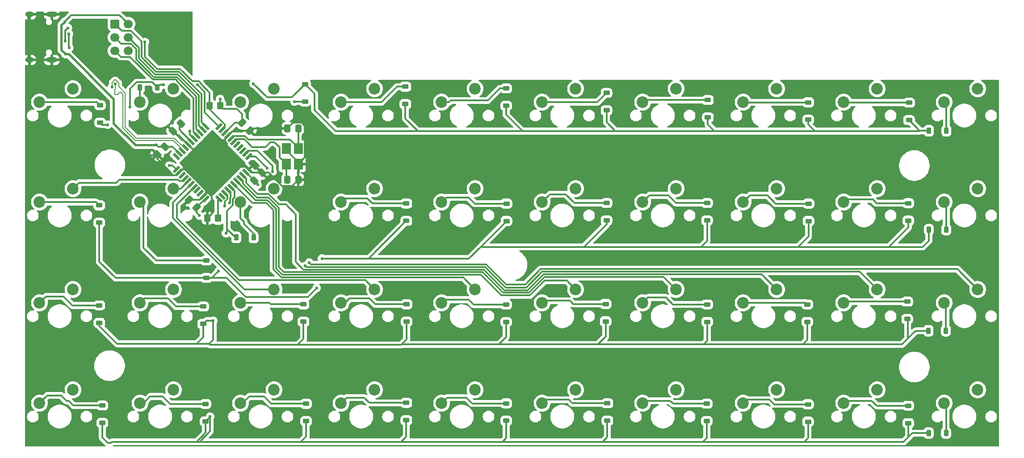
<source format=gbl>
G04 #@! TF.GenerationSoftware,KiCad,Pcbnew,8.0.9-8.0.9-0~ubuntu22.04.1*
G04 #@! TF.CreationDate,2025-05-05T00:51:58+08:00*
G04 #@! TF.ProjectId,macropad,6d616372-6f70-4616-942e-6b696361645f,rev?*
G04 #@! TF.SameCoordinates,Original*
G04 #@! TF.FileFunction,Copper,L2,Bot*
G04 #@! TF.FilePolarity,Positive*
%FSLAX46Y46*%
G04 Gerber Fmt 4.6, Leading zero omitted, Abs format (unit mm)*
G04 Created by KiCad (PCBNEW 8.0.9-8.0.9-0~ubuntu22.04.1) date 2025-05-05 00:51:58*
%MOMM*%
%LPD*%
G01*
G04 APERTURE LIST*
G04 Aperture macros list*
%AMRoundRect*
0 Rectangle with rounded corners*
0 $1 Rounding radius*
0 $2 $3 $4 $5 $6 $7 $8 $9 X,Y pos of 4 corners*
0 Add a 4 corners polygon primitive as box body*
4,1,4,$2,$3,$4,$5,$6,$7,$8,$9,$2,$3,0*
0 Add four circle primitives for the rounded corners*
1,1,$1+$1,$2,$3*
1,1,$1+$1,$4,$5*
1,1,$1+$1,$6,$7*
1,1,$1+$1,$8,$9*
0 Add four rect primitives between the rounded corners*
20,1,$1+$1,$2,$3,$4,$5,0*
20,1,$1+$1,$4,$5,$6,$7,0*
20,1,$1+$1,$6,$7,$8,$9,0*
20,1,$1+$1,$8,$9,$2,$3,0*%
%AMRotRect*
0 Rectangle, with rotation*
0 The origin of the aperture is its center*
0 $1 length*
0 $2 width*
0 $3 Rotation angle, in degrees counterclockwise*
0 Add horizontal line*
21,1,$1,$2,0,0,$3*%
G04 Aperture macros list end*
G04 #@! TA.AperFunction,ComponentPad*
%ADD10C,2.200000*%
G04 #@! TD*
G04 #@! TA.AperFunction,ComponentPad*
%ADD11RoundRect,0.250000X-0.600000X-0.600000X0.600000X-0.600000X0.600000X0.600000X-0.600000X0.600000X0*%
G04 #@! TD*
G04 #@! TA.AperFunction,ComponentPad*
%ADD12C,1.700000*%
G04 #@! TD*
G04 #@! TA.AperFunction,HeatsinkPad*
%ADD13O,2.100000X1.000000*%
G04 #@! TD*
G04 #@! TA.AperFunction,HeatsinkPad*
%ADD14O,1.600000X1.000000*%
G04 #@! TD*
G04 #@! TA.AperFunction,SMDPad,CuDef*
%ADD15RoundRect,0.225000X0.225000X0.375000X-0.225000X0.375000X-0.225000X-0.375000X0.225000X-0.375000X0*%
G04 #@! TD*
G04 #@! TA.AperFunction,SMDPad,CuDef*
%ADD16RoundRect,0.225000X0.375000X-0.225000X0.375000X0.225000X-0.375000X0.225000X-0.375000X-0.225000X0*%
G04 #@! TD*
G04 #@! TA.AperFunction,SMDPad,CuDef*
%ADD17RoundRect,0.225000X-0.225000X-0.375000X0.225000X-0.375000X0.225000X0.375000X-0.225000X0.375000X0*%
G04 #@! TD*
G04 #@! TA.AperFunction,SMDPad,CuDef*
%ADD18RoundRect,0.250000X-0.097227X0.574524X-0.574524X0.097227X0.097227X-0.574524X0.574524X-0.097227X0*%
G04 #@! TD*
G04 #@! TA.AperFunction,SMDPad,CuDef*
%ADD19RoundRect,0.250000X-0.574524X-0.097227X-0.097227X-0.574524X0.574524X0.097227X0.097227X0.574524X0*%
G04 #@! TD*
G04 #@! TA.AperFunction,SMDPad,CuDef*
%ADD20RoundRect,0.250000X0.337500X0.475000X-0.337500X0.475000X-0.337500X-0.475000X0.337500X-0.475000X0*%
G04 #@! TD*
G04 #@! TA.AperFunction,SMDPad,CuDef*
%ADD21RoundRect,0.250000X0.350000X0.450000X-0.350000X0.450000X-0.350000X-0.450000X0.350000X-0.450000X0*%
G04 #@! TD*
G04 #@! TA.AperFunction,SMDPad,CuDef*
%ADD22RoundRect,0.250000X0.574524X0.097227X0.097227X0.574524X-0.574524X-0.097227X-0.097227X-0.574524X0*%
G04 #@! TD*
G04 #@! TA.AperFunction,SMDPad,CuDef*
%ADD23RotRect,1.500000X0.550000X315.000000*%
G04 #@! TD*
G04 #@! TA.AperFunction,SMDPad,CuDef*
%ADD24RotRect,1.500000X0.550000X225.000000*%
G04 #@! TD*
G04 #@! TA.AperFunction,SMDPad,CuDef*
%ADD25RoundRect,0.225000X-0.375000X0.225000X-0.375000X-0.225000X0.375000X-0.225000X0.375000X0.225000X0*%
G04 #@! TD*
G04 #@! TA.AperFunction,SMDPad,CuDef*
%ADD26RoundRect,0.250000X0.097227X-0.574524X0.574524X-0.097227X-0.097227X0.574524X-0.574524X0.097227X0*%
G04 #@! TD*
G04 #@! TA.AperFunction,SMDPad,CuDef*
%ADD27R,1.800000X2.100000*%
G04 #@! TD*
G04 #@! TA.AperFunction,SMDPad,CuDef*
%ADD28RoundRect,0.250000X-0.337500X-0.475000X0.337500X-0.475000X0.337500X0.475000X-0.337500X0.475000X0*%
G04 #@! TD*
G04 #@! TA.AperFunction,ViaPad*
%ADD29C,0.600000*%
G04 #@! TD*
G04 #@! TA.AperFunction,Conductor*
%ADD30C,0.300000*%
G04 #@! TD*
G04 #@! TA.AperFunction,Conductor*
%ADD31C,0.400000*%
G04 #@! TD*
G04 #@! TA.AperFunction,Conductor*
%ADD32C,0.200000*%
G04 #@! TD*
G04 APERTURE END LIST*
D10*
X198120000Y-109140000D03*
X191770000Y-111680000D03*
X217170000Y-147320000D03*
X210820000Y-149860000D03*
X160020000Y-109140000D03*
X153670000Y-111680000D03*
X236220000Y-90170000D03*
X229870000Y-92710000D03*
X198120000Y-147320000D03*
X191770000Y-149860000D03*
X102870000Y-90170000D03*
X96520000Y-92710000D03*
X160020000Y-147320000D03*
X153670000Y-149860000D03*
X198120000Y-90170000D03*
X191770000Y-92710000D03*
X236220000Y-109140000D03*
X229870000Y-111680000D03*
X179070000Y-128270000D03*
X172720000Y-130810000D03*
X255270000Y-109140000D03*
X248920000Y-111680000D03*
X140970000Y-128270000D03*
X134620000Y-130810000D03*
X121920000Y-90170000D03*
X115570000Y-92710000D03*
X217170000Y-90170000D03*
X210820000Y-92710000D03*
X217170000Y-109140000D03*
X210820000Y-111680000D03*
X83820000Y-90170000D03*
X77470000Y-92710000D03*
X236220000Y-128270000D03*
X229870000Y-130810000D03*
X198120000Y-128270000D03*
X191770000Y-130810000D03*
X83820000Y-128270000D03*
X77470000Y-130810000D03*
X255270000Y-128270000D03*
X248920000Y-130810000D03*
X121920000Y-128270000D03*
X115570000Y-130810000D03*
X255270000Y-147320000D03*
X248920000Y-149860000D03*
X102870000Y-109140000D03*
X96520000Y-111680000D03*
X140970000Y-109140000D03*
X134620000Y-111680000D03*
X83820000Y-147320000D03*
X77470000Y-149860000D03*
D11*
X91730000Y-77855000D03*
D12*
X94270000Y-77855000D03*
X91730000Y-80395000D03*
X94270000Y-80395000D03*
X91730000Y-82935000D03*
X94270000Y-82935000D03*
D10*
X102870000Y-128270000D03*
X96520000Y-130810000D03*
X121920000Y-109140000D03*
X115570000Y-111680000D03*
X140970000Y-90170000D03*
X134620000Y-92710000D03*
X179070000Y-109140000D03*
X172720000Y-111680000D03*
X179070000Y-147320000D03*
X172720000Y-149860000D03*
X160020000Y-90170000D03*
X153670000Y-92710000D03*
X160020000Y-128270000D03*
X153670000Y-130810000D03*
X236220000Y-147320000D03*
X229870000Y-149860000D03*
X255270000Y-90170000D03*
X248920000Y-92710000D03*
X179070000Y-90170000D03*
X172720000Y-92710000D03*
X121920000Y-147320000D03*
X115570000Y-149860000D03*
D13*
X79770000Y-76055000D03*
D14*
X75590000Y-76055000D03*
D13*
X79770000Y-84695000D03*
D14*
X75590000Y-84695000D03*
D10*
X83820000Y-109140000D03*
X77470000Y-111680000D03*
X102870000Y-147320000D03*
X96520000Y-149860000D03*
X140970000Y-147320000D03*
X134620000Y-149860000D03*
X217170000Y-128270000D03*
X210820000Y-130810000D03*
D15*
X99800000Y-89875000D03*
X96500000Y-89875000D03*
D16*
X88800000Y-115600000D03*
X88800000Y-112300000D03*
D17*
X245925000Y-136100000D03*
X249225000Y-136100000D03*
D18*
X101233623Y-101166377D03*
X99766377Y-102633623D03*
D16*
X146800000Y-93075000D03*
X146800000Y-89775000D03*
X108475000Y-134800000D03*
X108475000Y-131500000D03*
X204000000Y-134425000D03*
X204000000Y-131125000D03*
D17*
X245975000Y-155550000D03*
X249275000Y-155550000D03*
D16*
X223100000Y-153375000D03*
X223100000Y-150075000D03*
X146975000Y-153100000D03*
X146975000Y-149800000D03*
X203925000Y-153250000D03*
X203925000Y-149950000D03*
X222975000Y-134425000D03*
X222975000Y-131125000D03*
X165900000Y-134450000D03*
X165900000Y-131150000D03*
X146975000Y-115250000D03*
X146975000Y-111950000D03*
D19*
X115866377Y-96616377D03*
X117333623Y-98083623D03*
D17*
X246025000Y-98150000D03*
X249325000Y-98150000D03*
D20*
X126497500Y-107440000D03*
X124422500Y-107440000D03*
D16*
X165900000Y-153200000D03*
X165900000Y-149900000D03*
X88800000Y-134600000D03*
X88800000Y-131300000D03*
X242125000Y-115200000D03*
X242125000Y-111900000D03*
X165950000Y-115275000D03*
X165950000Y-111975000D03*
D21*
X111300000Y-114750000D03*
X109300000Y-114750000D03*
D16*
X184925000Y-115150000D03*
X184925000Y-111850000D03*
D22*
X107233623Y-112683623D03*
X105766377Y-111216377D03*
D16*
X127500000Y-134400000D03*
X127500000Y-131100000D03*
X242250000Y-96100000D03*
X242250000Y-92800000D03*
X185075000Y-153175000D03*
X185075000Y-149875000D03*
D23*
X103391064Y-103047918D03*
X103956750Y-102482233D03*
X104522435Y-101916548D03*
X105088120Y-101350862D03*
X105653806Y-100785177D03*
X106219491Y-100219491D03*
X106785177Y-99653806D03*
X107350862Y-99088120D03*
X107916548Y-98522435D03*
X108482233Y-97956750D03*
X109047918Y-97391064D03*
D24*
X111452082Y-97391064D03*
X112017767Y-97956750D03*
X112583452Y-98522435D03*
X113149138Y-99088120D03*
X113714823Y-99653806D03*
X114280509Y-100219491D03*
X114846194Y-100785177D03*
X115411880Y-101350862D03*
X115977565Y-101916548D03*
X116543250Y-102482233D03*
X117108936Y-103047918D03*
D23*
X117108936Y-105452082D03*
X116543250Y-106017767D03*
X115977565Y-106583452D03*
X115411880Y-107149138D03*
X114846194Y-107714823D03*
X114280509Y-108280509D03*
X113714823Y-108846194D03*
X113149138Y-109411880D03*
X112583452Y-109977565D03*
X112017767Y-110543250D03*
X111452082Y-111108936D03*
D24*
X109047918Y-111108936D03*
X108482233Y-110543250D03*
X107916548Y-109977565D03*
X107350862Y-109411880D03*
X106785177Y-108846194D03*
X106219491Y-108280509D03*
X105653806Y-107714823D03*
X105088120Y-107149138D03*
X104522435Y-106583452D03*
X103956750Y-106017767D03*
X103391064Y-105452082D03*
D17*
X246000000Y-116925000D03*
X249300000Y-116925000D03*
D16*
X89375000Y-153600000D03*
X89375000Y-150300000D03*
X88925000Y-96600000D03*
X88925000Y-93300000D03*
D18*
X104233623Y-96766377D03*
X102766377Y-98233623D03*
D16*
X223200000Y-115275000D03*
X223200000Y-111975000D03*
X184925000Y-94250000D03*
X184925000Y-90950000D03*
X109075000Y-126075000D03*
X109075000Y-122775000D03*
X223150000Y-96050000D03*
X223150000Y-92750000D03*
X204125000Y-95600000D03*
X204125000Y-92300000D03*
X184750000Y-134325000D03*
X184750000Y-131025000D03*
X241900000Y-133875000D03*
X241900000Y-130575000D03*
X147025000Y-134400000D03*
X147025000Y-131100000D03*
D17*
X114750000Y-118400000D03*
X118050000Y-118400000D03*
D16*
X127975000Y-153275000D03*
X127975000Y-149975000D03*
X242125000Y-153650000D03*
X242125000Y-150350000D03*
D25*
X127775000Y-89300000D03*
X127775000Y-92600000D03*
D21*
X111700000Y-93350000D03*
X109700000Y-93350000D03*
D16*
X108925000Y-153325000D03*
X108925000Y-150025000D03*
D26*
X118116377Y-107583623D03*
X119583623Y-106116377D03*
D16*
X203975000Y-115150000D03*
X203975000Y-111850000D03*
D27*
X124210000Y-104440000D03*
X124210000Y-101540000D03*
X126510000Y-101540000D03*
X126510000Y-104440000D03*
D16*
X165900000Y-93400000D03*
X165900000Y-90100000D03*
D28*
X124460000Y-97690000D03*
X126535000Y-97690000D03*
D29*
X104000000Y-79000000D03*
X104000000Y-80000000D03*
X103000000Y-80000000D03*
X103000000Y-79000000D03*
X94000000Y-86000000D03*
X94000000Y-87000000D03*
X93000000Y-87000000D03*
X93000000Y-86000000D03*
X127000000Y-128000000D03*
X126000000Y-128000000D03*
X125000000Y-128000000D03*
X135000000Y-97000000D03*
X187000000Y-96000000D03*
X187000000Y-95000000D03*
X187000000Y-94000000D03*
X187000000Y-93000000D03*
X187000000Y-92000000D03*
X150000000Y-94000000D03*
X150000000Y-95000000D03*
X150000000Y-93000000D03*
X150000000Y-92000000D03*
X150000000Y-91000000D03*
X125000000Y-118000000D03*
X125000000Y-119000000D03*
X125000000Y-120000000D03*
X124000000Y-120000000D03*
X124000000Y-119000000D03*
X124000000Y-118000000D03*
X101000000Y-118000000D03*
X101000000Y-119000000D03*
X101000000Y-120000000D03*
X100000000Y-120000000D03*
X100000000Y-119000000D03*
X100000000Y-118000000D03*
X118000000Y-92000000D03*
X119000000Y-92000000D03*
X101000000Y-92000000D03*
X100000000Y-92000000D03*
X99000000Y-92000000D03*
X105000000Y-93000000D03*
X105000000Y-92000000D03*
X114000000Y-90000000D03*
X113000000Y-90000000D03*
X112000000Y-90000000D03*
X111000000Y-90000000D03*
X108991332Y-104000000D03*
X110000000Y-105000000D03*
X111000000Y-104000000D03*
X110000000Y-103000000D03*
X113000000Y-104000000D03*
X112000000Y-105000000D03*
X111000000Y-106000000D03*
X110000000Y-107000000D03*
X108991332Y-106000000D03*
X108000000Y-105000000D03*
X112000000Y-103000000D03*
X111000000Y-102000000D03*
X110000000Y-101000000D03*
X109000000Y-102000000D03*
X107934314Y-103065686D03*
X107000000Y-104000000D03*
X97600000Y-102200000D03*
X128600000Y-123150000D03*
X120600000Y-105200000D03*
X127800000Y-123800000D03*
X121640520Y-105890670D03*
X83030870Y-79775000D03*
X83115000Y-82375000D03*
X130000000Y-128000000D03*
X112800000Y-117600000D03*
X111400000Y-124800000D03*
X131000000Y-122400000D03*
X82400000Y-83600000D03*
X118800000Y-108400000D03*
X107750000Y-114250000D03*
X106000000Y-98250000D03*
X99650000Y-100875000D03*
X82225761Y-77425761D03*
X102050000Y-104750000D03*
X111700000Y-92100000D03*
X109800000Y-152400000D03*
X112600000Y-112400000D03*
X110400000Y-134200000D03*
X113470000Y-111800000D03*
X94600000Y-93600000D03*
X90400000Y-97000000D03*
X107400000Y-89400000D03*
X118000000Y-89200000D03*
X101000000Y-89400000D03*
X125800000Y-92600000D03*
X82865000Y-78625000D03*
X82380870Y-81109130D03*
X97450000Y-81300000D03*
X91199479Y-89800521D03*
X91800521Y-89199479D03*
D30*
X108991332Y-106000000D02*
X108991332Y-104000000D01*
X108991332Y-104000000D02*
X108057018Y-103065686D01*
X108057018Y-103065686D02*
X107934314Y-103065686D01*
X113000000Y-104000000D02*
X113000000Y-100494619D01*
X108482233Y-110543250D02*
X113000000Y-106025483D01*
X112640039Y-100134658D02*
X112640039Y-99597219D01*
X113000000Y-106025483D02*
X113000000Y-104000000D01*
X112640039Y-99597219D02*
X113149138Y-99088120D01*
X113000000Y-100494619D02*
X112640039Y-100134658D01*
X107934314Y-103065685D02*
X105653806Y-100785177D01*
X107934314Y-103065686D02*
X107934314Y-103065685D01*
X103983623Y-96766377D02*
X103983623Y-97983623D01*
X103983623Y-97983623D02*
X106219491Y-100219491D01*
X124210000Y-107227500D02*
X124422500Y-107440000D01*
X122960000Y-103190000D02*
X124210000Y-104440000D01*
X124210000Y-104440000D02*
X124210000Y-107227500D01*
X122960000Y-101285000D02*
X122960000Y-103190000D01*
X116855939Y-100355939D02*
X117750000Y-101250000D01*
X114280509Y-100219491D02*
X114789607Y-99710393D01*
X121186955Y-100313045D02*
X121988045Y-100313045D01*
X114789607Y-99710393D02*
X116253287Y-99710393D01*
X117750000Y-101250000D02*
X120250000Y-101250000D01*
X121988045Y-100313045D02*
X122960000Y-101285000D01*
X116253287Y-99710393D02*
X116855939Y-100313045D01*
X120250000Y-101250000D02*
X121186955Y-100313045D01*
X116855939Y-100313045D02*
X116855939Y-100355939D01*
X116350000Y-99100000D02*
X114268629Y-99100000D01*
X124933045Y-99813045D02*
X117063045Y-99813045D01*
X126510000Y-101540000D02*
X126510000Y-101390000D01*
X126510000Y-101540000D02*
X126510000Y-97715000D01*
X114268629Y-99100000D02*
X113714823Y-99653806D01*
X126510000Y-97715000D02*
X126535000Y-97690000D01*
X117063045Y-99813045D02*
X116350000Y-99100000D01*
X126510000Y-101390000D02*
X124933045Y-99813045D01*
X119583623Y-106116377D02*
X117773231Y-106116377D01*
X103802252Y-98933623D02*
X105653806Y-100785177D01*
X108991332Y-110034151D02*
X108991332Y-109491332D01*
X124210000Y-97940000D02*
X124460000Y-97690000D01*
X109300000Y-114750000D02*
X110122702Y-113927298D01*
X109494618Y-110000000D02*
X109025483Y-110000000D01*
X116599837Y-104942983D02*
X117108936Y-105452082D01*
D31*
X97600000Y-102200000D02*
X98200000Y-102800000D01*
X99600000Y-102800000D02*
X99766377Y-102633623D01*
D30*
X117333623Y-98083623D02*
X114153635Y-98083623D01*
X107809106Y-111216377D02*
X108482233Y-110543250D01*
D31*
X99766377Y-102633623D02*
X99607754Y-102475000D01*
D30*
X123430610Y-108600000D02*
X125337500Y-108600000D01*
X125550000Y-96600000D02*
X124460000Y-97690000D01*
X105766377Y-111216377D02*
X107809106Y-111216377D01*
D31*
X98200000Y-102800000D02*
X99600000Y-102800000D01*
D30*
X110122702Y-113927298D02*
X110122702Y-110628084D01*
X99766377Y-103443705D02*
X102872672Y-106550000D01*
X120946987Y-106116377D02*
X123430610Y-108600000D01*
X126497500Y-107440000D02*
X126497500Y-104452500D01*
X108482233Y-110543250D02*
X114082500Y-104942983D01*
X127112956Y-96600000D02*
X125550000Y-96600000D01*
X102766377Y-98233623D02*
X103466377Y-98933623D01*
X117773231Y-106116377D02*
X117108936Y-105452082D01*
X127760000Y-97247044D02*
X127112956Y-96600000D01*
X108991332Y-109491332D02*
X105000000Y-105500000D01*
X125337500Y-108600000D02*
X126497500Y-107440000D01*
X124460000Y-97690000D02*
X117727246Y-97690000D01*
X108991332Y-110034151D02*
X108991332Y-106000000D01*
X104474517Y-105500000D02*
X103956750Y-106017767D01*
X103424517Y-106550000D02*
X103956750Y-106017767D01*
X75355000Y-76055000D02*
X75355000Y-84695000D01*
X127760000Y-103190000D02*
X127760000Y-97247044D01*
X114153635Y-98083623D02*
X113149138Y-99088120D01*
X110122702Y-110628084D02*
X109494618Y-110000000D01*
X126510000Y-104160000D02*
X126510000Y-104440000D01*
X126497500Y-104452500D02*
X126510000Y-104440000D01*
X124210000Y-101860000D02*
X126510000Y-104160000D01*
X109025483Y-110000000D02*
X108482233Y-110543250D01*
X126510000Y-104440000D02*
X127760000Y-103190000D01*
X124210000Y-101990000D02*
X124210000Y-101540000D01*
X114082500Y-104942983D02*
X116599837Y-104942983D01*
X99766377Y-102633623D02*
X99766377Y-103443705D01*
X119583623Y-106116377D02*
X120946987Y-106116377D01*
X117727246Y-97690000D02*
X117333623Y-98083623D01*
X103466377Y-98933623D02*
X103802252Y-98933623D01*
X102872672Y-106550000D02*
X103424517Y-106550000D01*
X124210000Y-101540000D02*
X124210000Y-101860000D01*
X108482233Y-110543250D02*
X108991332Y-110034151D01*
D31*
X99607754Y-102475000D02*
X99500000Y-102475000D01*
D30*
X105000000Y-105500000D02*
X104474517Y-105500000D01*
X214300000Y-125400000D02*
X217170000Y-128270000D01*
X115977565Y-106583452D02*
X116600000Y-107205887D01*
X172892894Y-125492893D02*
X172985786Y-125400000D01*
X116600000Y-107205887D02*
X116600000Y-108000000D01*
X121041320Y-110320000D02*
X122840000Y-112118681D01*
X169985787Y-128400000D02*
X172892894Y-125492893D01*
X172985786Y-125400000D02*
X214300000Y-125400000D01*
X126010000Y-123010000D02*
X127500000Y-124500000D01*
X118730000Y-110184417D02*
X120905736Y-110184417D01*
X161700000Y-124500000D02*
X165600000Y-128400000D01*
X122840000Y-112118681D02*
X124126448Y-112118681D01*
X124126448Y-112118681D02*
X126010000Y-114002233D01*
X120905736Y-110184417D02*
X121041320Y-110320000D01*
X118730000Y-110130000D02*
X118730000Y-110184417D01*
X127500000Y-124500000D02*
X161700000Y-124500000D01*
X126010000Y-114002233D02*
X126010000Y-123010000D01*
X165600000Y-128400000D02*
X169985787Y-128400000D01*
X116600000Y-108000000D02*
X118730000Y-110130000D01*
X111300000Y-111261018D02*
X111452082Y-111108936D01*
X111300000Y-114750000D02*
X111300000Y-111261018D01*
X105088120Y-107149138D02*
X104579022Y-107658236D01*
X104041583Y-107658236D02*
X103783347Y-107400000D01*
X104579022Y-107658236D02*
X104041583Y-107658236D01*
X103783347Y-107400000D02*
X92600000Y-107400000D01*
X84960000Y-108000000D02*
X83820000Y-109140000D01*
X92000000Y-108000000D02*
X84960000Y-108000000D01*
X92600000Y-107400000D02*
X92000000Y-108000000D01*
X128900000Y-123500000D02*
X162114212Y-123500000D01*
X251400000Y-124400000D02*
X255270000Y-128270000D01*
X128600000Y-123150000D02*
X128600000Y-123200000D01*
X165907106Y-127292894D02*
X169507106Y-127292894D01*
X128600000Y-123200000D02*
X128900000Y-123500000D01*
X117108936Y-103047918D02*
X118447918Y-103047918D01*
X162114212Y-123500000D02*
X165907106Y-127292894D01*
X172400000Y-124400000D02*
X251400000Y-124400000D01*
X118447918Y-103047918D02*
X120600000Y-105200000D01*
X169507106Y-127292894D02*
X172400000Y-124400000D01*
X117820000Y-111820000D02*
X120420000Y-111820000D01*
X123292893Y-126000000D02*
X157750000Y-126000000D01*
X121780000Y-113180000D02*
X121780000Y-124487107D01*
X157750000Y-126000000D02*
X160020000Y-128270000D01*
X121780000Y-124487107D02*
X123292893Y-126000000D01*
X114280509Y-108280509D02*
X117820000Y-111820000D01*
X120420000Y-111820000D02*
X121780000Y-113180000D01*
X169700000Y-127900000D02*
X172700000Y-124900000D01*
X127800000Y-123800000D02*
X128000000Y-124000000D01*
X172700000Y-124900000D02*
X232900000Y-124900000D01*
X117052349Y-101973134D02*
X116543250Y-102482233D01*
X161907106Y-124000000D02*
X165807106Y-127900000D01*
X121640520Y-104840520D02*
X118773134Y-101973134D01*
X118773134Y-101973134D02*
X117052349Y-101973134D01*
X128000000Y-124000000D02*
X161907106Y-124000000D01*
X232900000Y-124900000D02*
X236220000Y-128220000D01*
X236220000Y-128220000D02*
X236220000Y-128270000D01*
X121640520Y-105890670D02*
X121640520Y-104840520D01*
X165807106Y-127900000D02*
X169700000Y-127900000D01*
X83030870Y-82290870D02*
X83115000Y-82375000D01*
X83030870Y-79775000D02*
X83030870Y-82290870D01*
X106219491Y-108280509D02*
X102750000Y-111750000D01*
X116270000Y-128270000D02*
X121920000Y-128270000D01*
X102750000Y-111750000D02*
X102750000Y-114750000D01*
X102750000Y-114750000D02*
X116270000Y-128270000D01*
X103500000Y-114750000D02*
X115250000Y-126500000D01*
X115250000Y-126500000D02*
X139200000Y-126500000D01*
X106785177Y-108846194D02*
X103500000Y-112131371D01*
X103500000Y-112131371D02*
X103500000Y-114750000D01*
X139200000Y-126500000D02*
X140970000Y-128270000D01*
X105653806Y-107714823D02*
X104228629Y-109140000D01*
X104228629Y-109140000D02*
X102870000Y-109140000D01*
X110125000Y-126075000D02*
X111400000Y-124800000D01*
X114400000Y-110799390D02*
X114400000Y-109531371D01*
X161212500Y-120012500D02*
X161400000Y-120200000D01*
X113000000Y-117400000D02*
X113000000Y-116800000D01*
X109075000Y-126075000D02*
X110125000Y-126075000D01*
X161212500Y-120012500D02*
X165950000Y-115275000D01*
X158825000Y-122400000D02*
X161212500Y-120012500D01*
X244800000Y-120200000D02*
X246000000Y-119000000D01*
X161400000Y-120200000D02*
X180600000Y-120200000D01*
X139825000Y-122400000D02*
X146975000Y-115250000D01*
X184925000Y-115875000D02*
X184925000Y-115150000D01*
X113000000Y-116800000D02*
X113000000Y-113400000D01*
X109075000Y-126075000D02*
X112885610Y-126075000D01*
X114400000Y-109531371D02*
X113714823Y-108846194D01*
X246000000Y-119000000D02*
X246000000Y-116925000D01*
X238400000Y-120200000D02*
X242125000Y-116475000D01*
X114120000Y-112280000D02*
X114120000Y-111079390D01*
X221200000Y-120200000D02*
X238400000Y-120200000D01*
X113000000Y-113400000D02*
X114120000Y-112280000D01*
X91875000Y-126075000D02*
X109075000Y-126075000D01*
X180600000Y-120200000D02*
X184925000Y-115875000D01*
X223200000Y-118200000D02*
X223200000Y-115275000D01*
X88800000Y-123000000D02*
X91875000Y-126075000D01*
X221200000Y-120200000D02*
X223200000Y-118200000D01*
X112800000Y-117600000D02*
X113000000Y-117400000D01*
X180600000Y-120200000D02*
X202800000Y-120200000D01*
X116530610Y-129720000D02*
X128280000Y-129720000D01*
X112885610Y-126075000D02*
X116530610Y-129720000D01*
X114600000Y-118400000D02*
X113000000Y-116800000D01*
X114120000Y-111079390D02*
X114400000Y-110799390D01*
X88800000Y-115600000D02*
X88800000Y-123000000D01*
X238400000Y-120200000D02*
X244800000Y-120200000D01*
X131000000Y-122400000D02*
X139825000Y-122400000D01*
X242125000Y-116475000D02*
X242125000Y-115200000D01*
X203975000Y-119025000D02*
X203975000Y-115150000D01*
X202800000Y-120200000D02*
X221200000Y-120200000D01*
X128280000Y-129720000D02*
X130000000Y-128000000D01*
X202800000Y-120200000D02*
X203975000Y-119025000D01*
X114750000Y-118400000D02*
X114600000Y-118400000D01*
X139825000Y-122400000D02*
X158825000Y-122400000D01*
X195750000Y-125900000D02*
X198120000Y-128270000D01*
X122780000Y-124072894D02*
X123707106Y-125000000D01*
X165300000Y-128900000D02*
X170192893Y-128900000D01*
X118658477Y-110820000D02*
X120834213Y-110820000D01*
X122400000Y-112385788D02*
X122780000Y-112765788D01*
X123707106Y-125000000D02*
X161400000Y-125000000D01*
X116019239Y-107756497D02*
X116019239Y-108180762D01*
X120834213Y-110820000D02*
X122400000Y-112385788D01*
X122780000Y-112765788D02*
X122780000Y-124072894D01*
X173192893Y-125900000D02*
X195750000Y-125900000D01*
X170192893Y-128900000D02*
X173192893Y-125900000D01*
X115411880Y-107149138D02*
X116019239Y-107756497D01*
X116019239Y-108180762D02*
X118658477Y-110820000D01*
X161400000Y-125000000D02*
X165300000Y-128900000D01*
X115866377Y-95016377D02*
X115866377Y-96616377D01*
X107233623Y-112683623D02*
X107233623Y-113733623D01*
X118800000Y-108267246D02*
X118116377Y-107583623D01*
D31*
X91500000Y-92250000D02*
X91500000Y-96775306D01*
D30*
X82225761Y-77425761D02*
X83451522Y-76200000D01*
X93055000Y-76655000D02*
X93070000Y-76655000D01*
D31*
X91500000Y-92100000D02*
X91500000Y-92250000D01*
D30*
X102640894Y-101166377D02*
X103956750Y-102482233D01*
X107233623Y-113733623D02*
X107750000Y-114250000D01*
X101233623Y-101166377D02*
X102640894Y-101166377D01*
X93070000Y-76655000D02*
X94270000Y-77855000D01*
X106000000Y-98250000D02*
X106000000Y-98868629D01*
X102050000Y-104750000D02*
X102688982Y-104750000D01*
X116550521Y-106017767D02*
X118116377Y-107583623D01*
X116543250Y-106017767D02*
X116550521Y-106017767D01*
D31*
X83000000Y-83600000D02*
X91500000Y-92100000D01*
D30*
X114850000Y-94000000D02*
X115866377Y-95016377D01*
X106000000Y-98868629D02*
X106785177Y-99653806D01*
X99941377Y-101166377D02*
X99650000Y-100875000D01*
D31*
X95599694Y-100875000D02*
X99650000Y-100875000D01*
D30*
X112350000Y-94000000D02*
X114850000Y-94000000D01*
X114489510Y-96616377D02*
X112583452Y-98522435D01*
D31*
X81615000Y-78036522D02*
X81615000Y-82815000D01*
D30*
X108808310Y-111108936D02*
X107233623Y-112683623D01*
X115866377Y-96616377D02*
X114489510Y-96616377D01*
X102688982Y-104750000D02*
X103391064Y-105452082D01*
X101233623Y-101166377D02*
X99941377Y-101166377D01*
X111700000Y-92100000D02*
X111700000Y-93350000D01*
X109047918Y-111108936D02*
X108808310Y-111108936D01*
D31*
X82225761Y-77425761D02*
X81615000Y-78036522D01*
D30*
X118800000Y-108400000D02*
X118800000Y-108267246D01*
D31*
X81615000Y-82815000D02*
X82400000Y-83600000D01*
X82400000Y-83600000D02*
X83000000Y-83600000D01*
D30*
X83451522Y-76200000D02*
X92600000Y-76200000D01*
D31*
X91500000Y-96775306D02*
X95599694Y-100875000D01*
D30*
X92600000Y-76200000D02*
X93055000Y-76655000D01*
X111700000Y-93350000D02*
X112350000Y-94000000D01*
X89375000Y-153600000D02*
X89375000Y-156375000D01*
X107000000Y-157200000D02*
X107200000Y-157200000D01*
X112583452Y-109977565D02*
X113092551Y-110486664D01*
X109800000Y-152400000D02*
X109800000Y-152450000D01*
X146975000Y-156225000D02*
X146975000Y-153100000D01*
X146000000Y-157200000D02*
X165200000Y-157200000D01*
X184200000Y-157200000D02*
X185075000Y-156325000D01*
X223100000Y-156500000D02*
X223100000Y-153375000D01*
X146000000Y-157200000D02*
X146975000Y-156225000D01*
X107800000Y-157200000D02*
X109800000Y-155200000D01*
X127975000Y-156225000D02*
X127975000Y-153275000D01*
X222400000Y-157200000D02*
X223100000Y-156500000D01*
X165900000Y-156500000D02*
X165900000Y-153200000D01*
X113092551Y-111107449D02*
X112600000Y-111600000D01*
X89375000Y-156375000D02*
X90400000Y-157400000D01*
X91200000Y-157200000D02*
X107000000Y-157200000D01*
X203200000Y-157200000D02*
X203925000Y-156475000D01*
X165200000Y-157200000D02*
X165900000Y-156500000D01*
X203925000Y-156475000D02*
X203925000Y-153250000D01*
X242850000Y-155550000D02*
X245975000Y-155550000D01*
X107800000Y-157200000D02*
X127000000Y-157200000D01*
X109800000Y-155200000D02*
X109800000Y-152400000D01*
X127000000Y-157200000D02*
X127975000Y-156225000D01*
X113092551Y-110486664D02*
X113092551Y-111107449D01*
X91000000Y-157400000D02*
X91200000Y-157200000D01*
X90400000Y-157400000D02*
X91000000Y-157400000D01*
X242125000Y-156275000D02*
X242850000Y-155550000D01*
X107200000Y-157200000D02*
X108925000Y-155475000D01*
X165200000Y-157200000D02*
X184200000Y-157200000D01*
X184200000Y-157200000D02*
X203200000Y-157200000D01*
X127000000Y-157200000D02*
X146000000Y-157200000D01*
X241200000Y-157200000D02*
X242125000Y-156275000D01*
X107000000Y-157200000D02*
X107800000Y-157200000D01*
X242125000Y-156275000D02*
X242125000Y-153650000D01*
X203200000Y-157200000D02*
X222400000Y-157200000D01*
X109800000Y-152450000D02*
X108925000Y-153325000D01*
X222400000Y-157200000D02*
X241200000Y-157200000D01*
X108925000Y-155475000D02*
X108925000Y-153325000D01*
X112600000Y-111600000D02*
X112600000Y-112400000D01*
X185075000Y-156325000D02*
X185075000Y-153175000D01*
X118451371Y-111320000D02*
X120627106Y-111320000D01*
X121253554Y-111946447D02*
X121800000Y-112492894D01*
X114846194Y-107714823D02*
X118451371Y-111320000D01*
X122280000Y-112972894D02*
X122280000Y-124280000D01*
X165000000Y-129400000D02*
X170399999Y-129400000D01*
X123500000Y-125500000D02*
X161100000Y-125500000D01*
X161100000Y-125500000D02*
X165000000Y-129400000D01*
X122280000Y-124280000D02*
X123500000Y-125500000D01*
X170399999Y-129400000D02*
X173199999Y-126600000D01*
X177400000Y-126600000D02*
X179070000Y-128270000D01*
X121800000Y-112492894D02*
X122280000Y-112972894D01*
X173199999Y-126600000D02*
X177400000Y-126600000D01*
X120627106Y-111320000D02*
X121253554Y-111946447D01*
X242000000Y-137600000D02*
X243400000Y-136200000D01*
X204000000Y-138000000D02*
X204000000Y-134425000D01*
X113470000Y-111800000D02*
X113620000Y-111650000D01*
X110400000Y-134200000D02*
X110400000Y-137800000D01*
X183300000Y-138700000D02*
X203300000Y-138700000D01*
X88800000Y-135200000D02*
X92200000Y-138600000D01*
X113658236Y-110834047D02*
X113658236Y-109920978D01*
X146000000Y-138800000D02*
X146100000Y-138700000D01*
X243700000Y-136100000D02*
X245925000Y-136100000D01*
X110400000Y-134200000D02*
X109075000Y-134200000D01*
X113658236Y-109920978D02*
X113149138Y-109411880D01*
X107200000Y-138600000D02*
X108475000Y-137325000D01*
X110400000Y-137800000D02*
X109600000Y-138600000D01*
X109600000Y-138600000D02*
X107200000Y-138600000D01*
X113620000Y-110872283D02*
X113658236Y-110834047D01*
X164500000Y-138700000D02*
X165900000Y-137300000D01*
X108475000Y-137325000D02*
X108475000Y-134800000D01*
X240900000Y-138700000D02*
X242000000Y-137600000D01*
X243400000Y-136200000D02*
X243600000Y-136200000D01*
X92200000Y-138600000D02*
X107200000Y-138600000D01*
X222100000Y-138700000D02*
X240900000Y-138700000D01*
X222100000Y-138700000D02*
X222975000Y-137825000D01*
X109800000Y-138800000D02*
X126400000Y-138800000D01*
X147025000Y-137775000D02*
X147025000Y-134400000D01*
X164500000Y-138700000D02*
X183300000Y-138700000D01*
X183300000Y-138700000D02*
X184750000Y-137250000D01*
X109075000Y-134200000D02*
X108475000Y-134800000D01*
X127500000Y-137700000D02*
X127500000Y-134400000D01*
X88800000Y-134600000D02*
X88800000Y-135200000D01*
X126400000Y-138800000D02*
X127500000Y-137700000D01*
X165900000Y-137300000D02*
X165900000Y-134450000D01*
X242000000Y-137600000D02*
X242000000Y-133975000D01*
X184750000Y-137250000D02*
X184750000Y-134325000D01*
X243600000Y-136200000D02*
X243700000Y-136100000D01*
X109600000Y-138600000D02*
X109800000Y-138800000D01*
X203300000Y-138700000D02*
X204000000Y-138000000D01*
X126400000Y-138800000D02*
X146000000Y-138800000D01*
X203300000Y-138700000D02*
X222100000Y-138700000D01*
X242000000Y-133975000D02*
X241900000Y-133875000D01*
X146100000Y-138700000D02*
X164500000Y-138700000D01*
X222975000Y-137825000D02*
X222975000Y-134425000D01*
X113620000Y-111650000D02*
X113620000Y-110872283D01*
X146000000Y-138800000D02*
X147025000Y-137775000D01*
X77470000Y-111680000D02*
X88180000Y-111680000D01*
X88180000Y-111680000D02*
X88800000Y-112300000D01*
X97200000Y-112360000D02*
X97200000Y-120400000D01*
X99575000Y-122775000D02*
X109075000Y-122775000D01*
X97200000Y-120400000D02*
X99575000Y-122775000D01*
X96520000Y-111680000D02*
X97200000Y-112360000D01*
X118050000Y-117650000D02*
X116200000Y-115800000D01*
X116200000Y-115800000D02*
X116200000Y-115400000D01*
X116200000Y-115400000D02*
X115570000Y-114770000D01*
X118050000Y-118400000D02*
X118050000Y-117650000D01*
X115570000Y-114770000D02*
X115570000Y-111680000D01*
X184925000Y-94250000D02*
X184925000Y-96525000D01*
X120600000Y-91800000D02*
X118000000Y-89200000D01*
X101000000Y-89400000D02*
X100275000Y-89400000D01*
X223150000Y-96950000D02*
X224400000Y-98200000D01*
X90400000Y-97000000D02*
X89325000Y-97000000D01*
X223150000Y-96050000D02*
X223150000Y-96950000D01*
X98850000Y-88925000D02*
X95875000Y-88925000D01*
X165900000Y-95100000D02*
X169000000Y-98200000D01*
X244250000Y-98200000D02*
X244250000Y-98100000D01*
X244300000Y-98150000D02*
X244250000Y-98200000D01*
X244250000Y-98100000D02*
X242250000Y-96100000D01*
X108750000Y-94688982D02*
X111452082Y-97391064D01*
X127775000Y-89300000D02*
X125275000Y-91800000D01*
X205400000Y-98200000D02*
X186600000Y-98200000D01*
X186600000Y-98200000D02*
X169000000Y-98200000D01*
X89325000Y-97000000D02*
X88925000Y-96600000D01*
X94600000Y-90200000D02*
X94600000Y-93600000D01*
X133600000Y-98200000D02*
X129600000Y-94200000D01*
X107400000Y-89400000D02*
X108750000Y-90750000D01*
X129600000Y-94200000D02*
X129600000Y-91125000D01*
X146800000Y-93075000D02*
X146800000Y-95800000D01*
X146800000Y-95800000D02*
X149200000Y-98200000D01*
X169000000Y-98200000D02*
X149200000Y-98200000D01*
X165900000Y-93400000D02*
X165900000Y-95100000D01*
X224400000Y-98200000D02*
X205400000Y-98200000D01*
X125275000Y-91800000D02*
X120600000Y-91800000D01*
X100275000Y-89400000D02*
X99800000Y-89875000D01*
X108750000Y-90750000D02*
X108750000Y-94688982D01*
X95875000Y-88925000D02*
X94600000Y-90200000D01*
X246025000Y-98150000D02*
X244300000Y-98150000D01*
X129600000Y-91125000D02*
X127775000Y-89300000D01*
X99800000Y-89875000D02*
X98850000Y-88925000D01*
X244250000Y-98200000D02*
X224400000Y-98200000D01*
X149200000Y-98200000D02*
X133600000Y-98200000D01*
X204125000Y-95600000D02*
X204125000Y-96925000D01*
X184925000Y-96525000D02*
X186600000Y-98200000D01*
X204125000Y-96925000D02*
X205400000Y-98200000D01*
X135300000Y-111000000D02*
X134620000Y-111680000D01*
X139600000Y-111000000D02*
X135300000Y-111000000D01*
X140550000Y-111950000D02*
X139600000Y-111000000D01*
X146975000Y-111950000D02*
X140550000Y-111950000D01*
X159975000Y-111975000D02*
X158800000Y-110800000D01*
X158800000Y-110800000D02*
X154550000Y-110800000D01*
X154550000Y-110800000D02*
X153670000Y-111680000D01*
X165950000Y-111975000D02*
X159975000Y-111975000D01*
X178850000Y-111850000D02*
X177200000Y-110200000D01*
X174200000Y-110200000D02*
X172720000Y-111680000D01*
X177200000Y-110200000D02*
X174200000Y-110200000D01*
X184925000Y-111850000D02*
X178850000Y-111850000D01*
X193050000Y-110400000D02*
X191770000Y-111680000D01*
X203975000Y-111850000D02*
X198050000Y-111850000D01*
X198050000Y-111850000D02*
X196600000Y-110400000D01*
X196600000Y-110400000D02*
X193050000Y-110400000D01*
X223200000Y-111975000D02*
X216975000Y-111975000D01*
X215400000Y-110400000D02*
X212100000Y-110400000D01*
X212100000Y-110400000D02*
X210820000Y-111680000D01*
X216975000Y-111975000D02*
X215400000Y-110400000D01*
X230350000Y-111200000D02*
X229870000Y-111680000D01*
X242125000Y-111900000D02*
X236100000Y-111900000D01*
X236100000Y-111900000D02*
X235400000Y-111200000D01*
X235400000Y-111200000D02*
X230350000Y-111200000D01*
X249300000Y-112060000D02*
X248920000Y-111680000D01*
X249300000Y-116925000D02*
X249300000Y-112060000D01*
X82000000Y-129600000D02*
X83700000Y-131300000D01*
X78680000Y-129600000D02*
X82000000Y-129600000D01*
X77470000Y-130810000D02*
X78680000Y-129600000D01*
X83700000Y-131300000D02*
X88800000Y-131300000D01*
X97330000Y-130000000D02*
X96520000Y-130810000D01*
X108475000Y-131500000D02*
X103300000Y-131500000D01*
X101800000Y-130000000D02*
X97330000Y-130000000D01*
X103300000Y-131500000D02*
X101800000Y-130000000D01*
X121000000Y-130800000D02*
X120990000Y-130810000D01*
X127500000Y-131100000D02*
X121300000Y-131100000D01*
X121300000Y-131100000D02*
X121000000Y-130800000D01*
X120990000Y-130810000D02*
X115570000Y-130810000D01*
X136200000Y-130000000D02*
X135390000Y-130810000D01*
X135390000Y-130810000D02*
X134620000Y-130810000D01*
X141100000Y-131100000D02*
X140000000Y-130000000D01*
X140000000Y-130000000D02*
X136200000Y-130000000D01*
X147025000Y-131100000D02*
X141100000Y-131100000D01*
X165900000Y-131150000D02*
X159750000Y-131150000D01*
X154280000Y-130200000D02*
X153670000Y-130810000D01*
X159750000Y-131150000D02*
X158800000Y-130200000D01*
X158800000Y-130200000D02*
X154280000Y-130200000D01*
X173130000Y-130400000D02*
X172720000Y-130810000D01*
X184750000Y-131025000D02*
X178625000Y-131025000D01*
X178625000Y-131025000D02*
X178000000Y-130400000D01*
X178000000Y-130400000D02*
X173130000Y-130400000D01*
X204000000Y-131125000D02*
X197525000Y-131125000D01*
X196200000Y-129800000D02*
X192780000Y-129800000D01*
X197525000Y-131125000D02*
X196200000Y-129800000D01*
X192780000Y-129800000D02*
X191770000Y-130810000D01*
X222660000Y-130810000D02*
X210820000Y-130810000D01*
X222975000Y-131125000D02*
X222660000Y-130810000D01*
X230105000Y-130575000D02*
X229870000Y-130810000D01*
X241900000Y-130575000D02*
X230105000Y-130575000D01*
X249225000Y-136100000D02*
X249225000Y-131115000D01*
X249225000Y-131115000D02*
X248920000Y-130810000D01*
X81600000Y-148400000D02*
X82600000Y-149400000D01*
X82600000Y-149400000D02*
X83000000Y-149400000D01*
X83000000Y-149400000D02*
X83900000Y-150300000D01*
X78930000Y-148400000D02*
X81600000Y-148400000D01*
X77470000Y-149860000D02*
X78930000Y-148400000D01*
X83900000Y-150300000D02*
X89375000Y-150300000D01*
X108925000Y-150025000D02*
X102225000Y-150025000D01*
X100800000Y-148600000D02*
X98400000Y-148600000D01*
X97140000Y-149860000D02*
X96520000Y-149860000D01*
X102225000Y-150025000D02*
X100800000Y-148600000D01*
X98400000Y-148600000D02*
X97140000Y-149860000D01*
X120000000Y-148600000D02*
X117200000Y-148600000D01*
X115940000Y-149860000D02*
X115570000Y-149860000D01*
X121375000Y-149975000D02*
X120000000Y-148600000D01*
X127975000Y-149975000D02*
X121375000Y-149975000D01*
X117200000Y-148600000D02*
X115940000Y-149860000D01*
X135680000Y-148800000D02*
X134620000Y-149860000D01*
X139000000Y-148800000D02*
X135680000Y-148800000D01*
X146975000Y-149800000D02*
X140000000Y-149800000D01*
X140000000Y-149800000D02*
X139000000Y-148800000D01*
X158400000Y-148800000D02*
X154730000Y-148800000D01*
X154730000Y-148800000D02*
X153670000Y-149860000D01*
X159500000Y-149900000D02*
X158400000Y-148800000D01*
X165900000Y-149900000D02*
X159500000Y-149900000D01*
X177800000Y-149200000D02*
X173380000Y-149200000D01*
X185075000Y-149875000D02*
X178475000Y-149875000D01*
X173380000Y-149200000D02*
X172720000Y-149860000D01*
X178475000Y-149875000D02*
X177800000Y-149200000D01*
X197550000Y-149950000D02*
X197000000Y-149400000D01*
X197000000Y-149400000D02*
X192230000Y-149400000D01*
X192230000Y-149400000D02*
X191770000Y-149860000D01*
X203925000Y-149950000D02*
X197550000Y-149950000D01*
X215800000Y-149200000D02*
X211480000Y-149200000D01*
X216675000Y-150075000D02*
X215800000Y-149200000D01*
X211480000Y-149200000D02*
X210820000Y-149860000D01*
X223100000Y-150075000D02*
X216675000Y-150075000D01*
X236150000Y-150350000D02*
X235200000Y-149400000D01*
X235200000Y-149400000D02*
X230330000Y-149400000D01*
X230330000Y-149400000D02*
X229870000Y-149860000D01*
X242125000Y-150350000D02*
X236150000Y-150350000D01*
X249275000Y-155550000D02*
X249275000Y-150215000D01*
X249275000Y-150215000D02*
X248920000Y-149860000D01*
X88335000Y-92710000D02*
X77470000Y-92710000D01*
X88925000Y-93300000D02*
X88335000Y-92710000D01*
X96500000Y-89875000D02*
X96500000Y-92690000D01*
X96500000Y-92690000D02*
X96520000Y-92710000D01*
X127775000Y-92600000D02*
X125800000Y-92600000D01*
X142290000Y-92710000D02*
X134620000Y-92710000D01*
X145225000Y-89775000D02*
X142290000Y-92710000D01*
X146800000Y-89775000D02*
X145225000Y-89775000D01*
X164700000Y-90100000D02*
X165900000Y-90100000D01*
X153670000Y-92710000D02*
X155090000Y-92710000D01*
X155400000Y-92400000D02*
X162400000Y-92400000D01*
X155090000Y-92710000D02*
X155400000Y-92400000D01*
X162400000Y-92400000D02*
X164700000Y-90100000D01*
X183165000Y-92710000D02*
X172720000Y-92710000D01*
X184925000Y-90950000D02*
X183165000Y-92710000D01*
X204125000Y-92300000D02*
X192180000Y-92300000D01*
X192180000Y-92300000D02*
X191770000Y-92710000D01*
X210860000Y-92750000D02*
X210820000Y-92710000D01*
X223150000Y-92750000D02*
X210860000Y-92750000D01*
X229960000Y-92800000D02*
X229870000Y-92710000D01*
X242250000Y-92800000D02*
X229960000Y-92800000D01*
X249325000Y-93115000D02*
X248920000Y-92710000D01*
X249325000Y-98150000D02*
X249325000Y-93115000D01*
X82380870Y-81109130D02*
X82380870Y-79109130D01*
X82380870Y-79109130D02*
X82865000Y-78625000D01*
X112526866Y-97447651D02*
X112017767Y-97956750D01*
X97400000Y-81350000D02*
X97400000Y-84078682D01*
X99746318Y-86425000D02*
X104132107Y-86425000D01*
X97400000Y-84078682D02*
X99746318Y-86425000D01*
X106457107Y-88750000D02*
X107669239Y-88750000D01*
X109700000Y-94083346D02*
X112526866Y-96910212D01*
X109700000Y-93350000D02*
X109700000Y-94083346D01*
X107669239Y-88750000D02*
X108050000Y-89130761D01*
X97450000Y-81300000D02*
X97400000Y-81350000D01*
X104132107Y-86425000D02*
X106457107Y-88750000D01*
X109700000Y-90900000D02*
X109700000Y-93350000D01*
X108050000Y-89130761D02*
X108050000Y-89250000D01*
X112526866Y-96910212D02*
X112526866Y-97447651D01*
X108050000Y-89250000D02*
X109700000Y-90900000D01*
X108187500Y-96530646D02*
X108187500Y-91187499D01*
X109047918Y-97391064D02*
X108187500Y-96530646D01*
X94767057Y-79195000D02*
X93070000Y-79195000D01*
X99539212Y-86925000D02*
X96800000Y-84185788D01*
X93070000Y-79195000D02*
X91730000Y-77855000D01*
X96800000Y-84185788D02*
X96800000Y-81227943D01*
X108187500Y-91187499D02*
X103925001Y-86925000D01*
X96800000Y-81227943D02*
X94767057Y-79195000D01*
X103925001Y-86925000D02*
X99539212Y-86925000D01*
X107350862Y-99088120D02*
X106660000Y-98397258D01*
X94627893Y-84135000D02*
X92930000Y-84135000D01*
X98917893Y-88425000D02*
X94627893Y-84135000D01*
X103470610Y-88720000D02*
X103470610Y-88591928D01*
X92930000Y-84135000D02*
X91730000Y-82935000D01*
X106660000Y-91909390D02*
X103470610Y-88720000D01*
X103470610Y-88591928D02*
X103303682Y-88425000D01*
X106660000Y-98397258D02*
X106660000Y-91909390D01*
X103303682Y-88425000D02*
X98917893Y-88425000D01*
X103717894Y-87425000D02*
X99332106Y-87425000D01*
X94302107Y-80395000D02*
X94270000Y-80395000D01*
X107687500Y-91394606D02*
X103717894Y-87425000D01*
X108482233Y-97956750D02*
X107687500Y-97162017D01*
X107687500Y-97162017D02*
X107687500Y-91394606D01*
X96300000Y-82392893D02*
X94302107Y-80395000D01*
X96300000Y-84392894D02*
X96300000Y-82392893D01*
X99332106Y-87425000D02*
X96300000Y-84392894D01*
X99125000Y-87925000D02*
X95800000Y-84600000D01*
X107187500Y-91601712D02*
X103510788Y-87925000D01*
X103510788Y-87925000D02*
X99125000Y-87925000D01*
X107187500Y-97793387D02*
X107187500Y-91601712D01*
X94795000Y-81595000D02*
X92930000Y-81595000D01*
X95800000Y-84600000D02*
X95800000Y-82600000D01*
X95800000Y-82600000D02*
X94795000Y-81595000D01*
X92930000Y-81595000D02*
X91730000Y-80395000D01*
X107916548Y-98522435D02*
X107187500Y-97793387D01*
D32*
X91199479Y-89236292D02*
X91199479Y-89800521D01*
X104840634Y-101350862D02*
X103014772Y-99525000D01*
X105088120Y-101350862D02*
X104840634Y-101350862D01*
X92500000Y-89050429D02*
X91949571Y-88500000D01*
X95843200Y-99525000D02*
X93725000Y-97406800D01*
X92500000Y-89750000D02*
X92500000Y-89050429D01*
X93725000Y-97406800D02*
X93725000Y-90975000D01*
X91199479Y-89224084D02*
X91199479Y-89236292D01*
X91199479Y-88951992D02*
X91199479Y-89224084D01*
X91949571Y-88500000D02*
X91651471Y-88500000D01*
X91651471Y-88500000D02*
X91199479Y-88951992D01*
X103014772Y-99525000D02*
X95843200Y-99525000D01*
X93725000Y-90975000D02*
X92500000Y-89750000D01*
X91750000Y-90705711D02*
X91750000Y-90250000D01*
X92250000Y-91250000D02*
X91750000Y-91250000D01*
X91800521Y-89236292D02*
X91800521Y-89297328D01*
X91800521Y-89199479D02*
X91800521Y-89224084D01*
X91750000Y-90250000D02*
X91800521Y-90199479D01*
X93275000Y-91275000D02*
X92750000Y-90750000D01*
X102828374Y-99975000D02*
X95656800Y-99975000D01*
X92750000Y-90750000D02*
X92250000Y-91250000D01*
X91800521Y-90199479D02*
X91800521Y-89297328D01*
X91750000Y-90847658D02*
X91750000Y-90705711D01*
X91800521Y-89224084D02*
X91800521Y-89236292D01*
X95656800Y-99975000D02*
X93275000Y-97593200D01*
X104522435Y-101669061D02*
X102828374Y-99975000D01*
X93275000Y-97593200D02*
X93275000Y-91275000D01*
X104522435Y-101916548D02*
X104522435Y-101669061D01*
X91750000Y-91250000D02*
X91750000Y-90847658D01*
G04 #@! TA.AperFunction,Conductor*
G36*
X78248749Y-75520185D02*
G01*
X78294504Y-75572989D01*
X78304448Y-75642147D01*
X78296271Y-75671952D01*
X78258430Y-75763307D01*
X78258430Y-75763309D01*
X78250138Y-75805000D01*
X79053012Y-75805000D01*
X79035795Y-75814940D01*
X78979940Y-75870795D01*
X78940444Y-75939204D01*
X78920000Y-76015504D01*
X78920000Y-76094496D01*
X78940444Y-76170796D01*
X78979940Y-76239205D01*
X79035795Y-76295060D01*
X79053012Y-76305000D01*
X78250138Y-76305000D01*
X78258430Y-76346690D01*
X78258430Y-76346692D01*
X78333807Y-76528671D01*
X78333814Y-76528684D01*
X78443248Y-76692462D01*
X78443251Y-76692466D01*
X78582533Y-76831748D01*
X78582537Y-76831751D01*
X78751387Y-76944574D01*
X78750430Y-76946005D01*
X78794425Y-76989211D01*
X78809895Y-77057346D01*
X78786072Y-77123029D01*
X78784309Y-77125094D01*
X78784432Y-77125189D01*
X78779485Y-77131635D01*
X78703719Y-77262863D01*
X78664500Y-77409234D01*
X78664500Y-77560765D01*
X78703719Y-77707136D01*
X78741602Y-77772750D01*
X78779485Y-77838365D01*
X78886635Y-77945515D01*
X79017865Y-78021281D01*
X79164234Y-78060500D01*
X79164236Y-78060500D01*
X79315764Y-78060500D01*
X79315766Y-78060500D01*
X79462135Y-78021281D01*
X79593365Y-77945515D01*
X79700515Y-77838365D01*
X79776281Y-77707135D01*
X79815500Y-77560766D01*
X79815500Y-77409234D01*
X79776281Y-77262865D01*
X79700515Y-77131635D01*
X79593365Y-77024485D01*
X79581998Y-77017922D01*
X79533783Y-76967354D01*
X79520000Y-76910536D01*
X79520000Y-76355000D01*
X80020000Y-76355000D01*
X80020000Y-77055000D01*
X80418492Y-77055000D01*
X80418495Y-77054999D01*
X80611681Y-77016572D01*
X80611693Y-77016569D01*
X80793671Y-76941192D01*
X80793684Y-76941185D01*
X80957462Y-76831751D01*
X80957466Y-76831748D01*
X81096748Y-76692466D01*
X81096751Y-76692462D01*
X81206185Y-76528684D01*
X81206192Y-76528671D01*
X81281569Y-76346692D01*
X81281569Y-76346690D01*
X81289862Y-76305000D01*
X80486988Y-76305000D01*
X80504205Y-76295060D01*
X80560060Y-76239205D01*
X80599556Y-76170796D01*
X80620000Y-76094496D01*
X80620000Y-76015504D01*
X80599556Y-75939204D01*
X80560060Y-75870795D01*
X80504205Y-75814940D01*
X80486988Y-75805000D01*
X81289862Y-75805000D01*
X81281569Y-75763309D01*
X81281569Y-75763307D01*
X81243729Y-75671952D01*
X81236260Y-75602483D01*
X81267535Y-75540004D01*
X81327624Y-75504352D01*
X81358290Y-75500500D01*
X82931713Y-75500500D01*
X82998752Y-75520185D01*
X83044507Y-75572989D01*
X83054451Y-75642147D01*
X83025426Y-75705703D01*
X83019394Y-75712181D01*
X82127536Y-76604038D01*
X82066213Y-76637523D01*
X82053749Y-76639576D01*
X82046513Y-76640391D01*
X82046505Y-76640393D01*
X81876239Y-76699971D01*
X81723498Y-76795945D01*
X81595945Y-76923498D01*
X81499973Y-77076236D01*
X81499972Y-77076237D01*
X81463752Y-77179746D01*
X81434392Y-77226471D01*
X81070887Y-77589976D01*
X80994222Y-77704714D01*
X80941421Y-77832189D01*
X80941418Y-77832201D01*
X80921759Y-77931036D01*
X80921759Y-77931038D01*
X80914500Y-77967529D01*
X80914500Y-82746006D01*
X80914500Y-82883994D01*
X80914500Y-82883996D01*
X80914499Y-82883996D01*
X80941418Y-83019322D01*
X80941421Y-83019332D01*
X80994222Y-83146807D01*
X81070887Y-83261545D01*
X81070888Y-83261546D01*
X81608630Y-83799287D01*
X81637990Y-83846013D01*
X81674209Y-83949519D01*
X81674211Y-83949522D01*
X81770184Y-84102262D01*
X81897738Y-84229816D01*
X82050478Y-84325789D01*
X82218587Y-84384613D01*
X82220745Y-84385368D01*
X82220750Y-84385369D01*
X82399996Y-84405565D01*
X82400000Y-84405565D01*
X82400004Y-84405565D01*
X82579246Y-84385369D01*
X82579245Y-84385369D01*
X82579255Y-84385368D01*
X82665321Y-84355251D01*
X82735100Y-84351691D01*
X82793956Y-84384613D01*
X90763181Y-92353838D01*
X90796666Y-92415161D01*
X90799500Y-92441519D01*
X90799500Y-96116936D01*
X90779815Y-96183975D01*
X90727011Y-96229730D01*
X90657853Y-96239674D01*
X90634547Y-96233978D01*
X90579260Y-96214633D01*
X90579249Y-96214630D01*
X90400004Y-96194435D01*
X90399996Y-96194435D01*
X90220750Y-96214630D01*
X90220739Y-96214633D01*
X90151932Y-96238709D01*
X90082153Y-96242270D01*
X90021526Y-96207540D01*
X89993273Y-96160671D01*
X89962003Y-96066303D01*
X89961999Y-96066297D01*
X89961998Y-96066294D01*
X89872970Y-95921959D01*
X89872967Y-95921955D01*
X89753044Y-95802032D01*
X89753040Y-95802029D01*
X89608705Y-95713001D01*
X89608699Y-95712998D01*
X89608697Y-95712997D01*
X89539248Y-95689984D01*
X89447709Y-95659651D01*
X89348346Y-95649500D01*
X88501662Y-95649500D01*
X88501644Y-95649501D01*
X88402292Y-95659650D01*
X88402289Y-95659651D01*
X88241305Y-95712996D01*
X88241294Y-95713001D01*
X88096959Y-95802029D01*
X88096955Y-95802032D01*
X87977032Y-95921955D01*
X87977029Y-95921959D01*
X87888001Y-96066294D01*
X87887996Y-96066305D01*
X87834651Y-96227290D01*
X87824500Y-96326647D01*
X87824500Y-96873337D01*
X87824501Y-96873355D01*
X87834650Y-96972707D01*
X87834651Y-96972710D01*
X87887996Y-97133694D01*
X87888001Y-97133705D01*
X87977029Y-97278040D01*
X87977032Y-97278044D01*
X88096955Y-97397967D01*
X88096959Y-97397970D01*
X88241294Y-97486998D01*
X88241297Y-97486999D01*
X88241303Y-97487003D01*
X88402292Y-97540349D01*
X88501655Y-97550500D01*
X88940396Y-97550499D01*
X89007435Y-97570183D01*
X89009286Y-97571396D01*
X89016868Y-97576462D01*
X89016871Y-97576464D01*
X89016873Y-97576465D01*
X89135256Y-97625501D01*
X89135260Y-97625501D01*
X89135261Y-97625502D01*
X89260928Y-97650500D01*
X89260931Y-97650500D01*
X89894932Y-97650500D01*
X89960904Y-97669506D01*
X90050477Y-97725789D01*
X90050480Y-97725789D01*
X90052930Y-97726647D01*
X90220737Y-97785366D01*
X90220743Y-97785367D01*
X90220745Y-97785368D01*
X90220746Y-97785368D01*
X90220750Y-97785369D01*
X90399996Y-97805565D01*
X90400000Y-97805565D01*
X90400004Y-97805565D01*
X90579249Y-97785369D01*
X90579252Y-97785368D01*
X90579255Y-97785368D01*
X90749522Y-97725789D01*
X90902262Y-97629816D01*
X91029816Y-97502262D01*
X91029819Y-97502256D01*
X91034159Y-97496816D01*
X91036405Y-97498607D01*
X91079024Y-97460859D01*
X91148071Y-97450163D01*
X91211938Y-97478495D01*
X91219441Y-97485405D01*
X95153148Y-101419112D01*
X95267886Y-101495777D01*
X95384985Y-101544280D01*
X95395366Y-101548580D01*
X95395370Y-101548580D01*
X95395371Y-101548581D01*
X95530697Y-101575500D01*
X95530700Y-101575500D01*
X95530701Y-101575500D01*
X99010444Y-101575500D01*
X99077483Y-101595185D01*
X99098125Y-101611819D01*
X99943154Y-102456846D01*
X100809357Y-103323051D01*
X100809358Y-103323051D01*
X100906567Y-103225842D01*
X100906576Y-103225832D01*
X100971777Y-103145795D01*
X100971786Y-103145782D01*
X101050467Y-102989114D01*
X101090902Y-102818510D01*
X101090902Y-102643190D01*
X101090090Y-102639765D01*
X101090218Y-102637336D01*
X101090064Y-102636015D01*
X101090289Y-102635988D01*
X101093780Y-102569993D01*
X101134605Y-102513292D01*
X101199605Y-102487664D01*
X101239344Y-102490504D01*
X101243129Y-102491402D01*
X101243132Y-102491402D01*
X101418568Y-102491402D01*
X101418571Y-102491402D01*
X101589284Y-102450941D01*
X101746065Y-102372203D01*
X101826172Y-102306947D01*
X102256163Y-101876953D01*
X102317486Y-101843469D01*
X102387177Y-101848453D01*
X102431525Y-101876954D01*
X102524858Y-101970287D01*
X102558343Y-102031610D01*
X102553359Y-102101302D01*
X102524859Y-102145648D01*
X102439771Y-102230738D01*
X102278519Y-102391991D01*
X102278515Y-102391995D01*
X102240902Y-102438667D01*
X102181114Y-102569582D01*
X102181113Y-102569586D01*
X102160633Y-102712042D01*
X102181113Y-102854499D01*
X102240900Y-102985412D01*
X102240901Y-102985413D01*
X102240902Y-102985415D01*
X102278521Y-103032098D01*
X102278524Y-103032101D01*
X102278529Y-103032107D01*
X103408742Y-104162317D01*
X103442227Y-104223640D01*
X103437243Y-104293331D01*
X103408742Y-104337679D01*
X103390356Y-104356065D01*
X103329033Y-104389550D01*
X103259341Y-104384566D01*
X103214994Y-104356065D01*
X103103655Y-104244726D01*
X103072627Y-104223994D01*
X102997109Y-104173535D01*
X102970031Y-104162319D01*
X102878726Y-104124499D01*
X102878720Y-104124497D01*
X102753053Y-104099500D01*
X102753051Y-104099500D01*
X102555068Y-104099500D01*
X102489096Y-104080494D01*
X102399522Y-104024210D01*
X102399518Y-104024209D01*
X102229262Y-103964633D01*
X102229249Y-103964630D01*
X102050004Y-103944435D01*
X102049996Y-103944435D01*
X101870750Y-103964630D01*
X101870745Y-103964631D01*
X101700476Y-104024211D01*
X101547737Y-104120184D01*
X101420184Y-104247737D01*
X101324211Y-104400476D01*
X101264631Y-104570745D01*
X101264630Y-104570750D01*
X101244435Y-104749996D01*
X101244435Y-104750003D01*
X101264630Y-104929249D01*
X101264631Y-104929254D01*
X101324211Y-105099523D01*
X101405459Y-105228828D01*
X101420184Y-105252262D01*
X101547738Y-105379816D01*
X101593417Y-105408518D01*
X101692714Y-105470911D01*
X101700478Y-105475789D01*
X101812051Y-105514830D01*
X101870745Y-105535368D01*
X101870750Y-105535369D01*
X102049996Y-105555565D01*
X102050941Y-105555565D01*
X102051529Y-105555737D01*
X102056919Y-105556345D01*
X102056812Y-105557289D01*
X102117980Y-105575250D01*
X102163735Y-105628054D01*
X102173679Y-105697210D01*
X102160633Y-105787956D01*
X102160633Y-105787957D01*
X102181113Y-105930413D01*
X102181114Y-105930417D01*
X102240900Y-106061328D01*
X102240903Y-106061333D01*
X102278517Y-106108008D01*
X102278523Y-106108015D01*
X102708328Y-106537819D01*
X102741813Y-106599142D01*
X102736829Y-106668833D01*
X102694958Y-106724767D01*
X102629493Y-106749184D01*
X102620647Y-106749500D01*
X93051788Y-106749500D01*
X92984749Y-106729815D01*
X92938994Y-106677011D01*
X92929050Y-106607853D01*
X92958075Y-106544297D01*
X92964107Y-106537819D01*
X92966143Y-106535783D01*
X93169261Y-106281081D01*
X93342585Y-106005237D01*
X93483935Y-105711722D01*
X93591532Y-105404227D01*
X93664024Y-105086617D01*
X93700500Y-104762889D01*
X93700500Y-104437111D01*
X93664024Y-104113383D01*
X93591532Y-103795773D01*
X93515812Y-103579376D01*
X99174175Y-103579376D01*
X99368617Y-103773817D01*
X99368628Y-103773827D01*
X99448659Y-103839023D01*
X99448672Y-103839032D01*
X99605339Y-103917713D01*
X99775944Y-103958148D01*
X99951264Y-103958148D01*
X100121868Y-103917713D01*
X100278544Y-103839028D01*
X100358582Y-103773827D01*
X100358589Y-103773821D01*
X100455806Y-103676604D01*
X99766376Y-102987176D01*
X99766375Y-102987176D01*
X99174175Y-103579376D01*
X93515812Y-103579376D01*
X93483935Y-103488278D01*
X93342585Y-103194763D01*
X93169261Y-102918919D01*
X92966143Y-102664217D01*
X92750661Y-102448735D01*
X98441852Y-102448735D01*
X98441852Y-102624056D01*
X98482286Y-102794660D01*
X98560967Y-102951327D01*
X98560972Y-102951334D01*
X98626174Y-103031376D01*
X98626188Y-103031391D01*
X98820622Y-103225824D01*
X98820623Y-103225824D01*
X99412823Y-102633624D01*
X99412823Y-102633622D01*
X98723395Y-101944194D01*
X98626182Y-102041408D01*
X98626172Y-102041419D01*
X98560976Y-102121450D01*
X98560967Y-102121463D01*
X98482286Y-102278131D01*
X98441852Y-102448735D01*
X92750661Y-102448735D01*
X92735783Y-102433857D01*
X92481081Y-102230739D01*
X92219005Y-102066066D01*
X92205234Y-102057413D01*
X91911725Y-101916066D01*
X91604238Y-101808471D01*
X91604226Y-101808467D01*
X91286620Y-101735976D01*
X91286604Y-101735974D01*
X90962893Y-101699500D01*
X90962889Y-101699500D01*
X90637111Y-101699500D01*
X90637107Y-101699500D01*
X90313395Y-101735974D01*
X90313379Y-101735976D01*
X89995773Y-101808467D01*
X89995761Y-101808471D01*
X89688274Y-101916066D01*
X89394765Y-102057413D01*
X89118920Y-102230738D01*
X88864217Y-102433856D01*
X88633856Y-102664217D01*
X88430738Y-102918920D01*
X88257413Y-103194765D01*
X88116066Y-103488274D01*
X88008471Y-103795761D01*
X88008467Y-103795773D01*
X87935976Y-104113379D01*
X87935974Y-104113395D01*
X87899500Y-104437106D01*
X87899500Y-104762893D01*
X87935974Y-105086604D01*
X87935976Y-105086620D01*
X88008467Y-105404226D01*
X88008471Y-105404238D01*
X88116066Y-105711725D01*
X88257413Y-106005234D01*
X88292659Y-106061328D01*
X88430739Y-106281081D01*
X88519937Y-106392932D01*
X88607173Y-106502323D01*
X88633857Y-106535783D01*
X88864217Y-106766143D01*
X89118919Y-106969261D01*
X89359625Y-107120506D01*
X89405916Y-107172841D01*
X89416565Y-107241894D01*
X89388189Y-107305742D01*
X89329800Y-107344115D01*
X89293653Y-107349500D01*
X84895929Y-107349500D01*
X84770261Y-107374497D01*
X84770255Y-107374499D01*
X84651870Y-107423535D01*
X84545335Y-107494720D01*
X84545326Y-107494727D01*
X84453054Y-107586998D01*
X84391731Y-107620482D01*
X84322039Y-107615497D01*
X84317944Y-107613886D01*
X84316111Y-107613127D01*
X84316105Y-107613125D01*
X84316101Y-107613124D01*
X84071151Y-107554317D01*
X83820000Y-107534551D01*
X83568848Y-107554317D01*
X83323889Y-107613126D01*
X83091140Y-107709533D01*
X82876346Y-107841160D01*
X82876343Y-107841161D01*
X82684776Y-108004776D01*
X82521161Y-108196343D01*
X82521160Y-108196346D01*
X82389533Y-108411140D01*
X82293126Y-108643889D01*
X82234317Y-108888848D01*
X82214551Y-109140000D01*
X82234317Y-109391151D01*
X82293126Y-109636110D01*
X82389533Y-109868859D01*
X82521160Y-110083653D01*
X82521161Y-110083656D01*
X82530643Y-110094758D01*
X82684776Y-110275224D01*
X82801012Y-110374499D01*
X82876343Y-110438838D01*
X82876346Y-110438839D01*
X83091140Y-110570466D01*
X83323889Y-110666873D01*
X83568852Y-110725683D01*
X83820000Y-110745449D01*
X84071148Y-110725683D01*
X84316111Y-110666873D01*
X84548859Y-110570466D01*
X84763659Y-110438836D01*
X84955224Y-110275224D01*
X85118836Y-110083659D01*
X85250466Y-109868859D01*
X85346873Y-109636111D01*
X85405683Y-109391148D01*
X85425449Y-109140000D01*
X85405683Y-108888852D01*
X85385179Y-108803446D01*
X85388670Y-108733665D01*
X85429334Y-108676847D01*
X85494260Y-108651034D01*
X85505753Y-108650500D01*
X92064071Y-108650500D01*
X92148615Y-108633682D01*
X92189744Y-108625501D01*
X92308127Y-108576465D01*
X92337531Y-108556818D01*
X92414669Y-108505277D01*
X92833126Y-108086818D01*
X92894449Y-108053334D01*
X92920807Y-108050500D01*
X101439117Y-108050500D01*
X101506156Y-108070185D01*
X101551911Y-108122989D01*
X101561855Y-108192147D01*
X101544844Y-108239290D01*
X101439533Y-108411140D01*
X101343126Y-108643889D01*
X101284317Y-108888848D01*
X101264551Y-109140000D01*
X101284317Y-109391151D01*
X101343126Y-109636110D01*
X101439533Y-109868859D01*
X101571160Y-110083653D01*
X101571161Y-110083656D01*
X101580643Y-110094758D01*
X101734776Y-110275224D01*
X101851012Y-110374499D01*
X101926343Y-110438838D01*
X101926346Y-110438839D01*
X102141140Y-110570466D01*
X102373889Y-110666873D01*
X102489893Y-110694723D01*
X102593473Y-110719590D01*
X102654065Y-110754381D01*
X102686229Y-110816407D01*
X102679753Y-110885976D01*
X102652207Y-110927845D01*
X102244724Y-111335328D01*
X102192828Y-111412998D01*
X102173535Y-111441871D01*
X102124499Y-111560255D01*
X102124497Y-111560261D01*
X102099500Y-111685928D01*
X102099500Y-112507449D01*
X102079815Y-112574488D01*
X102027011Y-112620243D01*
X101957853Y-112630187D01*
X101894297Y-112601162D01*
X101887819Y-112595130D01*
X101817047Y-112524358D01*
X101817040Y-112524352D01*
X101582993Y-112344761D01*
X101327510Y-112197258D01*
X101327500Y-112197254D01*
X101054961Y-112084364D01*
X101054954Y-112084362D01*
X101054952Y-112084361D01*
X100769993Y-112008007D01*
X100721113Y-112001571D01*
X100477513Y-111969500D01*
X100477506Y-111969500D01*
X100182494Y-111969500D01*
X100182486Y-111969500D01*
X99904085Y-112006153D01*
X99890007Y-112008007D01*
X99742034Y-112047656D01*
X99605048Y-112084361D01*
X99605038Y-112084364D01*
X99332499Y-112197254D01*
X99332489Y-112197258D01*
X99077006Y-112344761D01*
X98842959Y-112524352D01*
X98842952Y-112524358D01*
X98634358Y-112732952D01*
X98634352Y-112732959D01*
X98454761Y-112967006D01*
X98307258Y-113222489D01*
X98307254Y-113222499D01*
X98194364Y-113495038D01*
X98194361Y-113495048D01*
X98126654Y-113747738D01*
X98118008Y-113780004D01*
X98118006Y-113780015D01*
X98097439Y-113936235D01*
X98069172Y-114000131D01*
X98010848Y-114038602D01*
X97940983Y-114039433D01*
X97881760Y-114002361D01*
X97851981Y-113939155D01*
X97850500Y-113920049D01*
X97850500Y-112606959D01*
X97868773Y-112542169D01*
X97869550Y-112540902D01*
X97950466Y-112408859D01*
X98046873Y-112176111D01*
X98105683Y-111931148D01*
X98125449Y-111680000D01*
X98105683Y-111428852D01*
X98046873Y-111183889D01*
X98041930Y-111171955D01*
X97950466Y-110951140D01*
X97822868Y-110742920D01*
X97818838Y-110736345D01*
X97818838Y-110736343D01*
X97775218Y-110685271D01*
X97655224Y-110544776D01*
X97513269Y-110423535D01*
X97463656Y-110381161D01*
X97463653Y-110381160D01*
X97248859Y-110249533D01*
X97016110Y-110153126D01*
X96771151Y-110094317D01*
X96520000Y-110074551D01*
X96268848Y-110094317D01*
X96023889Y-110153126D01*
X95791140Y-110249533D01*
X95576346Y-110381160D01*
X95576343Y-110381161D01*
X95384776Y-110544776D01*
X95221161Y-110736343D01*
X95221160Y-110736346D01*
X95089533Y-110951140D01*
X94993126Y-111183889D01*
X94934317Y-111428848D01*
X94914551Y-111680000D01*
X94934317Y-111931151D01*
X94993126Y-112176110D01*
X95089533Y-112408859D01*
X95221160Y-112623653D01*
X95221161Y-112623656D01*
X95264256Y-112674113D01*
X95384776Y-112815224D01*
X95489499Y-112904666D01*
X95498783Y-112912595D01*
X95536976Y-112971102D01*
X95537474Y-113040970D01*
X95500121Y-113100016D01*
X95436774Y-113129494D01*
X95398854Y-113129358D01*
X95336611Y-113119500D01*
X95163389Y-113119500D01*
X95123728Y-113125781D01*
X94992302Y-113146597D01*
X94992299Y-113146598D01*
X94840057Y-113196065D01*
X94827552Y-113200128D01*
X94673211Y-113278768D01*
X94594538Y-113335928D01*
X94533072Y-113380586D01*
X94533070Y-113380588D01*
X94533069Y-113380588D01*
X94410588Y-113503069D01*
X94410588Y-113503070D01*
X94410586Y-113503072D01*
X94376491Y-113550000D01*
X94308768Y-113643211D01*
X94230128Y-113797552D01*
X94230127Y-113797554D01*
X94230127Y-113797555D01*
X94229293Y-113800121D01*
X94176597Y-113962302D01*
X94164381Y-114039433D01*
X94149500Y-114133389D01*
X94149500Y-114306611D01*
X94153941Y-114334650D01*
X94176491Y-114477029D01*
X94176598Y-114477701D01*
X94230127Y-114642445D01*
X94308768Y-114796788D01*
X94410586Y-114936928D01*
X94533072Y-115059414D01*
X94673212Y-115161232D01*
X94827555Y-115239873D01*
X94992299Y-115293402D01*
X95163389Y-115320500D01*
X95163390Y-115320500D01*
X95336610Y-115320500D01*
X95336611Y-115320500D01*
X95507701Y-115293402D01*
X95672445Y-115239873D01*
X95826788Y-115161232D01*
X95966928Y-115059414D01*
X96089414Y-114936928D01*
X96191232Y-114796788D01*
X96269873Y-114642445D01*
X96307569Y-114526426D01*
X96347007Y-114468752D01*
X96411365Y-114441554D01*
X96480212Y-114453469D01*
X96531687Y-114500713D01*
X96549500Y-114564746D01*
X96549500Y-120464069D01*
X96549500Y-120464071D01*
X96549499Y-120464071D01*
X96574343Y-120588963D01*
X96574498Y-120589742D01*
X96623533Y-120708125D01*
X96694726Y-120814673D01*
X96694727Y-120814674D01*
X99069724Y-123189669D01*
X99123036Y-123242981D01*
X99160332Y-123280277D01*
X99266866Y-123351461D01*
X99266872Y-123351464D01*
X99266873Y-123351465D01*
X99385256Y-123400501D01*
X99385260Y-123400501D01*
X99385261Y-123400502D01*
X99510928Y-123425500D01*
X99510931Y-123425500D01*
X108048126Y-123425500D01*
X108115165Y-123445185D01*
X108135807Y-123461819D01*
X108246955Y-123572967D01*
X108246959Y-123572970D01*
X108391294Y-123661998D01*
X108391297Y-123661999D01*
X108391303Y-123662003D01*
X108552292Y-123715349D01*
X108651655Y-123725500D01*
X109498344Y-123725499D01*
X109498352Y-123725498D01*
X109498355Y-123725498D01*
X109552760Y-123719940D01*
X109597708Y-123715349D01*
X109758697Y-123662003D01*
X109903044Y-123572968D01*
X110022968Y-123453044D01*
X110112003Y-123308697D01*
X110117649Y-123291657D01*
X110157418Y-123234215D01*
X110221933Y-123207390D01*
X110290709Y-123219704D01*
X110323035Y-123242981D01*
X111004266Y-123924212D01*
X111037751Y-123985535D01*
X111032767Y-124055227D01*
X110990895Y-124111160D01*
X110982559Y-124116886D01*
X110897736Y-124170185D01*
X110770184Y-124297737D01*
X110674210Y-124450478D01*
X110614632Y-124620744D01*
X110614630Y-124620752D01*
X110613815Y-124627988D01*
X110586743Y-124692400D01*
X110578277Y-124701775D01*
X110034209Y-125245843D01*
X109972886Y-125279328D01*
X109903194Y-125274344D01*
X109881431Y-125263700D01*
X109758705Y-125188001D01*
X109758699Y-125187998D01*
X109758697Y-125187997D01*
X109758694Y-125187996D01*
X109597709Y-125134651D01*
X109498346Y-125124500D01*
X108651662Y-125124500D01*
X108651644Y-125124501D01*
X108552292Y-125134650D01*
X108552289Y-125134651D01*
X108391305Y-125187996D01*
X108391294Y-125188001D01*
X108246959Y-125277029D01*
X108246955Y-125277032D01*
X108135807Y-125388181D01*
X108074484Y-125421666D01*
X108048126Y-125424500D01*
X92195808Y-125424500D01*
X92128769Y-125404815D01*
X92108127Y-125388181D01*
X89486819Y-122766873D01*
X89453334Y-122705550D01*
X89450500Y-122679192D01*
X89450500Y-116576685D01*
X89470185Y-116509646D01*
X89509399Y-116471149D01*
X89628044Y-116397968D01*
X89747968Y-116278044D01*
X89837003Y-116133697D01*
X89890349Y-115972708D01*
X89900500Y-115873345D01*
X89900499Y-115326656D01*
X89900486Y-115326532D01*
X89890349Y-115227292D01*
X89890348Y-115227289D01*
X89885858Y-115213738D01*
X89837003Y-115066303D01*
X89836999Y-115066297D01*
X89836998Y-115066294D01*
X89747970Y-114921959D01*
X89747967Y-114921955D01*
X89628044Y-114802032D01*
X89628040Y-114802029D01*
X89483705Y-114713001D01*
X89483699Y-114712998D01*
X89483697Y-114712997D01*
X89483694Y-114712996D01*
X89322709Y-114659651D01*
X89223346Y-114649500D01*
X88376662Y-114649500D01*
X88376644Y-114649501D01*
X88277292Y-114659650D01*
X88277289Y-114659651D01*
X88116305Y-114712996D01*
X88116294Y-114713001D01*
X87971959Y-114802029D01*
X87971955Y-114802032D01*
X87852032Y-114921955D01*
X87852029Y-114921959D01*
X87763001Y-115066294D01*
X87762996Y-115066305D01*
X87709651Y-115227290D01*
X87699500Y-115326647D01*
X87699500Y-115873337D01*
X87699501Y-115873355D01*
X87709651Y-115972706D01*
X87709651Y-115972709D01*
X87762996Y-116133694D01*
X87763001Y-116133705D01*
X87852029Y-116278040D01*
X87852032Y-116278044D01*
X87971956Y-116397968D01*
X88090599Y-116471148D01*
X88137321Y-116523094D01*
X88149500Y-116576685D01*
X88149500Y-123064071D01*
X88173626Y-123185354D01*
X88173626Y-123185362D01*
X88173628Y-123185362D01*
X88173629Y-123185368D01*
X88173816Y-123186310D01*
X88174499Y-123189745D01*
X88223532Y-123308123D01*
X88252489Y-123351461D01*
X88285256Y-123400501D01*
X88294726Y-123414673D01*
X91460325Y-126580272D01*
X91460332Y-126580278D01*
X91528015Y-126625502D01*
X91528016Y-126625502D01*
X91566866Y-126651461D01*
X91566872Y-126651464D01*
X91566873Y-126651465D01*
X91685256Y-126700501D01*
X91685260Y-126700501D01*
X91685261Y-126700502D01*
X91810928Y-126725500D01*
X91810931Y-126725500D01*
X91939069Y-126725500D01*
X101887557Y-126725500D01*
X101954596Y-126745185D01*
X102000351Y-126797989D01*
X102010295Y-126867147D01*
X101981270Y-126930703D01*
X101952347Y-126955227D01*
X101926345Y-126971160D01*
X101926343Y-126971161D01*
X101734776Y-127134776D01*
X101571161Y-127326343D01*
X101571160Y-127326346D01*
X101439533Y-127541140D01*
X101343126Y-127773889D01*
X101284317Y-128018848D01*
X101264551Y-128270000D01*
X101284317Y-128521151D01*
X101343126Y-128766110D01*
X101439533Y-128998859D01*
X101538716Y-129160710D01*
X101556961Y-129228156D01*
X101535845Y-129294758D01*
X101482073Y-129339372D01*
X101432989Y-129349500D01*
X97265926Y-129349500D01*
X97242304Y-129354199D01*
X97172713Y-129347972D01*
X97170660Y-129347143D01*
X97016113Y-129283127D01*
X96771151Y-129224317D01*
X96520000Y-129204551D01*
X96268848Y-129224317D01*
X96023889Y-129283126D01*
X95791140Y-129379533D01*
X95576346Y-129511160D01*
X95576343Y-129511161D01*
X95384776Y-129674776D01*
X95221161Y-129866343D01*
X95221160Y-129866346D01*
X95089533Y-130081140D01*
X94993126Y-130313889D01*
X94934317Y-130558848D01*
X94914551Y-130810000D01*
X94934317Y-131061151D01*
X94993126Y-131306110D01*
X95089533Y-131538859D01*
X95221160Y-131753653D01*
X95221161Y-131753656D01*
X95261170Y-131800500D01*
X95384776Y-131945224D01*
X95496152Y-132040348D01*
X95498783Y-132042595D01*
X95536976Y-132101102D01*
X95537474Y-132170970D01*
X95500121Y-132230016D01*
X95436774Y-132259494D01*
X95398854Y-132259358D01*
X95336611Y-132249500D01*
X95163389Y-132249500D01*
X95123728Y-132255781D01*
X94992302Y-132276597D01*
X94827552Y-132330128D01*
X94673211Y-132408768D01*
X94615774Y-132450499D01*
X94533072Y-132510586D01*
X94533070Y-132510588D01*
X94533069Y-132510588D01*
X94410588Y-132633069D01*
X94410588Y-132633070D01*
X94410586Y-132633072D01*
X94366859Y-132693256D01*
X94308768Y-132773211D01*
X94230128Y-132927552D01*
X94176597Y-133092302D01*
X94160022Y-133196955D01*
X94149500Y-133263389D01*
X94149500Y-133436611D01*
X94151542Y-133449501D01*
X94175699Y-133602029D01*
X94176598Y-133607701D01*
X94230127Y-133772445D01*
X94308768Y-133926788D01*
X94410586Y-134066928D01*
X94533072Y-134189414D01*
X94673212Y-134291232D01*
X94827555Y-134369873D01*
X94992299Y-134423402D01*
X95163389Y-134450500D01*
X95163390Y-134450500D01*
X95336610Y-134450500D01*
X95336611Y-134450500D01*
X95507701Y-134423402D01*
X95672445Y-134369873D01*
X95826788Y-134291232D01*
X95966928Y-134189414D01*
X96089414Y-134066928D01*
X96191232Y-133926788D01*
X96269873Y-133772445D01*
X96323402Y-133607701D01*
X96350500Y-133436611D01*
X96350500Y-133263389D01*
X96340854Y-133202486D01*
X98079500Y-133202486D01*
X98079500Y-133497513D01*
X98109050Y-133721956D01*
X98118007Y-133789993D01*
X98192212Y-134066930D01*
X98194361Y-134074951D01*
X98194364Y-134074961D01*
X98307254Y-134347500D01*
X98307258Y-134347510D01*
X98454761Y-134602993D01*
X98634352Y-134837040D01*
X98634358Y-134837047D01*
X98842952Y-135045641D01*
X98842959Y-135045647D01*
X99077006Y-135225238D01*
X99332489Y-135372741D01*
X99332490Y-135372741D01*
X99332493Y-135372743D01*
X99517801Y-135449500D01*
X99578153Y-135474499D01*
X99605048Y-135485639D01*
X99890007Y-135561993D01*
X100182494Y-135600500D01*
X100182501Y-135600500D01*
X100477499Y-135600500D01*
X100477506Y-135600500D01*
X100769993Y-135561993D01*
X101054952Y-135485639D01*
X101327507Y-135372743D01*
X101582994Y-135225238D01*
X101817042Y-135045646D01*
X102025646Y-134837042D01*
X102205238Y-134602994D01*
X102352743Y-134347507D01*
X102465639Y-134074952D01*
X102541993Y-133789993D01*
X102580500Y-133497506D01*
X102580500Y-133202494D01*
X102541993Y-132910007D01*
X102465639Y-132625048D01*
X102352743Y-132352493D01*
X102317902Y-132292147D01*
X102205238Y-132097006D01*
X102025647Y-131862959D01*
X102025641Y-131862952D01*
X101817047Y-131654358D01*
X101817040Y-131654352D01*
X101582993Y-131474761D01*
X101327510Y-131327258D01*
X101327500Y-131327254D01*
X101054961Y-131214364D01*
X101054954Y-131214362D01*
X101054952Y-131214361D01*
X100769993Y-131138007D01*
X100721113Y-131131571D01*
X100477513Y-131099500D01*
X100477506Y-131099500D01*
X100182494Y-131099500D01*
X100182486Y-131099500D01*
X99904085Y-131136153D01*
X99890007Y-131138007D01*
X99605048Y-131214361D01*
X99605038Y-131214364D01*
X99332499Y-131327254D01*
X99332489Y-131327258D01*
X99077006Y-131474761D01*
X98842959Y-131654352D01*
X98842952Y-131654358D01*
X98634358Y-131862952D01*
X98634352Y-131862959D01*
X98454761Y-132097006D01*
X98307258Y-132352489D01*
X98307254Y-132352499D01*
X98194364Y-132625038D01*
X98194361Y-132625048D01*
X98118008Y-132910004D01*
X98118006Y-132910015D01*
X98079500Y-133202486D01*
X96340854Y-133202486D01*
X96323402Y-133092299D01*
X96269873Y-132927555D01*
X96191232Y-132773212D01*
X96089414Y-132633072D01*
X96031232Y-132574890D01*
X95997747Y-132513567D01*
X96002731Y-132443875D01*
X96044603Y-132387942D01*
X96110067Y-132363525D01*
X96147856Y-132366634D01*
X96268852Y-132395683D01*
X96520000Y-132415449D01*
X96771148Y-132395683D01*
X97016111Y-132336873D01*
X97248859Y-132240466D01*
X97463659Y-132108836D01*
X97655224Y-131945224D01*
X97818836Y-131753659D01*
X97950466Y-131538859D01*
X98046873Y-131306111D01*
X98105683Y-131061148D01*
X98125449Y-130810000D01*
X98123421Y-130784227D01*
X98137786Y-130715850D01*
X98186838Y-130666094D01*
X98247039Y-130650500D01*
X101479192Y-130650500D01*
X101546231Y-130670185D01*
X101566873Y-130686819D01*
X102885324Y-132005271D01*
X102885327Y-132005274D01*
X102975238Y-132065350D01*
X102975237Y-132065350D01*
X102987727Y-132073695D01*
X102991873Y-132076465D01*
X103110256Y-132125501D01*
X103110260Y-132125501D01*
X103110261Y-132125502D01*
X103235928Y-132150500D01*
X103235931Y-132150500D01*
X104823594Y-132150500D01*
X104890633Y-132170185D01*
X104936388Y-132222989D01*
X104946332Y-132292147D01*
X104917307Y-132355703D01*
X104879889Y-132384985D01*
X104833211Y-132408768D01*
X104775774Y-132450499D01*
X104693072Y-132510586D01*
X104693070Y-132510588D01*
X104693069Y-132510588D01*
X104570588Y-132633069D01*
X104570588Y-132633070D01*
X104570586Y-132633072D01*
X104526859Y-132693256D01*
X104468768Y-132773211D01*
X104390128Y-132927552D01*
X104336597Y-133092302D01*
X104320022Y-133196955D01*
X104309500Y-133263389D01*
X104309500Y-133436611D01*
X104311542Y-133449501D01*
X104335699Y-133602029D01*
X104336598Y-133607701D01*
X104390127Y-133772445D01*
X104468768Y-133926788D01*
X104570586Y-134066928D01*
X104693072Y-134189414D01*
X104833212Y-134291232D01*
X104987555Y-134369873D01*
X105152299Y-134423402D01*
X105323389Y-134450500D01*
X105323390Y-134450500D01*
X105496610Y-134450500D01*
X105496611Y-134450500D01*
X105667701Y-134423402D01*
X105832445Y-134369873D01*
X105986788Y-134291232D01*
X106126928Y-134189414D01*
X106249414Y-134066928D01*
X106351232Y-133926788D01*
X106429873Y-133772445D01*
X106483402Y-133607701D01*
X106510500Y-133436611D01*
X106510500Y-133263389D01*
X106483402Y-133092299D01*
X106429873Y-132927555D01*
X106351232Y-132773212D01*
X106249414Y-132633072D01*
X106126928Y-132510586D01*
X105986788Y-132408768D01*
X105945914Y-132387942D01*
X105940111Y-132384985D01*
X105889315Y-132337010D01*
X105872520Y-132269189D01*
X105895057Y-132203055D01*
X105949772Y-132159603D01*
X105996406Y-132150500D01*
X107448126Y-132150500D01*
X107515165Y-132170185D01*
X107535807Y-132186819D01*
X107646955Y-132297967D01*
X107646959Y-132297970D01*
X107791294Y-132386998D01*
X107791297Y-132386999D01*
X107791303Y-132387003D01*
X107952292Y-132440349D01*
X108051655Y-132450500D01*
X108898344Y-132450499D01*
X108898352Y-132450498D01*
X108898355Y-132450498D01*
X108963190Y-132443875D01*
X108997708Y-132440349D01*
X109158697Y-132387003D01*
X109303044Y-132297968D01*
X109422968Y-132178044D01*
X109512003Y-132033697D01*
X109565349Y-131872708D01*
X109575500Y-131773345D01*
X109575499Y-131226656D01*
X109574243Y-131214364D01*
X109565349Y-131127292D01*
X109565348Y-131127289D01*
X109539389Y-131048949D01*
X109512003Y-130966303D01*
X109511999Y-130966297D01*
X109511998Y-130966294D01*
X109422970Y-130821959D01*
X109422967Y-130821955D01*
X109303044Y-130702032D01*
X109303040Y-130702029D01*
X109158705Y-130613001D01*
X109158699Y-130612998D01*
X109158697Y-130612997D01*
X109158694Y-130612996D01*
X108997709Y-130559651D01*
X108898346Y-130549500D01*
X108051662Y-130549500D01*
X108051644Y-130549501D01*
X107952292Y-130559650D01*
X107952289Y-130559651D01*
X107791305Y-130612996D01*
X107791294Y-130613001D01*
X107646959Y-130702029D01*
X107646955Y-130702032D01*
X107535807Y-130813181D01*
X107474484Y-130846666D01*
X107448126Y-130849500D01*
X103620808Y-130849500D01*
X103553769Y-130829815D01*
X103533127Y-130813181D01*
X102805625Y-130085679D01*
X102772140Y-130024356D01*
X102777124Y-129954664D01*
X102818996Y-129898731D01*
X102883575Y-129874380D01*
X103121148Y-129855683D01*
X103366111Y-129796873D01*
X103598859Y-129700466D01*
X103813659Y-129568836D01*
X104005224Y-129405224D01*
X104168836Y-129213659D01*
X104300466Y-128998859D01*
X104396873Y-128766111D01*
X104455683Y-128521148D01*
X104475449Y-128270000D01*
X104455683Y-128018852D01*
X104396873Y-127773889D01*
X104381476Y-127736718D01*
X104300466Y-127541140D01*
X104168839Y-127326346D01*
X104168838Y-127326343D01*
X104106482Y-127253334D01*
X104005224Y-127134776D01*
X103865392Y-127015348D01*
X103813656Y-126971161D01*
X103813654Y-126971160D01*
X103787653Y-126955227D01*
X103740778Y-126903416D01*
X103729355Y-126834486D01*
X103757012Y-126770323D01*
X103814968Y-126731298D01*
X103852443Y-126725500D01*
X108048126Y-126725500D01*
X108115165Y-126745185D01*
X108135807Y-126761819D01*
X108246955Y-126872967D01*
X108246959Y-126872970D01*
X108391294Y-126961998D01*
X108391297Y-126961999D01*
X108391303Y-126962003D01*
X108552292Y-127015349D01*
X108651655Y-127025500D01*
X109498344Y-127025499D01*
X109498352Y-127025498D01*
X109498355Y-127025498D01*
X109552760Y-127019940D01*
X109597708Y-127015349D01*
X109758697Y-126962003D01*
X109903044Y-126872968D01*
X110014193Y-126761819D01*
X110075516Y-126728334D01*
X110101874Y-126725500D01*
X112564802Y-126725500D01*
X112631841Y-126745185D01*
X112652483Y-126761819D01*
X115013305Y-129122641D01*
X115046790Y-129183964D01*
X115041806Y-129253656D01*
X114999934Y-129309589D01*
X114973077Y-129324883D01*
X114841140Y-129379533D01*
X114626346Y-129511160D01*
X114626343Y-129511161D01*
X114434776Y-129674776D01*
X114271161Y-129866343D01*
X114271160Y-129866346D01*
X114139533Y-130081140D01*
X114043126Y-130313889D01*
X113984317Y-130558848D01*
X113964551Y-130810000D01*
X113984317Y-131061151D01*
X114043126Y-131306110D01*
X114139533Y-131538859D01*
X114271160Y-131753653D01*
X114271161Y-131753656D01*
X114311170Y-131800500D01*
X114434776Y-131945224D01*
X114546152Y-132040348D01*
X114548783Y-132042595D01*
X114586976Y-132101102D01*
X114587474Y-132170970D01*
X114550121Y-132230016D01*
X114486774Y-132259494D01*
X114448854Y-132259358D01*
X114386611Y-132249500D01*
X114213389Y-132249500D01*
X114173728Y-132255781D01*
X114042302Y-132276597D01*
X113877552Y-132330128D01*
X113723211Y-132408768D01*
X113665774Y-132450499D01*
X113583072Y-132510586D01*
X113583070Y-132510588D01*
X113583069Y-132510588D01*
X113460588Y-132633069D01*
X113460588Y-132633070D01*
X113460586Y-132633072D01*
X113416859Y-132693256D01*
X113358768Y-132773211D01*
X113280128Y-132927552D01*
X113226597Y-133092302D01*
X113210022Y-133196955D01*
X113199500Y-133263389D01*
X113199500Y-133436611D01*
X113201542Y-133449501D01*
X113225699Y-133602029D01*
X113226598Y-133607701D01*
X113280127Y-133772445D01*
X113358768Y-133926788D01*
X113460586Y-134066928D01*
X113583072Y-134189414D01*
X113723212Y-134291232D01*
X113877555Y-134369873D01*
X114042299Y-134423402D01*
X114213389Y-134450500D01*
X114213390Y-134450500D01*
X114386610Y-134450500D01*
X114386611Y-134450500D01*
X114557701Y-134423402D01*
X114722445Y-134369873D01*
X114876788Y-134291232D01*
X115016928Y-134189414D01*
X115139414Y-134066928D01*
X115241232Y-133926788D01*
X115319873Y-133772445D01*
X115373402Y-133607701D01*
X115400500Y-133436611D01*
X115400500Y-133263389D01*
X115373402Y-133092299D01*
X115319873Y-132927555D01*
X115241232Y-132773212D01*
X115139414Y-132633072D01*
X115081232Y-132574890D01*
X115047747Y-132513567D01*
X115052731Y-132443875D01*
X115094603Y-132387942D01*
X115160067Y-132363525D01*
X115197856Y-132366634D01*
X115318852Y-132395683D01*
X115570000Y-132415449D01*
X115821148Y-132395683D01*
X116066111Y-132336873D01*
X116298859Y-132240466D01*
X116513659Y-132108836D01*
X116705224Y-131945224D01*
X116868836Y-131753659D01*
X116979334Y-131573344D01*
X117000465Y-131538861D01*
X117001217Y-131537046D01*
X117001688Y-131536461D01*
X117002680Y-131534515D01*
X117003088Y-131534723D01*
X117045059Y-131482643D01*
X117111353Y-131460579D01*
X117115778Y-131460500D01*
X117787449Y-131460500D01*
X117854488Y-131480185D01*
X117900243Y-131532989D01*
X117910187Y-131602147D01*
X117881162Y-131665703D01*
X117875130Y-131672181D01*
X117684358Y-131862952D01*
X117684352Y-131862959D01*
X117504761Y-132097006D01*
X117357258Y-132352489D01*
X117357254Y-132352499D01*
X117244364Y-132625038D01*
X117244361Y-132625048D01*
X117168008Y-132910004D01*
X117168006Y-132910015D01*
X117129500Y-133202486D01*
X117129500Y-133497513D01*
X117159050Y-133721956D01*
X117168007Y-133789993D01*
X117242212Y-134066930D01*
X117244361Y-134074951D01*
X117244364Y-134074961D01*
X117357254Y-134347500D01*
X117357258Y-134347510D01*
X117504761Y-134602993D01*
X117684352Y-134837040D01*
X117684358Y-134837047D01*
X117892952Y-135045641D01*
X117892959Y-135045647D01*
X118127006Y-135225238D01*
X118382489Y-135372741D01*
X118382490Y-135372741D01*
X118382493Y-135372743D01*
X118567801Y-135449500D01*
X118628153Y-135474499D01*
X118655048Y-135485639D01*
X118940007Y-135561993D01*
X119232494Y-135600500D01*
X119232501Y-135600500D01*
X119527499Y-135600500D01*
X119527506Y-135600500D01*
X119819993Y-135561993D01*
X120104952Y-135485639D01*
X120377507Y-135372743D01*
X120632994Y-135225238D01*
X120867042Y-135045646D01*
X121075646Y-134837042D01*
X121255238Y-134602994D01*
X121402743Y-134347507D01*
X121515639Y-134074952D01*
X121591993Y-133789993D01*
X121630500Y-133497506D01*
X121630500Y-133263389D01*
X123359500Y-133263389D01*
X123359500Y-133436611D01*
X123361542Y-133449501D01*
X123385699Y-133602029D01*
X123386598Y-133607701D01*
X123440127Y-133772445D01*
X123518768Y-133926788D01*
X123620586Y-134066928D01*
X123743072Y-134189414D01*
X123883212Y-134291232D01*
X124037555Y-134369873D01*
X124202299Y-134423402D01*
X124373389Y-134450500D01*
X124373390Y-134450500D01*
X124546610Y-134450500D01*
X124546611Y-134450500D01*
X124717701Y-134423402D01*
X124882445Y-134369873D01*
X125036788Y-134291232D01*
X125176928Y-134189414D01*
X125299414Y-134066928D01*
X125401232Y-133926788D01*
X125479873Y-133772445D01*
X125533402Y-133607701D01*
X125560500Y-133436611D01*
X125560500Y-133263389D01*
X125533402Y-133092299D01*
X125479873Y-132927555D01*
X125401232Y-132773212D01*
X125299414Y-132633072D01*
X125176928Y-132510586D01*
X125036788Y-132408768D01*
X124882445Y-132330127D01*
X124717701Y-132276598D01*
X124717699Y-132276597D01*
X124717698Y-132276597D01*
X124586271Y-132255781D01*
X124546611Y-132249500D01*
X124373389Y-132249500D01*
X124333728Y-132255781D01*
X124202302Y-132276597D01*
X124037552Y-132330128D01*
X123883211Y-132408768D01*
X123825774Y-132450499D01*
X123743072Y-132510586D01*
X123743070Y-132510588D01*
X123743069Y-132510588D01*
X123620588Y-132633069D01*
X123620588Y-132633070D01*
X123620586Y-132633072D01*
X123576859Y-132693256D01*
X123518768Y-132773211D01*
X123440128Y-132927552D01*
X123386597Y-133092302D01*
X123370022Y-133196955D01*
X123359500Y-133263389D01*
X121630500Y-133263389D01*
X121630500Y-133202494D01*
X121591993Y-132910007D01*
X121515639Y-132625048D01*
X121402743Y-132352493D01*
X121367902Y-132292147D01*
X121255238Y-132097006D01*
X121142426Y-131949986D01*
X121117232Y-131884817D01*
X121131270Y-131816372D01*
X121180084Y-131766383D01*
X121240802Y-131750500D01*
X126473126Y-131750500D01*
X126540165Y-131770185D01*
X126560807Y-131786819D01*
X126671955Y-131897967D01*
X126671959Y-131897970D01*
X126816294Y-131986998D01*
X126816297Y-131986999D01*
X126816303Y-131987003D01*
X126977292Y-132040349D01*
X127076655Y-132050500D01*
X127923344Y-132050499D01*
X127923352Y-132050498D01*
X127923355Y-132050498D01*
X127977760Y-132044940D01*
X128022708Y-132040349D01*
X128183697Y-131987003D01*
X128328044Y-131897968D01*
X128447968Y-131778044D01*
X128537003Y-131633697D01*
X128590349Y-131472708D01*
X128600500Y-131373345D01*
X128600499Y-130826656D01*
X128598797Y-130809999D01*
X128590349Y-130727292D01*
X128590348Y-130727289D01*
X128537003Y-130566303D01*
X128491280Y-130492176D01*
X128472841Y-130424785D01*
X128493763Y-130358121D01*
X128547405Y-130313351D01*
X128549295Y-130312549D01*
X128588127Y-130296465D01*
X128632415Y-130266873D01*
X128694669Y-130225277D01*
X130098224Y-128821720D01*
X130159545Y-128788237D01*
X130172019Y-128786183D01*
X130179255Y-128785368D01*
X130349522Y-128725789D01*
X130502262Y-128629816D01*
X130629816Y-128502262D01*
X130725789Y-128349522D01*
X130785368Y-128179255D01*
X130803441Y-128018852D01*
X130805565Y-128000003D01*
X130805565Y-127999996D01*
X130785369Y-127820750D01*
X130785368Y-127820745D01*
X130730139Y-127662910D01*
X130725789Y-127650478D01*
X130717284Y-127636943D01*
X130629815Y-127497737D01*
X130497338Y-127365260D01*
X130498609Y-127363988D01*
X130463705Y-127314260D01*
X130460855Y-127244448D01*
X130496200Y-127184178D01*
X130558518Y-127152584D01*
X130581158Y-127150500D01*
X138879192Y-127150500D01*
X138946231Y-127170185D01*
X138966873Y-127186819D01*
X139416997Y-127636943D01*
X139450482Y-127698266D01*
X139445498Y-127767958D01*
X139443879Y-127772071D01*
X139443128Y-127773882D01*
X139443127Y-127773887D01*
X139384317Y-128018848D01*
X139364551Y-128270000D01*
X139384317Y-128521151D01*
X139443126Y-128766110D01*
X139539533Y-128998859D01*
X139638716Y-129160710D01*
X139656961Y-129228156D01*
X139635845Y-129294758D01*
X139582073Y-129339372D01*
X139532989Y-129349500D01*
X136135929Y-129349500D01*
X136010261Y-129374497D01*
X136010255Y-129374499D01*
X135891874Y-129423534D01*
X135785331Y-129494723D01*
X135755399Y-129524654D01*
X135694075Y-129558137D01*
X135624383Y-129553151D01*
X135587189Y-129531260D01*
X135563662Y-129511166D01*
X135563653Y-129511160D01*
X135348859Y-129379533D01*
X135116110Y-129283126D01*
X134871151Y-129224317D01*
X134620000Y-129204551D01*
X134368848Y-129224317D01*
X134123889Y-129283126D01*
X133891140Y-129379533D01*
X133676346Y-129511160D01*
X133676343Y-129511161D01*
X133484776Y-129674776D01*
X133321161Y-129866343D01*
X133321160Y-129866346D01*
X133189533Y-130081140D01*
X133093126Y-130313889D01*
X133034317Y-130558848D01*
X133014551Y-130810000D01*
X133034317Y-131061151D01*
X133093126Y-131306110D01*
X133189533Y-131538859D01*
X133321160Y-131753653D01*
X133321161Y-131753656D01*
X133361170Y-131800500D01*
X133484776Y-131945224D01*
X133596152Y-132040348D01*
X133598783Y-132042595D01*
X133636976Y-132101102D01*
X133637474Y-132170970D01*
X133600121Y-132230016D01*
X133536774Y-132259494D01*
X133498854Y-132259358D01*
X133436611Y-132249500D01*
X133263389Y-132249500D01*
X133223728Y-132255781D01*
X133092302Y-132276597D01*
X132927552Y-132330128D01*
X132773211Y-132408768D01*
X132715774Y-132450499D01*
X132633072Y-132510586D01*
X132633070Y-132510588D01*
X132633069Y-132510588D01*
X132510588Y-132633069D01*
X132510588Y-132633070D01*
X132510586Y-132633072D01*
X132466859Y-132693256D01*
X132408768Y-132773211D01*
X132330128Y-132927552D01*
X132276597Y-133092302D01*
X132260022Y-133196955D01*
X132249500Y-133263389D01*
X132249500Y-133436611D01*
X132251542Y-133449501D01*
X132275699Y-133602029D01*
X132276598Y-133607701D01*
X132330127Y-133772445D01*
X132408768Y-133926788D01*
X132510586Y-134066928D01*
X132633072Y-134189414D01*
X132773212Y-134291232D01*
X132927555Y-134369873D01*
X133092299Y-134423402D01*
X133263389Y-134450500D01*
X133263390Y-134450500D01*
X133436610Y-134450500D01*
X133436611Y-134450500D01*
X133607701Y-134423402D01*
X133772445Y-134369873D01*
X133926788Y-134291232D01*
X134066928Y-134189414D01*
X134189414Y-134066928D01*
X134291232Y-133926788D01*
X134369873Y-133772445D01*
X134423402Y-133607701D01*
X134450500Y-133436611D01*
X134450500Y-133263389D01*
X134440854Y-133202486D01*
X136179500Y-133202486D01*
X136179500Y-133497513D01*
X136209050Y-133721956D01*
X136218007Y-133789993D01*
X136292212Y-134066930D01*
X136294361Y-134074951D01*
X136294364Y-134074961D01*
X136407254Y-134347500D01*
X136407258Y-134347510D01*
X136554761Y-134602993D01*
X136734352Y-134837040D01*
X136734358Y-134837047D01*
X136942952Y-135045641D01*
X136942959Y-135045647D01*
X137177006Y-135225238D01*
X137432489Y-135372741D01*
X137432490Y-135372741D01*
X137432493Y-135372743D01*
X137617801Y-135449500D01*
X137678153Y-135474499D01*
X137705048Y-135485639D01*
X137990007Y-135561993D01*
X138282494Y-135600500D01*
X138282501Y-135600500D01*
X138577499Y-135600500D01*
X138577506Y-135600500D01*
X138869993Y-135561993D01*
X139154952Y-135485639D01*
X139427507Y-135372743D01*
X139682994Y-135225238D01*
X139917042Y-135045646D01*
X140125646Y-134837042D01*
X140305238Y-134602994D01*
X140452743Y-134347507D01*
X140565639Y-134074952D01*
X140641993Y-133789993D01*
X140680500Y-133497506D01*
X140680500Y-133263389D01*
X142409500Y-133263389D01*
X142409500Y-133436611D01*
X142411542Y-133449501D01*
X142435699Y-133602029D01*
X142436598Y-133607701D01*
X142490127Y-133772445D01*
X142568768Y-133926788D01*
X142670586Y-134066928D01*
X142793072Y-134189414D01*
X142933212Y-134291232D01*
X143087555Y-134369873D01*
X143252299Y-134423402D01*
X143423389Y-134450500D01*
X143423390Y-134450500D01*
X143596610Y-134450500D01*
X143596611Y-134450500D01*
X143767701Y-134423402D01*
X143932445Y-134369873D01*
X144086788Y-134291232D01*
X144226928Y-134189414D01*
X144349414Y-134066928D01*
X144451232Y-133926788D01*
X144529873Y-133772445D01*
X144583402Y-133607701D01*
X144610500Y-133436611D01*
X144610500Y-133263389D01*
X144583402Y-133092299D01*
X144529873Y-132927555D01*
X144451232Y-132773212D01*
X144349414Y-132633072D01*
X144226928Y-132510586D01*
X144086788Y-132408768D01*
X143932445Y-132330127D01*
X143767701Y-132276598D01*
X143767699Y-132276597D01*
X143767698Y-132276597D01*
X143636271Y-132255781D01*
X143596611Y-132249500D01*
X143423389Y-132249500D01*
X143383728Y-132255781D01*
X143252302Y-132276597D01*
X143087552Y-132330128D01*
X142933211Y-132408768D01*
X142875774Y-132450499D01*
X142793072Y-132510586D01*
X142793070Y-132510588D01*
X142793069Y-132510588D01*
X142670588Y-132633069D01*
X142670588Y-132633070D01*
X142670586Y-132633072D01*
X142626859Y-132693256D01*
X142568768Y-132773211D01*
X142490128Y-132927552D01*
X142436597Y-133092302D01*
X142420022Y-133196955D01*
X142409500Y-133263389D01*
X140680500Y-133263389D01*
X140680500Y-133202494D01*
X140641993Y-132910007D01*
X140565639Y-132625048D01*
X140452743Y-132352493D01*
X140417902Y-132292147D01*
X140305238Y-132097006D01*
X140125647Y-131862959D01*
X140125641Y-131862952D01*
X139917047Y-131654358D01*
X139917040Y-131654352D01*
X139682993Y-131474761D01*
X139427510Y-131327258D01*
X139427500Y-131327254D01*
X139154961Y-131214364D01*
X139154954Y-131214362D01*
X139154952Y-131214361D01*
X138869993Y-131138007D01*
X138821113Y-131131571D01*
X138577513Y-131099500D01*
X138577506Y-131099500D01*
X138282494Y-131099500D01*
X138282486Y-131099500D01*
X138004085Y-131136153D01*
X137990007Y-131138007D01*
X137705048Y-131214361D01*
X137705038Y-131214364D01*
X137432499Y-131327254D01*
X137432489Y-131327258D01*
X137177006Y-131474761D01*
X136942959Y-131654352D01*
X136942952Y-131654358D01*
X136734358Y-131862952D01*
X136734352Y-131862959D01*
X136554761Y-132097006D01*
X136407258Y-132352489D01*
X136407254Y-132352499D01*
X136294364Y-132625038D01*
X136294361Y-132625048D01*
X136218008Y-132910004D01*
X136218006Y-132910015D01*
X136179500Y-133202486D01*
X134440854Y-133202486D01*
X134423402Y-133092299D01*
X134369873Y-132927555D01*
X134291232Y-132773212D01*
X134189414Y-132633072D01*
X134131232Y-132574890D01*
X134097747Y-132513567D01*
X134102731Y-132443875D01*
X134144603Y-132387942D01*
X134210067Y-132363525D01*
X134247856Y-132366634D01*
X134368852Y-132395683D01*
X134620000Y-132415449D01*
X134871148Y-132395683D01*
X135116111Y-132336873D01*
X135348859Y-132240466D01*
X135563659Y-132108836D01*
X135755224Y-131945224D01*
X135918836Y-131753659D01*
X136050466Y-131538859D01*
X136146873Y-131306111D01*
X136205683Y-131061148D01*
X136214641Y-130947320D01*
X136239525Y-130882031D01*
X136250578Y-130869367D01*
X136433127Y-130686819D01*
X136494450Y-130653334D01*
X136520808Y-130650500D01*
X139679192Y-130650500D01*
X139746231Y-130670185D01*
X139766873Y-130686819D01*
X140685325Y-131605272D01*
X140685328Y-131605275D01*
X140685331Y-131605277D01*
X140765281Y-131658697D01*
X140791873Y-131676465D01*
X140910256Y-131725501D01*
X140910260Y-131725501D01*
X140910261Y-131725502D01*
X141035928Y-131750500D01*
X141035931Y-131750500D01*
X145998126Y-131750500D01*
X146065165Y-131770185D01*
X146085807Y-131786819D01*
X146196955Y-131897967D01*
X146196959Y-131897970D01*
X146341294Y-131986998D01*
X146341297Y-131986999D01*
X146341303Y-131987003D01*
X146502292Y-132040349D01*
X146601655Y-132050500D01*
X147448344Y-132050499D01*
X147448352Y-132050498D01*
X147448355Y-132050498D01*
X147502760Y-132044940D01*
X147547708Y-132040349D01*
X147708697Y-131987003D01*
X147853044Y-131897968D01*
X147972968Y-131778044D01*
X148062003Y-131633697D01*
X148115349Y-131472708D01*
X148125500Y-131373345D01*
X148125499Y-130826656D01*
X148123797Y-130809999D01*
X148115349Y-130727292D01*
X148115348Y-130727289D01*
X148062003Y-130566303D01*
X148061999Y-130566297D01*
X148061998Y-130566294D01*
X147972970Y-130421959D01*
X147972967Y-130421955D01*
X147853044Y-130302032D01*
X147853040Y-130302029D01*
X147708705Y-130213001D01*
X147708699Y-130212998D01*
X147708697Y-130212997D01*
X147676382Y-130202289D01*
X147547709Y-130159651D01*
X147448346Y-130149500D01*
X146601662Y-130149500D01*
X146601644Y-130149501D01*
X146502292Y-130159650D01*
X146502289Y-130159651D01*
X146341305Y-130212996D01*
X146341294Y-130213001D01*
X146196959Y-130302029D01*
X146196955Y-130302032D01*
X146085807Y-130413181D01*
X146024484Y-130446666D01*
X145998126Y-130449500D01*
X141420808Y-130449500D01*
X141353769Y-130429815D01*
X141333127Y-130413181D01*
X140998328Y-130078382D01*
X140964843Y-130017059D01*
X140969827Y-129947367D01*
X141011699Y-129891434D01*
X141076276Y-129867084D01*
X141221148Y-129855683D01*
X141466111Y-129796873D01*
X141698859Y-129700466D01*
X141913659Y-129568836D01*
X142105224Y-129405224D01*
X142268836Y-129213659D01*
X142400466Y-128998859D01*
X142496873Y-128766111D01*
X142555683Y-128521148D01*
X142575449Y-128270000D01*
X142555683Y-128018852D01*
X142496873Y-127773889D01*
X142481476Y-127736718D01*
X142400466Y-127541140D01*
X142268839Y-127326346D01*
X142268838Y-127326343D01*
X142206482Y-127253334D01*
X142105224Y-127134776D01*
X141965392Y-127015348D01*
X141913656Y-126971161D01*
X141913653Y-126971160D01*
X141765265Y-126880227D01*
X141718390Y-126828415D01*
X141706967Y-126759486D01*
X141734625Y-126695323D01*
X141792580Y-126656298D01*
X141830055Y-126650500D01*
X157429192Y-126650500D01*
X157496231Y-126670185D01*
X157516873Y-126686819D01*
X158466997Y-127636943D01*
X158500482Y-127698266D01*
X158495498Y-127767958D01*
X158493879Y-127772071D01*
X158493128Y-127773882D01*
X158493127Y-127773887D01*
X158434317Y-128018848D01*
X158414551Y-128270000D01*
X158434317Y-128521151D01*
X158493126Y-128766110D01*
X158589533Y-128998859D01*
X158721160Y-129213653D01*
X158721161Y-129213656D01*
X158769786Y-129270588D01*
X158828533Y-129339372D01*
X158833313Y-129344968D01*
X158861884Y-129408730D01*
X158851447Y-129477815D01*
X158805316Y-129530291D01*
X158739023Y-129549500D01*
X154704291Y-129549500D01*
X154637252Y-129529815D01*
X154623758Y-129519789D01*
X154613661Y-129511165D01*
X154613656Y-129511162D01*
X154398859Y-129379533D01*
X154166110Y-129283126D01*
X153921151Y-129224317D01*
X153670000Y-129204551D01*
X153418848Y-129224317D01*
X153173889Y-129283126D01*
X152941140Y-129379533D01*
X152726346Y-129511160D01*
X152726343Y-129511161D01*
X152534776Y-129674776D01*
X152371161Y-129866343D01*
X152371160Y-129866346D01*
X152239533Y-130081140D01*
X152143126Y-130313889D01*
X152084317Y-130558848D01*
X152064551Y-130810000D01*
X152084317Y-131061151D01*
X152143126Y-131306110D01*
X152239533Y-131538859D01*
X152371160Y-131753653D01*
X152371161Y-131753656D01*
X152411170Y-131800500D01*
X152534776Y-131945224D01*
X152646152Y-132040348D01*
X152648783Y-132042595D01*
X152686976Y-132101102D01*
X152687474Y-132170970D01*
X152650121Y-132230016D01*
X152586774Y-132259494D01*
X152548854Y-132259358D01*
X152486611Y-132249500D01*
X152313389Y-132249500D01*
X152273728Y-132255781D01*
X152142302Y-132276597D01*
X151977552Y-132330128D01*
X151823211Y-132408768D01*
X151765774Y-132450499D01*
X151683072Y-132510586D01*
X151683070Y-132510588D01*
X151683069Y-132510588D01*
X151560588Y-132633069D01*
X151560588Y-132633070D01*
X151560586Y-132633072D01*
X151516859Y-132693256D01*
X151458768Y-132773211D01*
X151380128Y-132927552D01*
X151326597Y-133092302D01*
X151310022Y-133196955D01*
X151299500Y-133263389D01*
X151299500Y-133436611D01*
X151301542Y-133449501D01*
X151325699Y-133602029D01*
X151326598Y-133607701D01*
X151380127Y-133772445D01*
X151458768Y-133926788D01*
X151560586Y-134066928D01*
X151683072Y-134189414D01*
X151823212Y-134291232D01*
X151977555Y-134369873D01*
X152142299Y-134423402D01*
X152313389Y-134450500D01*
X152313390Y-134450500D01*
X152486610Y-134450500D01*
X152486611Y-134450500D01*
X152657701Y-134423402D01*
X152822445Y-134369873D01*
X152976788Y-134291232D01*
X153116928Y-134189414D01*
X153239414Y-134066928D01*
X153341232Y-133926788D01*
X153419873Y-133772445D01*
X153473402Y-133607701D01*
X153500500Y-133436611D01*
X153500500Y-133263389D01*
X153490854Y-133202486D01*
X155229500Y-133202486D01*
X155229500Y-133497513D01*
X155259050Y-133721956D01*
X155268007Y-133789993D01*
X155342212Y-134066930D01*
X155344361Y-134074951D01*
X155344364Y-134074961D01*
X155457254Y-134347500D01*
X155457258Y-134347510D01*
X155604761Y-134602993D01*
X155784352Y-134837040D01*
X155784358Y-134837047D01*
X155992952Y-135045641D01*
X155992959Y-135045647D01*
X156227006Y-135225238D01*
X156482489Y-135372741D01*
X156482490Y-135372741D01*
X156482493Y-135372743D01*
X156667801Y-135449500D01*
X156728153Y-135474499D01*
X156755048Y-135485639D01*
X157040007Y-135561993D01*
X157332494Y-135600500D01*
X157332501Y-135600500D01*
X157627499Y-135600500D01*
X157627506Y-135600500D01*
X157919993Y-135561993D01*
X158204952Y-135485639D01*
X158477507Y-135372743D01*
X158732994Y-135225238D01*
X158967042Y-135045646D01*
X159175646Y-134837042D01*
X159355238Y-134602994D01*
X159502743Y-134347507D01*
X159615639Y-134074952D01*
X159691993Y-133789993D01*
X159730500Y-133497506D01*
X159730500Y-133263389D01*
X161459500Y-133263389D01*
X161459500Y-133436611D01*
X161461542Y-133449501D01*
X161485699Y-133602029D01*
X161486598Y-133607701D01*
X161540127Y-133772445D01*
X161618768Y-133926788D01*
X161720586Y-134066928D01*
X161843072Y-134189414D01*
X161983212Y-134291232D01*
X162137555Y-134369873D01*
X162302299Y-134423402D01*
X162473389Y-134450500D01*
X162473390Y-134450500D01*
X162646610Y-134450500D01*
X162646611Y-134450500D01*
X162817701Y-134423402D01*
X162982445Y-134369873D01*
X163136788Y-134291232D01*
X163276928Y-134189414D01*
X163399414Y-134066928D01*
X163501232Y-133926788D01*
X163579873Y-133772445D01*
X163633402Y-133607701D01*
X163660500Y-133436611D01*
X163660500Y-133263389D01*
X163633402Y-133092299D01*
X163579873Y-132927555D01*
X163501232Y-132773212D01*
X163399414Y-132633072D01*
X163276928Y-132510586D01*
X163136788Y-132408768D01*
X162982445Y-132330127D01*
X162817701Y-132276598D01*
X162817699Y-132276597D01*
X162817698Y-132276597D01*
X162686271Y-132255781D01*
X162646611Y-132249500D01*
X162473389Y-132249500D01*
X162433728Y-132255781D01*
X162302302Y-132276597D01*
X162137552Y-132330128D01*
X161983211Y-132408768D01*
X161925774Y-132450499D01*
X161843072Y-132510586D01*
X161843070Y-132510588D01*
X161843069Y-132510588D01*
X161720588Y-132633069D01*
X161720588Y-132633070D01*
X161720586Y-132633072D01*
X161676859Y-132693256D01*
X161618768Y-132773211D01*
X161540128Y-132927552D01*
X161486597Y-133092302D01*
X161470022Y-133196955D01*
X161459500Y-133263389D01*
X159730500Y-133263389D01*
X159730500Y-133202494D01*
X159691993Y-132910007D01*
X159615639Y-132625048D01*
X159502743Y-132352493D01*
X159467902Y-132292147D01*
X159355238Y-132097006D01*
X159175647Y-131862959D01*
X159175641Y-131862952D01*
X158967047Y-131654358D01*
X158967040Y-131654352D01*
X158732993Y-131474761D01*
X158477510Y-131327258D01*
X158477500Y-131327254D01*
X158204961Y-131214364D01*
X158204954Y-131214362D01*
X158204952Y-131214361D01*
X157919993Y-131138007D01*
X157871113Y-131131571D01*
X157627513Y-131099500D01*
X157627506Y-131099500D01*
X157332494Y-131099500D01*
X157332486Y-131099500D01*
X157054085Y-131136153D01*
X157040007Y-131138007D01*
X156755048Y-131214361D01*
X156755038Y-131214364D01*
X156482499Y-131327254D01*
X156482489Y-131327258D01*
X156227006Y-131474761D01*
X155992959Y-131654352D01*
X155992952Y-131654358D01*
X155784358Y-131862952D01*
X155784352Y-131862959D01*
X155604761Y-132097006D01*
X155457258Y-132352489D01*
X155457254Y-132352499D01*
X155344364Y-132625038D01*
X155344361Y-132625048D01*
X155268008Y-132910004D01*
X155268006Y-132910015D01*
X155229500Y-133202486D01*
X153490854Y-133202486D01*
X153473402Y-133092299D01*
X153419873Y-132927555D01*
X153341232Y-132773212D01*
X153239414Y-132633072D01*
X153181232Y-132574890D01*
X153147747Y-132513567D01*
X153152731Y-132443875D01*
X153194603Y-132387942D01*
X153260067Y-132363525D01*
X153297856Y-132366634D01*
X153418852Y-132395683D01*
X153670000Y-132415449D01*
X153921148Y-132395683D01*
X154166111Y-132336873D01*
X154398859Y-132240466D01*
X154613659Y-132108836D01*
X154805224Y-131945224D01*
X154968836Y-131753659D01*
X155100466Y-131538859D01*
X155196873Y-131306111D01*
X155255683Y-131061148D01*
X155263268Y-130964768D01*
X155288153Y-130899482D01*
X155344384Y-130858012D01*
X155386886Y-130850500D01*
X158479192Y-130850500D01*
X158546231Y-130870185D01*
X158566873Y-130886819D01*
X159335325Y-131655272D01*
X159335332Y-131655278D01*
X159424219Y-131714670D01*
X159424220Y-131714670D01*
X159441873Y-131726465D01*
X159560256Y-131775501D01*
X159560260Y-131775501D01*
X159560261Y-131775502D01*
X159685928Y-131800500D01*
X159685931Y-131800500D01*
X164873126Y-131800500D01*
X164940165Y-131820185D01*
X164960807Y-131836819D01*
X165071955Y-131947967D01*
X165071959Y-131947970D01*
X165216294Y-132036998D01*
X165216297Y-132036999D01*
X165216303Y-132037003D01*
X165377292Y-132090349D01*
X165476655Y-132100500D01*
X166323344Y-132100499D01*
X166323352Y-132100498D01*
X166323355Y-132100498D01*
X166377760Y-132094940D01*
X166422708Y-132090349D01*
X166583697Y-132037003D01*
X166728044Y-131947968D01*
X166847968Y-131828044D01*
X166937003Y-131683697D01*
X166990349Y-131522708D01*
X167000500Y-131423345D01*
X167000499Y-130876656D01*
X166999754Y-130869367D01*
X166990349Y-130777292D01*
X166990348Y-130777289D01*
X166969989Y-130715850D01*
X166937003Y-130616303D01*
X166936999Y-130616297D01*
X166936998Y-130616294D01*
X166847970Y-130471959D01*
X166847967Y-130471955D01*
X166728044Y-130352032D01*
X166728040Y-130352029D01*
X166611325Y-130280038D01*
X166564600Y-130228090D01*
X166553379Y-130159128D01*
X166581222Y-130095046D01*
X166639291Y-130056190D01*
X166676422Y-130050500D01*
X170464070Y-130050500D01*
X170584464Y-130026551D01*
X170589743Y-130025501D01*
X170708126Y-129976465D01*
X170748484Y-129949499D01*
X170814668Y-129905277D01*
X173433126Y-127286819D01*
X173494449Y-127253334D01*
X173520807Y-127250500D01*
X177079192Y-127250500D01*
X177146231Y-127270185D01*
X177166873Y-127286819D01*
X177516997Y-127636943D01*
X177550482Y-127698266D01*
X177545498Y-127767958D01*
X177543879Y-127772071D01*
X177543128Y-127773882D01*
X177543127Y-127773887D01*
X177484317Y-128018848D01*
X177464551Y-128270000D01*
X177484317Y-128521151D01*
X177543126Y-128766110D01*
X177639533Y-128998859D01*
X177771160Y-129213653D01*
X177771161Y-129213656D01*
X177819786Y-129270588D01*
X177934776Y-129405224D01*
X178081211Y-129530291D01*
X178082287Y-129531210D01*
X178120480Y-129589717D01*
X178120979Y-129659585D01*
X178083625Y-129718631D01*
X178020278Y-129748109D01*
X178001755Y-129749500D01*
X173976209Y-129749500D01*
X173909170Y-129729815D01*
X173881919Y-129706032D01*
X173866519Y-129688001D01*
X173855224Y-129674776D01*
X173718657Y-129558137D01*
X173663656Y-129511161D01*
X173663653Y-129511160D01*
X173448859Y-129379533D01*
X173216110Y-129283126D01*
X172971151Y-129224317D01*
X172720000Y-129204551D01*
X172468848Y-129224317D01*
X172223889Y-129283126D01*
X171991140Y-129379533D01*
X171776346Y-129511160D01*
X171776343Y-129511161D01*
X171584776Y-129674776D01*
X171421161Y-129866343D01*
X171421160Y-129866346D01*
X171289533Y-130081140D01*
X171193126Y-130313889D01*
X171134317Y-130558848D01*
X171114551Y-130810000D01*
X171134317Y-131061151D01*
X171193126Y-131306110D01*
X171289533Y-131538859D01*
X171421160Y-131753653D01*
X171421161Y-131753656D01*
X171461170Y-131800500D01*
X171584776Y-131945224D01*
X171696152Y-132040348D01*
X171698783Y-132042595D01*
X171736976Y-132101102D01*
X171737474Y-132170970D01*
X171700121Y-132230016D01*
X171636774Y-132259494D01*
X171598854Y-132259358D01*
X171536611Y-132249500D01*
X171363389Y-132249500D01*
X171323728Y-132255781D01*
X171192302Y-132276597D01*
X171027552Y-132330128D01*
X170873211Y-132408768D01*
X170815774Y-132450499D01*
X170733072Y-132510586D01*
X170733070Y-132510588D01*
X170733069Y-132510588D01*
X170610588Y-132633069D01*
X170610588Y-132633070D01*
X170610586Y-132633072D01*
X170566859Y-132693256D01*
X170508768Y-132773211D01*
X170430128Y-132927552D01*
X170376597Y-133092302D01*
X170360022Y-133196955D01*
X170349500Y-133263389D01*
X170349500Y-133436611D01*
X170351542Y-133449501D01*
X170375699Y-133602029D01*
X170376598Y-133607701D01*
X170430127Y-133772445D01*
X170508768Y-133926788D01*
X170610586Y-134066928D01*
X170733072Y-134189414D01*
X170873212Y-134291232D01*
X171027555Y-134369873D01*
X171192299Y-134423402D01*
X171363389Y-134450500D01*
X171363390Y-134450500D01*
X171536610Y-134450500D01*
X171536611Y-134450500D01*
X171707701Y-134423402D01*
X171872445Y-134369873D01*
X172026788Y-134291232D01*
X172166928Y-134189414D01*
X172289414Y-134066928D01*
X172391232Y-133926788D01*
X172469873Y-133772445D01*
X172523402Y-133607701D01*
X172550500Y-133436611D01*
X172550500Y-133263389D01*
X172523402Y-133092299D01*
X172469873Y-132927555D01*
X172391232Y-132773212D01*
X172289414Y-132633072D01*
X172231232Y-132574890D01*
X172197747Y-132513567D01*
X172202731Y-132443875D01*
X172244603Y-132387942D01*
X172310067Y-132363525D01*
X172347856Y-132366634D01*
X172468852Y-132395683D01*
X172720000Y-132415449D01*
X172971148Y-132395683D01*
X173216111Y-132336873D01*
X173448859Y-132240466D01*
X173663659Y-132108836D01*
X173855224Y-131945224D01*
X174018836Y-131753659D01*
X174150466Y-131538859D01*
X174246873Y-131306111D01*
X174285419Y-131145552D01*
X174320209Y-131084961D01*
X174382236Y-131052797D01*
X174405993Y-131050500D01*
X175577253Y-131050500D01*
X175644292Y-131070185D01*
X175690047Y-131122989D01*
X175699991Y-131192147D01*
X175670966Y-131255703D01*
X175624706Y-131289061D01*
X175532499Y-131327254D01*
X175532489Y-131327258D01*
X175277006Y-131474761D01*
X175042959Y-131654352D01*
X175042952Y-131654358D01*
X174834358Y-131862952D01*
X174834352Y-131862959D01*
X174654761Y-132097006D01*
X174507258Y-132352489D01*
X174507254Y-132352499D01*
X174394364Y-132625038D01*
X174394361Y-132625048D01*
X174318008Y-132910004D01*
X174318006Y-132910015D01*
X174279500Y-133202486D01*
X174279500Y-133497513D01*
X174309050Y-133721956D01*
X174318007Y-133789993D01*
X174392212Y-134066930D01*
X174394361Y-134074951D01*
X174394364Y-134074961D01*
X174507254Y-134347500D01*
X174507258Y-134347510D01*
X174654761Y-134602993D01*
X174834352Y-134837040D01*
X174834358Y-134837047D01*
X175042952Y-135045641D01*
X175042959Y-135045647D01*
X175277006Y-135225238D01*
X175532489Y-135372741D01*
X175532490Y-135372741D01*
X175532493Y-135372743D01*
X175717801Y-135449500D01*
X175778153Y-135474499D01*
X175805048Y-135485639D01*
X176090007Y-135561993D01*
X176382494Y-135600500D01*
X176382501Y-135600500D01*
X176677499Y-135600500D01*
X176677506Y-135600500D01*
X176969993Y-135561993D01*
X177254952Y-135485639D01*
X177527507Y-135372743D01*
X177782994Y-135225238D01*
X178017042Y-135045646D01*
X178225646Y-134837042D01*
X178405238Y-134602994D01*
X178552743Y-134347507D01*
X178665639Y-134074952D01*
X178741993Y-133789993D01*
X178780500Y-133497506D01*
X178780500Y-133263389D01*
X180509500Y-133263389D01*
X180509500Y-133436611D01*
X180511542Y-133449501D01*
X180535699Y-133602029D01*
X180536598Y-133607701D01*
X180590127Y-133772445D01*
X180668768Y-133926788D01*
X180770586Y-134066928D01*
X180893072Y-134189414D01*
X181033212Y-134291232D01*
X181187555Y-134369873D01*
X181352299Y-134423402D01*
X181523389Y-134450500D01*
X181523390Y-134450500D01*
X181696610Y-134450500D01*
X181696611Y-134450500D01*
X181867701Y-134423402D01*
X182032445Y-134369873D01*
X182186788Y-134291232D01*
X182326928Y-134189414D01*
X182449414Y-134066928D01*
X182551232Y-133926788D01*
X182629873Y-133772445D01*
X182683402Y-133607701D01*
X182710500Y-133436611D01*
X182710500Y-133263389D01*
X182683402Y-133092299D01*
X182629873Y-132927555D01*
X182551232Y-132773212D01*
X182449414Y-132633072D01*
X182326928Y-132510586D01*
X182186788Y-132408768D01*
X182032445Y-132330127D01*
X181867701Y-132276598D01*
X181867699Y-132276597D01*
X181867698Y-132276597D01*
X181736271Y-132255781D01*
X181696611Y-132249500D01*
X181523389Y-132249500D01*
X181483728Y-132255781D01*
X181352302Y-132276597D01*
X181187552Y-132330128D01*
X181033211Y-132408768D01*
X180975774Y-132450499D01*
X180893072Y-132510586D01*
X180893070Y-132510588D01*
X180893069Y-132510588D01*
X180770588Y-132633069D01*
X180770588Y-132633070D01*
X180770586Y-132633072D01*
X180726859Y-132693256D01*
X180668768Y-132773211D01*
X180590128Y-132927552D01*
X180536597Y-133092302D01*
X180520022Y-133196955D01*
X180509500Y-133263389D01*
X178780500Y-133263389D01*
X178780500Y-133202494D01*
X178741993Y-132910007D01*
X178665639Y-132625048D01*
X178552743Y-132352493D01*
X178517902Y-132292147D01*
X178405238Y-132097006D01*
X178225647Y-131862959D01*
X178225641Y-131862952D01*
X178144136Y-131781447D01*
X178110651Y-131720124D01*
X178115635Y-131650432D01*
X178157507Y-131594499D01*
X178222971Y-131570082D01*
X178291244Y-131584934D01*
X178300706Y-131590662D01*
X178316873Y-131601465D01*
X178435256Y-131650501D01*
X178435260Y-131650501D01*
X178435261Y-131650502D01*
X178560928Y-131675500D01*
X178560931Y-131675500D01*
X183723126Y-131675500D01*
X183790165Y-131695185D01*
X183810807Y-131711819D01*
X183921955Y-131822967D01*
X183921959Y-131822970D01*
X184066294Y-131911998D01*
X184066297Y-131911999D01*
X184066303Y-131912003D01*
X184227292Y-131965349D01*
X184326655Y-131975500D01*
X185173344Y-131975499D01*
X185173352Y-131975498D01*
X185173355Y-131975498D01*
X185227760Y-131969940D01*
X185272708Y-131965349D01*
X185433697Y-131912003D01*
X185578044Y-131822968D01*
X185697968Y-131703044D01*
X185787003Y-131558697D01*
X185840349Y-131397708D01*
X185850500Y-131298345D01*
X185850499Y-130751656D01*
X185846841Y-130715850D01*
X185840349Y-130652292D01*
X185840348Y-130652289D01*
X185828424Y-130616305D01*
X185787003Y-130491303D01*
X185786999Y-130491297D01*
X185786998Y-130491294D01*
X185697970Y-130346959D01*
X185697967Y-130346955D01*
X185578044Y-130227032D01*
X185578040Y-130227029D01*
X185433705Y-130138001D01*
X185433699Y-130137998D01*
X185433697Y-130137997D01*
X185433694Y-130137996D01*
X185272709Y-130084651D01*
X185173346Y-130074500D01*
X184326662Y-130074500D01*
X184326644Y-130074501D01*
X184227292Y-130084650D01*
X184227289Y-130084651D01*
X184066305Y-130137996D01*
X184066294Y-130138001D01*
X183921959Y-130227029D01*
X183921955Y-130227032D01*
X183810807Y-130338181D01*
X183749484Y-130371666D01*
X183723126Y-130374500D01*
X178945808Y-130374500D01*
X178878769Y-130354815D01*
X178858127Y-130338181D01*
X178546498Y-130026551D01*
X178513013Y-129965228D01*
X178517997Y-129895536D01*
X178559869Y-129839603D01*
X178625333Y-129815186D01*
X178663121Y-129818295D01*
X178818852Y-129855683D01*
X179070000Y-129875449D01*
X179321148Y-129855683D01*
X179566111Y-129796873D01*
X179798859Y-129700466D01*
X180013659Y-129568836D01*
X180205224Y-129405224D01*
X180368836Y-129213659D01*
X180500466Y-128998859D01*
X180596873Y-128766111D01*
X180655683Y-128521148D01*
X180675449Y-128270000D01*
X180655683Y-128018852D01*
X180596873Y-127773889D01*
X180581476Y-127736718D01*
X180500466Y-127541140D01*
X180368839Y-127326346D01*
X180368838Y-127326343D01*
X180306482Y-127253334D01*
X180205224Y-127134776D01*
X180065392Y-127015348D01*
X180013656Y-126971161D01*
X180013653Y-126971160D01*
X179798859Y-126839533D01*
X179677007Y-126789061D01*
X179622604Y-126745220D01*
X179600539Y-126678926D01*
X179617818Y-126611227D01*
X179668955Y-126563616D01*
X179724460Y-126550500D01*
X195429192Y-126550500D01*
X195496231Y-126570185D01*
X195516873Y-126586819D01*
X196566997Y-127636942D01*
X196600482Y-127698265D01*
X196595498Y-127767957D01*
X196593882Y-127772064D01*
X196593128Y-127773884D01*
X196593127Y-127773887D01*
X196534317Y-128018848D01*
X196514551Y-128270000D01*
X196534317Y-128521151D01*
X196593126Y-128766110D01*
X196689531Y-128998854D01*
X196753165Y-129102695D01*
X196771409Y-129170141D01*
X196750292Y-129236744D01*
X196696521Y-129281357D01*
X196627165Y-129289817D01*
X196578549Y-129270588D01*
X196508127Y-129223535D01*
X196508122Y-129223533D01*
X196389744Y-129174499D01*
X196389738Y-129174497D01*
X196264071Y-129149500D01*
X196264069Y-129149500D01*
X192715931Y-129149500D01*
X192715929Y-129149500D01*
X192590261Y-129174497D01*
X192590255Y-129174499D01*
X192495716Y-129213659D01*
X192471877Y-129223533D01*
X192471864Y-129223540D01*
X192393181Y-129276113D01*
X192326503Y-129296990D01*
X192276840Y-129287571D01*
X192266118Y-129283129D01*
X192266101Y-129283124D01*
X192021151Y-129224317D01*
X191770000Y-129204551D01*
X191518848Y-129224317D01*
X191273889Y-129283126D01*
X191041140Y-129379533D01*
X190826346Y-129511160D01*
X190826343Y-129511161D01*
X190634776Y-129674776D01*
X190471161Y-129866343D01*
X190471160Y-129866346D01*
X190339533Y-130081140D01*
X190243126Y-130313889D01*
X190184317Y-130558848D01*
X190164551Y-130810000D01*
X190184317Y-131061151D01*
X190243126Y-131306110D01*
X190339533Y-131538859D01*
X190471160Y-131753653D01*
X190471161Y-131753656D01*
X190511170Y-131800500D01*
X190634776Y-131945224D01*
X190746152Y-132040348D01*
X190748783Y-132042595D01*
X190786976Y-132101102D01*
X190787474Y-132170970D01*
X190750121Y-132230016D01*
X190686774Y-132259494D01*
X190648854Y-132259358D01*
X190586611Y-132249500D01*
X190413389Y-132249500D01*
X190373728Y-132255781D01*
X190242302Y-132276597D01*
X190077552Y-132330128D01*
X189923211Y-132408768D01*
X189865774Y-132450499D01*
X189783072Y-132510586D01*
X189783070Y-132510588D01*
X189783069Y-132510588D01*
X189660588Y-132633069D01*
X189660588Y-132633070D01*
X189660586Y-132633072D01*
X189616859Y-132693256D01*
X189558768Y-132773211D01*
X189480128Y-132927552D01*
X189426597Y-133092302D01*
X189410022Y-133196955D01*
X189399500Y-133263389D01*
X189399500Y-133436611D01*
X189401542Y-133449501D01*
X189425699Y-133602029D01*
X189426598Y-133607701D01*
X189480127Y-133772445D01*
X189558768Y-133926788D01*
X189660586Y-134066928D01*
X189783072Y-134189414D01*
X189923212Y-134291232D01*
X190077555Y-134369873D01*
X190242299Y-134423402D01*
X190413389Y-134450500D01*
X190413390Y-134450500D01*
X190586610Y-134450500D01*
X190586611Y-134450500D01*
X190757701Y-134423402D01*
X190922445Y-134369873D01*
X191076788Y-134291232D01*
X191216928Y-134189414D01*
X191339414Y-134066928D01*
X191441232Y-133926788D01*
X191519873Y-133772445D01*
X191573402Y-133607701D01*
X191600500Y-133436611D01*
X191600500Y-133263389D01*
X191573402Y-133092299D01*
X191519873Y-132927555D01*
X191441232Y-132773212D01*
X191339414Y-132633072D01*
X191281232Y-132574890D01*
X191247747Y-132513567D01*
X191252731Y-132443875D01*
X191294603Y-132387942D01*
X191360067Y-132363525D01*
X191397856Y-132366634D01*
X191518852Y-132395683D01*
X191770000Y-132415449D01*
X192021148Y-132395683D01*
X192266111Y-132336873D01*
X192498859Y-132240466D01*
X192713659Y-132108836D01*
X192905224Y-131945224D01*
X193068836Y-131753659D01*
X193200466Y-131538859D01*
X193296873Y-131306111D01*
X193355683Y-131061148D01*
X193375449Y-130810000D01*
X193357680Y-130584228D01*
X193372044Y-130515852D01*
X193421096Y-130466095D01*
X193481298Y-130450500D01*
X195879192Y-130450500D01*
X195946231Y-130470185D01*
X195966873Y-130486819D01*
X196529002Y-131048949D01*
X196562487Y-131110272D01*
X196557503Y-131179964D01*
X196515631Y-131235897D01*
X196450167Y-131260314D01*
X196393868Y-131251191D01*
X196304961Y-131214364D01*
X196304954Y-131214362D01*
X196304952Y-131214361D01*
X196019993Y-131138007D01*
X195971113Y-131131571D01*
X195727513Y-131099500D01*
X195727506Y-131099500D01*
X195432494Y-131099500D01*
X195432486Y-131099500D01*
X195154085Y-131136153D01*
X195140007Y-131138007D01*
X194855048Y-131214361D01*
X194855038Y-131214364D01*
X194582499Y-131327254D01*
X194582489Y-131327258D01*
X194327006Y-131474761D01*
X194092959Y-131654352D01*
X194092952Y-131654358D01*
X193884358Y-131862952D01*
X193884352Y-131862959D01*
X193704761Y-132097006D01*
X193557258Y-132352489D01*
X193557254Y-132352499D01*
X193444364Y-132625038D01*
X193444361Y-132625048D01*
X193368008Y-132910004D01*
X193368006Y-132910015D01*
X193329500Y-133202486D01*
X193329500Y-133497513D01*
X193359050Y-133721956D01*
X193368007Y-133789993D01*
X193442212Y-134066930D01*
X193444361Y-134074951D01*
X193444364Y-134074961D01*
X193557254Y-134347500D01*
X193557258Y-134347510D01*
X193704761Y-134602993D01*
X193884352Y-134837040D01*
X193884358Y-134837047D01*
X194092952Y-135045641D01*
X194092959Y-135045647D01*
X194327006Y-135225238D01*
X194582489Y-135372741D01*
X194582490Y-135372741D01*
X194582493Y-135372743D01*
X194767801Y-135449500D01*
X194828153Y-135474499D01*
X194855048Y-135485639D01*
X195140007Y-135561993D01*
X195432494Y-135600500D01*
X195432501Y-135600500D01*
X195727499Y-135600500D01*
X195727506Y-135600500D01*
X196019993Y-135561993D01*
X196304952Y-135485639D01*
X196577507Y-135372743D01*
X196832994Y-135225238D01*
X197067042Y-135045646D01*
X197275646Y-134837042D01*
X197455238Y-134602994D01*
X197602743Y-134347507D01*
X197715639Y-134074952D01*
X197791993Y-133789993D01*
X197830500Y-133497506D01*
X197830500Y-133263389D01*
X199559500Y-133263389D01*
X199559500Y-133436611D01*
X199561542Y-133449501D01*
X199585699Y-133602029D01*
X199586598Y-133607701D01*
X199640127Y-133772445D01*
X199718768Y-133926788D01*
X199820586Y-134066928D01*
X199943072Y-134189414D01*
X200083212Y-134291232D01*
X200237555Y-134369873D01*
X200402299Y-134423402D01*
X200573389Y-134450500D01*
X200573390Y-134450500D01*
X200746610Y-134450500D01*
X200746611Y-134450500D01*
X200917701Y-134423402D01*
X201082445Y-134369873D01*
X201236788Y-134291232D01*
X201376928Y-134189414D01*
X201499414Y-134066928D01*
X201601232Y-133926788D01*
X201679873Y-133772445D01*
X201733402Y-133607701D01*
X201760500Y-133436611D01*
X201760500Y-133263389D01*
X208449500Y-133263389D01*
X208449500Y-133436611D01*
X208451542Y-133449501D01*
X208475699Y-133602029D01*
X208476598Y-133607701D01*
X208530127Y-133772445D01*
X208608768Y-133926788D01*
X208710586Y-134066928D01*
X208833072Y-134189414D01*
X208973212Y-134291232D01*
X209127555Y-134369873D01*
X209292299Y-134423402D01*
X209463389Y-134450500D01*
X209463390Y-134450500D01*
X209636610Y-134450500D01*
X209636611Y-134450500D01*
X209807701Y-134423402D01*
X209972445Y-134369873D01*
X210126788Y-134291232D01*
X210266928Y-134189414D01*
X210389414Y-134066928D01*
X210491232Y-133926788D01*
X210569873Y-133772445D01*
X210623402Y-133607701D01*
X210650500Y-133436611D01*
X210650500Y-133263389D01*
X210623402Y-133092299D01*
X210569873Y-132927555D01*
X210491232Y-132773212D01*
X210389414Y-132633072D01*
X210331232Y-132574890D01*
X210297747Y-132513567D01*
X210302731Y-132443875D01*
X210344603Y-132387942D01*
X210410067Y-132363525D01*
X210447856Y-132366634D01*
X210568852Y-132395683D01*
X210820000Y-132415449D01*
X211071148Y-132395683D01*
X211316111Y-132336873D01*
X211548859Y-132240466D01*
X211763659Y-132108836D01*
X211955224Y-131945224D01*
X212118836Y-131753659D01*
X212229334Y-131573344D01*
X212250465Y-131538861D01*
X212251217Y-131537046D01*
X212251688Y-131536461D01*
X212252680Y-131534515D01*
X212253088Y-131534723D01*
X212295059Y-131482643D01*
X212361353Y-131460579D01*
X212365778Y-131460500D01*
X213037449Y-131460500D01*
X213104488Y-131480185D01*
X213150243Y-131532989D01*
X213160187Y-131602147D01*
X213131162Y-131665703D01*
X213125130Y-131672181D01*
X212934358Y-131862952D01*
X212934352Y-131862959D01*
X212754761Y-132097006D01*
X212607258Y-132352489D01*
X212607254Y-132352499D01*
X212494364Y-132625038D01*
X212494361Y-132625048D01*
X212418008Y-132910004D01*
X212418006Y-132910015D01*
X212379500Y-133202486D01*
X212379500Y-133497513D01*
X212409050Y-133721956D01*
X212418007Y-133789993D01*
X212492212Y-134066930D01*
X212494361Y-134074951D01*
X212494364Y-134074961D01*
X212607254Y-134347500D01*
X212607258Y-134347510D01*
X212754761Y-134602993D01*
X212934352Y-134837040D01*
X212934358Y-134837047D01*
X213142952Y-135045641D01*
X213142959Y-135045647D01*
X213377006Y-135225238D01*
X213632489Y-135372741D01*
X213632490Y-135372741D01*
X213632493Y-135372743D01*
X213817801Y-135449500D01*
X213878153Y-135474499D01*
X213905048Y-135485639D01*
X214190007Y-135561993D01*
X214482494Y-135600500D01*
X214482501Y-135600500D01*
X214777499Y-135600500D01*
X214777506Y-135600500D01*
X215069993Y-135561993D01*
X215354952Y-135485639D01*
X215627507Y-135372743D01*
X215882994Y-135225238D01*
X216117042Y-135045646D01*
X216325646Y-134837042D01*
X216505238Y-134602994D01*
X216652743Y-134347507D01*
X216765639Y-134074952D01*
X216841993Y-133789993D01*
X216880500Y-133497506D01*
X216880500Y-133263389D01*
X218609500Y-133263389D01*
X218609500Y-133436611D01*
X218611542Y-133449501D01*
X218635699Y-133602029D01*
X218636598Y-133607701D01*
X218690127Y-133772445D01*
X218768768Y-133926788D01*
X218870586Y-134066928D01*
X218993072Y-134189414D01*
X219133212Y-134291232D01*
X219287555Y-134369873D01*
X219452299Y-134423402D01*
X219623389Y-134450500D01*
X219623390Y-134450500D01*
X219796610Y-134450500D01*
X219796611Y-134450500D01*
X219967701Y-134423402D01*
X220132445Y-134369873D01*
X220286788Y-134291232D01*
X220426928Y-134189414D01*
X220549414Y-134066928D01*
X220651232Y-133926788D01*
X220729873Y-133772445D01*
X220783402Y-133607701D01*
X220810500Y-133436611D01*
X220810500Y-133263389D01*
X220783402Y-133092299D01*
X220729873Y-132927555D01*
X220651232Y-132773212D01*
X220549414Y-132633072D01*
X220426928Y-132510586D01*
X220286788Y-132408768D01*
X220132445Y-132330127D01*
X219967701Y-132276598D01*
X219967699Y-132276597D01*
X219967698Y-132276597D01*
X219836271Y-132255781D01*
X219796611Y-132249500D01*
X219623389Y-132249500D01*
X219583728Y-132255781D01*
X219452302Y-132276597D01*
X219287552Y-132330128D01*
X219133211Y-132408768D01*
X219075774Y-132450499D01*
X218993072Y-132510586D01*
X218993070Y-132510588D01*
X218993069Y-132510588D01*
X218870588Y-132633069D01*
X218870588Y-132633070D01*
X218870586Y-132633072D01*
X218826859Y-132693256D01*
X218768768Y-132773211D01*
X218690128Y-132927552D01*
X218636597Y-133092302D01*
X218620022Y-133196955D01*
X218609500Y-133263389D01*
X216880500Y-133263389D01*
X216880500Y-133202494D01*
X216841993Y-132910007D01*
X216765639Y-132625048D01*
X216652743Y-132352493D01*
X216617902Y-132292147D01*
X216505238Y-132097006D01*
X216325647Y-131862959D01*
X216325641Y-131862952D01*
X216134870Y-131672181D01*
X216101385Y-131610858D01*
X216106369Y-131541166D01*
X216148241Y-131485233D01*
X216213705Y-131460816D01*
X216222551Y-131460500D01*
X221782780Y-131460500D01*
X221849819Y-131480185D01*
X221895574Y-131532989D01*
X221900486Y-131545496D01*
X221937996Y-131658694D01*
X221938001Y-131658705D01*
X222027029Y-131803040D01*
X222027032Y-131803044D01*
X222146955Y-131922967D01*
X222146959Y-131922970D01*
X222291294Y-132011998D01*
X222291297Y-132011999D01*
X222291303Y-132012003D01*
X222452292Y-132065349D01*
X222551655Y-132075500D01*
X223398344Y-132075499D01*
X223398352Y-132075498D01*
X223398355Y-132075498D01*
X223452760Y-132069940D01*
X223497708Y-132065349D01*
X223658697Y-132012003D01*
X223803044Y-131922968D01*
X223922968Y-131803044D01*
X224012003Y-131658697D01*
X224065349Y-131497708D01*
X224075500Y-131398345D01*
X224075499Y-130851656D01*
X224075161Y-130848352D01*
X224065349Y-130752292D01*
X224065348Y-130752289D01*
X224053273Y-130715850D01*
X224012003Y-130591303D01*
X224011999Y-130591297D01*
X224011998Y-130591294D01*
X223922970Y-130446959D01*
X223922967Y-130446955D01*
X223803044Y-130327032D01*
X223803040Y-130327029D01*
X223658705Y-130238001D01*
X223658699Y-130237998D01*
X223658697Y-130237997D01*
X223658694Y-130237996D01*
X223497709Y-130184651D01*
X223398352Y-130174500D01*
X223398345Y-130174500D01*
X222811691Y-130174500D01*
X222787500Y-130172117D01*
X222761254Y-130166896D01*
X222724070Y-130159500D01*
X222724069Y-130159500D01*
X212365778Y-130159500D01*
X212298739Y-130139815D01*
X212252984Y-130087011D01*
X212251217Y-130082954D01*
X212250465Y-130081138D01*
X212118839Y-129866346D01*
X212118838Y-129866343D01*
X212042556Y-129777029D01*
X211955224Y-129674776D01*
X211818657Y-129558137D01*
X211763656Y-129511161D01*
X211763653Y-129511160D01*
X211548859Y-129379533D01*
X211316110Y-129283126D01*
X211071151Y-129224317D01*
X210820000Y-129204551D01*
X210568848Y-129224317D01*
X210323889Y-129283126D01*
X210091140Y-129379533D01*
X209876346Y-129511160D01*
X209876343Y-129511161D01*
X209684776Y-129674776D01*
X209521161Y-129866343D01*
X209521160Y-129866346D01*
X209389533Y-130081140D01*
X209293126Y-130313889D01*
X209234317Y-130558848D01*
X209214551Y-130810000D01*
X209234317Y-131061151D01*
X209293126Y-131306110D01*
X209389533Y-131538859D01*
X209521160Y-131753653D01*
X209521161Y-131753656D01*
X209561170Y-131800500D01*
X209684776Y-131945224D01*
X209796152Y-132040348D01*
X209798783Y-132042595D01*
X209836976Y-132101102D01*
X209837474Y-132170970D01*
X209800121Y-132230016D01*
X209736774Y-132259494D01*
X209698854Y-132259358D01*
X209636611Y-132249500D01*
X209463389Y-132249500D01*
X209423728Y-132255781D01*
X209292302Y-132276597D01*
X209127552Y-132330128D01*
X208973211Y-132408768D01*
X208915774Y-132450499D01*
X208833072Y-132510586D01*
X208833070Y-132510588D01*
X208833069Y-132510588D01*
X208710588Y-132633069D01*
X208710588Y-132633070D01*
X208710586Y-132633072D01*
X208666859Y-132693256D01*
X208608768Y-132773211D01*
X208530128Y-132927552D01*
X208476597Y-133092302D01*
X208460022Y-133196955D01*
X208449500Y-133263389D01*
X201760500Y-133263389D01*
X201733402Y-133092299D01*
X201679873Y-132927555D01*
X201601232Y-132773212D01*
X201499414Y-132633072D01*
X201376928Y-132510586D01*
X201236788Y-132408768D01*
X201082445Y-132330127D01*
X200917701Y-132276598D01*
X200917699Y-132276597D01*
X200917698Y-132276597D01*
X200786271Y-132255781D01*
X200746611Y-132249500D01*
X200573389Y-132249500D01*
X200533728Y-132255781D01*
X200402302Y-132276597D01*
X200237552Y-132330128D01*
X200083211Y-132408768D01*
X200025774Y-132450499D01*
X199943072Y-132510586D01*
X199943070Y-132510588D01*
X199943069Y-132510588D01*
X199820588Y-132633069D01*
X199820588Y-132633070D01*
X199820586Y-132633072D01*
X199776859Y-132693256D01*
X199718768Y-132773211D01*
X199640128Y-132927552D01*
X199586597Y-133092302D01*
X199570022Y-133196955D01*
X199559500Y-133263389D01*
X197830500Y-133263389D01*
X197830500Y-133202494D01*
X197791993Y-132910007D01*
X197715639Y-132625048D01*
X197602743Y-132352493D01*
X197567902Y-132292147D01*
X197455238Y-132097006D01*
X197361609Y-131974986D01*
X197336415Y-131909817D01*
X197350453Y-131841372D01*
X197399267Y-131791383D01*
X197459985Y-131775500D01*
X197460931Y-131775500D01*
X202973126Y-131775500D01*
X203040165Y-131795185D01*
X203060807Y-131811819D01*
X203171955Y-131922967D01*
X203171959Y-131922970D01*
X203316294Y-132011998D01*
X203316297Y-132011999D01*
X203316303Y-132012003D01*
X203477292Y-132065349D01*
X203576655Y-132075500D01*
X204423344Y-132075499D01*
X204423352Y-132075498D01*
X204423355Y-132075498D01*
X204477760Y-132069940D01*
X204522708Y-132065349D01*
X204683697Y-132012003D01*
X204828044Y-131922968D01*
X204947968Y-131803044D01*
X205037003Y-131658697D01*
X205090349Y-131497708D01*
X205100500Y-131398345D01*
X205100499Y-130851656D01*
X205100161Y-130848352D01*
X205090349Y-130752292D01*
X205090348Y-130752289D01*
X205078273Y-130715850D01*
X205037003Y-130591303D01*
X205036999Y-130591297D01*
X205036998Y-130591294D01*
X204947970Y-130446959D01*
X204947967Y-130446955D01*
X204828044Y-130327032D01*
X204828040Y-130327029D01*
X204683705Y-130238001D01*
X204683699Y-130237998D01*
X204683697Y-130237997D01*
X204683694Y-130237996D01*
X204522709Y-130184651D01*
X204423346Y-130174500D01*
X203576662Y-130174500D01*
X203576644Y-130174501D01*
X203477292Y-130184650D01*
X203477289Y-130184651D01*
X203316305Y-130237996D01*
X203316294Y-130238001D01*
X203171959Y-130327029D01*
X203171955Y-130327032D01*
X203060807Y-130438181D01*
X202999484Y-130471666D01*
X202973126Y-130474500D01*
X197845808Y-130474500D01*
X197778769Y-130454815D01*
X197758127Y-130438181D01*
X197174493Y-129854546D01*
X197141008Y-129793223D01*
X197145992Y-129723531D01*
X197187864Y-129667598D01*
X197253328Y-129643181D01*
X197321601Y-129658033D01*
X197326942Y-129661124D01*
X197381851Y-129694773D01*
X197391143Y-129700467D01*
X197506162Y-129748109D01*
X197623889Y-129796873D01*
X197868852Y-129855683D01*
X198120000Y-129875449D01*
X198371148Y-129855683D01*
X198616111Y-129796873D01*
X198848859Y-129700466D01*
X199063659Y-129568836D01*
X199255224Y-129405224D01*
X199418836Y-129213659D01*
X199550466Y-128998859D01*
X199646873Y-128766111D01*
X199705683Y-128521148D01*
X199725449Y-128270000D01*
X199705683Y-128018852D01*
X199646873Y-127773889D01*
X199631476Y-127736718D01*
X199550466Y-127541140D01*
X199418839Y-127326346D01*
X199418838Y-127326343D01*
X199356482Y-127253334D01*
X199255224Y-127134776D01*
X199115392Y-127015348D01*
X199063656Y-126971161D01*
X199063653Y-126971160D01*
X198848859Y-126839533D01*
X198616110Y-126743126D01*
X198371151Y-126684317D01*
X198120000Y-126664551D01*
X197868848Y-126684317D01*
X197623887Y-126743127D01*
X197623884Y-126743128D01*
X197622064Y-126743882D01*
X197621317Y-126743962D01*
X197619256Y-126744632D01*
X197619115Y-126744198D01*
X197552594Y-126751344D01*
X197490118Y-126720062D01*
X197486942Y-126716997D01*
X197032127Y-126262181D01*
X196998642Y-126200858D01*
X197003626Y-126131166D01*
X197045498Y-126075233D01*
X197110962Y-126050816D01*
X197119808Y-126050500D01*
X213979192Y-126050500D01*
X214046231Y-126070185D01*
X214066873Y-126086819D01*
X215616997Y-127636943D01*
X215650482Y-127698266D01*
X215645498Y-127767958D01*
X215643879Y-127772071D01*
X215643128Y-127773882D01*
X215643127Y-127773887D01*
X215584317Y-128018848D01*
X215564551Y-128270000D01*
X215584317Y-128521151D01*
X215643126Y-128766110D01*
X215739533Y-128998859D01*
X215871160Y-129213653D01*
X215871161Y-129213656D01*
X215919786Y-129270588D01*
X216034776Y-129405224D01*
X216158816Y-129511164D01*
X216226343Y-129568838D01*
X216226346Y-129568839D01*
X216441140Y-129700466D01*
X216665077Y-129793223D01*
X216673889Y-129796873D01*
X216918852Y-129855683D01*
X217170000Y-129875449D01*
X217421148Y-129855683D01*
X217666111Y-129796873D01*
X217898859Y-129700466D01*
X218113659Y-129568836D01*
X218305224Y-129405224D01*
X218468836Y-129213659D01*
X218600466Y-128998859D01*
X218696873Y-128766111D01*
X218755683Y-128521148D01*
X218775449Y-128270000D01*
X218755683Y-128018852D01*
X218696873Y-127773889D01*
X218681476Y-127736718D01*
X218600466Y-127541140D01*
X218468839Y-127326346D01*
X218468838Y-127326343D01*
X218406482Y-127253334D01*
X218305224Y-127134776D01*
X218165392Y-127015348D01*
X218113656Y-126971161D01*
X218113653Y-126971160D01*
X217898859Y-126839533D01*
X217666110Y-126743126D01*
X217421151Y-126684317D01*
X217170000Y-126664551D01*
X216918848Y-126684317D01*
X216673887Y-126743127D01*
X216673882Y-126743128D01*
X216672071Y-126743879D01*
X216671327Y-126743958D01*
X216669256Y-126744632D01*
X216669114Y-126744196D01*
X216602602Y-126751345D01*
X216540124Y-126720067D01*
X216536943Y-126716997D01*
X215582127Y-125762181D01*
X215548642Y-125700858D01*
X215553626Y-125631166D01*
X215595498Y-125575233D01*
X215660962Y-125550816D01*
X215669808Y-125550500D01*
X232579192Y-125550500D01*
X232646231Y-125570185D01*
X232666873Y-125586819D01*
X234681641Y-127601587D01*
X234715126Y-127662910D01*
X234710142Y-127732602D01*
X234708522Y-127736718D01*
X234693127Y-127773886D01*
X234693127Y-127773887D01*
X234634317Y-128018848D01*
X234614551Y-128270000D01*
X234634317Y-128521151D01*
X234693126Y-128766110D01*
X234789533Y-128998859D01*
X234921160Y-129213653D01*
X234921161Y-129213656D01*
X234969786Y-129270588D01*
X235084776Y-129405224D01*
X235208816Y-129511164D01*
X235276343Y-129568838D01*
X235276346Y-129568839D01*
X235481850Y-129694773D01*
X235528725Y-129746585D01*
X235540148Y-129815514D01*
X235512491Y-129879677D01*
X235454535Y-129918702D01*
X235417060Y-129924500D01*
X231273919Y-129924500D01*
X231206880Y-129904815D01*
X231172512Y-129869700D01*
X231171704Y-129870288D01*
X231168838Y-129866343D01*
X231092556Y-129777029D01*
X231005224Y-129674776D01*
X230868657Y-129558137D01*
X230813656Y-129511161D01*
X230813653Y-129511160D01*
X230598859Y-129379533D01*
X230366110Y-129283126D01*
X230121151Y-129224317D01*
X229870000Y-129204551D01*
X229618848Y-129224317D01*
X229373889Y-129283126D01*
X229141140Y-129379533D01*
X228926346Y-129511160D01*
X228926343Y-129511161D01*
X228734776Y-129674776D01*
X228571161Y-129866343D01*
X228571160Y-129866346D01*
X228439533Y-130081140D01*
X228343126Y-130313889D01*
X228284317Y-130558848D01*
X228264551Y-130810000D01*
X228284317Y-131061151D01*
X228343126Y-131306110D01*
X228439533Y-131538859D01*
X228571160Y-131753653D01*
X228571161Y-131753656D01*
X228611170Y-131800500D01*
X228734776Y-131945224D01*
X228846152Y-132040348D01*
X228848783Y-132042595D01*
X228886976Y-132101102D01*
X228887474Y-132170970D01*
X228850121Y-132230016D01*
X228786774Y-132259494D01*
X228748854Y-132259358D01*
X228686611Y-132249500D01*
X228513389Y-132249500D01*
X228473728Y-132255781D01*
X228342302Y-132276597D01*
X228177552Y-132330128D01*
X228023211Y-132408768D01*
X227965774Y-132450499D01*
X227883072Y-132510586D01*
X227883070Y-132510588D01*
X227883069Y-132510588D01*
X227760588Y-132633069D01*
X227760588Y-132633070D01*
X227760586Y-132633072D01*
X227716859Y-132693256D01*
X227658768Y-132773211D01*
X227580128Y-132927552D01*
X227526597Y-133092302D01*
X227510022Y-133196955D01*
X227499500Y-133263389D01*
X227499500Y-133436611D01*
X227501542Y-133449501D01*
X227525699Y-133602029D01*
X227526598Y-133607701D01*
X227580127Y-133772445D01*
X227658768Y-133926788D01*
X227760586Y-134066928D01*
X227883072Y-134189414D01*
X228023212Y-134291232D01*
X228177555Y-134369873D01*
X228342299Y-134423402D01*
X228513389Y-134450500D01*
X228513390Y-134450500D01*
X228686610Y-134450500D01*
X228686611Y-134450500D01*
X228857701Y-134423402D01*
X229022445Y-134369873D01*
X229176788Y-134291232D01*
X229316928Y-134189414D01*
X229439414Y-134066928D01*
X229541232Y-133926788D01*
X229619873Y-133772445D01*
X229673402Y-133607701D01*
X229700500Y-133436611D01*
X229700500Y-133263389D01*
X229673402Y-133092299D01*
X229619873Y-132927555D01*
X229541232Y-132773212D01*
X229439414Y-132633072D01*
X229381232Y-132574890D01*
X229347747Y-132513567D01*
X229352731Y-132443875D01*
X229394603Y-132387942D01*
X229460067Y-132363525D01*
X229497856Y-132366634D01*
X229618852Y-132395683D01*
X229870000Y-132415449D01*
X230121148Y-132395683D01*
X230366111Y-132336873D01*
X230598859Y-132240466D01*
X230813659Y-132108836D01*
X231005224Y-131945224D01*
X231168836Y-131753659D01*
X231300466Y-131538859D01*
X231323751Y-131482643D01*
X231398557Y-131302047D01*
X231442398Y-131247644D01*
X231508692Y-131225579D01*
X231513118Y-131225500D01*
X232395966Y-131225500D01*
X232463005Y-131245185D01*
X232508760Y-131297989D01*
X232518704Y-131367147D01*
X232489679Y-131430703D01*
X232457966Y-131456887D01*
X232427006Y-131474761D01*
X232192959Y-131654352D01*
X232192952Y-131654358D01*
X231984358Y-131862952D01*
X231984352Y-131862959D01*
X231804761Y-132097006D01*
X231657258Y-132352489D01*
X231657254Y-132352499D01*
X231544364Y-132625038D01*
X231544361Y-132625048D01*
X231468008Y-132910004D01*
X231468006Y-132910015D01*
X231429500Y-133202486D01*
X231429500Y-133497513D01*
X231459050Y-133721956D01*
X231468007Y-133789993D01*
X231542212Y-134066930D01*
X231544361Y-134074951D01*
X231544364Y-134074961D01*
X231657254Y-134347500D01*
X231657258Y-134347510D01*
X231804761Y-134602993D01*
X231984352Y-134837040D01*
X231984358Y-134837047D01*
X232192952Y-135045641D01*
X232192959Y-135045647D01*
X232427006Y-135225238D01*
X232682489Y-135372741D01*
X232682490Y-135372741D01*
X232682493Y-135372743D01*
X232867801Y-135449500D01*
X232928153Y-135474499D01*
X232955048Y-135485639D01*
X233240007Y-135561993D01*
X233532494Y-135600500D01*
X233532501Y-135600500D01*
X233827499Y-135600500D01*
X233827506Y-135600500D01*
X234119993Y-135561993D01*
X234404952Y-135485639D01*
X234677507Y-135372743D01*
X234932994Y-135225238D01*
X235167042Y-135045646D01*
X235375646Y-134837042D01*
X235555238Y-134602994D01*
X235702743Y-134347507D01*
X235815639Y-134074952D01*
X235891993Y-133789993D01*
X235930500Y-133497506D01*
X235930500Y-133263389D01*
X237659500Y-133263389D01*
X237659500Y-133436611D01*
X237661542Y-133449501D01*
X237685699Y-133602029D01*
X237686598Y-133607701D01*
X237740127Y-133772445D01*
X237818768Y-133926788D01*
X237920586Y-134066928D01*
X238043072Y-134189414D01*
X238183212Y-134291232D01*
X238337555Y-134369873D01*
X238502299Y-134423402D01*
X238673389Y-134450500D01*
X238673390Y-134450500D01*
X238846610Y-134450500D01*
X238846611Y-134450500D01*
X239017701Y-134423402D01*
X239182445Y-134369873D01*
X239336788Y-134291232D01*
X239476928Y-134189414D01*
X239599414Y-134066928D01*
X239701232Y-133926788D01*
X239779873Y-133772445D01*
X239833402Y-133607701D01*
X239860500Y-133436611D01*
X239860500Y-133263389D01*
X239833402Y-133092299D01*
X239779873Y-132927555D01*
X239701232Y-132773212D01*
X239599414Y-132633072D01*
X239476928Y-132510586D01*
X239336788Y-132408768D01*
X239182445Y-132330127D01*
X239017701Y-132276598D01*
X239017699Y-132276597D01*
X239017698Y-132276597D01*
X238886271Y-132255781D01*
X238846611Y-132249500D01*
X238673389Y-132249500D01*
X238633728Y-132255781D01*
X238502302Y-132276597D01*
X238337552Y-132330128D01*
X238183211Y-132408768D01*
X238125774Y-132450499D01*
X238043072Y-132510586D01*
X238043070Y-132510588D01*
X238043069Y-132510588D01*
X237920588Y-132633069D01*
X237920588Y-132633070D01*
X237920586Y-132633072D01*
X237876859Y-132693256D01*
X237818768Y-132773211D01*
X237740128Y-132927552D01*
X237686597Y-133092302D01*
X237670022Y-133196955D01*
X237659500Y-133263389D01*
X235930500Y-133263389D01*
X235930500Y-133202494D01*
X235891993Y-132910007D01*
X235815639Y-132625048D01*
X235702743Y-132352493D01*
X235667902Y-132292147D01*
X235555238Y-132097006D01*
X235375647Y-131862959D01*
X235375641Y-131862952D01*
X235167047Y-131654358D01*
X235167040Y-131654352D01*
X234932993Y-131474761D01*
X234902034Y-131456887D01*
X234853819Y-131406320D01*
X234840595Y-131337713D01*
X234866563Y-131272849D01*
X234923477Y-131232320D01*
X234964034Y-131225500D01*
X240873126Y-131225500D01*
X240940165Y-131245185D01*
X240960807Y-131261819D01*
X241071955Y-131372967D01*
X241071959Y-131372970D01*
X241216294Y-131461998D01*
X241216297Y-131461999D01*
X241216303Y-131462003D01*
X241377292Y-131515349D01*
X241476655Y-131525500D01*
X242323344Y-131525499D01*
X242323352Y-131525498D01*
X242323355Y-131525498D01*
X242377760Y-131519940D01*
X242422708Y-131515349D01*
X242583697Y-131462003D01*
X242728044Y-131372968D01*
X242847968Y-131253044D01*
X242937003Y-131108697D01*
X242990349Y-130947708D01*
X243000500Y-130848345D01*
X243000499Y-130301656D01*
X242998983Y-130286819D01*
X242990349Y-130202292D01*
X242990348Y-130202289D01*
X242972856Y-130149501D01*
X242937003Y-130041303D01*
X242936999Y-130041297D01*
X242936998Y-130041294D01*
X242847970Y-129896959D01*
X242847967Y-129896955D01*
X242728044Y-129777032D01*
X242728040Y-129777029D01*
X242583705Y-129688001D01*
X242583699Y-129687998D01*
X242583697Y-129687997D01*
X242583694Y-129687996D01*
X242422709Y-129634651D01*
X242323346Y-129624500D01*
X241476662Y-129624500D01*
X241476644Y-129624501D01*
X241377292Y-129634650D01*
X241377289Y-129634651D01*
X241216305Y-129687996D01*
X241216294Y-129688001D01*
X241071959Y-129777029D01*
X241071955Y-129777032D01*
X240960807Y-129888181D01*
X240899484Y-129921666D01*
X240873126Y-129924500D01*
X237022940Y-129924500D01*
X236955901Y-129904815D01*
X236910146Y-129852011D01*
X236900202Y-129782853D01*
X236929227Y-129719297D01*
X236958150Y-129694773D01*
X237072824Y-129624500D01*
X237163659Y-129568836D01*
X237355224Y-129405224D01*
X237518836Y-129213659D01*
X237650466Y-128998859D01*
X237746873Y-128766111D01*
X237805683Y-128521148D01*
X237825449Y-128270000D01*
X237805683Y-128018852D01*
X237746873Y-127773889D01*
X237731476Y-127736718D01*
X237650466Y-127541140D01*
X237518839Y-127326346D01*
X237518838Y-127326343D01*
X237456482Y-127253334D01*
X237355224Y-127134776D01*
X237215392Y-127015348D01*
X237163656Y-126971161D01*
X237163653Y-126971160D01*
X236948859Y-126839533D01*
X236716110Y-126743126D01*
X236471151Y-126684317D01*
X236220000Y-126664551D01*
X235968852Y-126684317D01*
X235968848Y-126684317D01*
X235968847Y-126684318D01*
X235742369Y-126738689D01*
X235672587Y-126735198D01*
X235625742Y-126705796D01*
X234182127Y-125262181D01*
X234148642Y-125200858D01*
X234153626Y-125131166D01*
X234195498Y-125075233D01*
X234260962Y-125050816D01*
X234269808Y-125050500D01*
X251079192Y-125050500D01*
X251146231Y-125070185D01*
X251166873Y-125086819D01*
X253716997Y-127636943D01*
X253750482Y-127698266D01*
X253745498Y-127767958D01*
X253743879Y-127772071D01*
X253743128Y-127773882D01*
X253743127Y-127773887D01*
X253684317Y-128018848D01*
X253664551Y-128270000D01*
X253684317Y-128521151D01*
X253743126Y-128766110D01*
X253839533Y-128998859D01*
X253971160Y-129213653D01*
X253971161Y-129213656D01*
X254019786Y-129270588D01*
X254134776Y-129405224D01*
X254258816Y-129511164D01*
X254326343Y-129568838D01*
X254326346Y-129568839D01*
X254541140Y-129700466D01*
X254765077Y-129793223D01*
X254773889Y-129796873D01*
X255018852Y-129855683D01*
X255270000Y-129875449D01*
X255521148Y-129855683D01*
X255766111Y-129796873D01*
X255998859Y-129700466D01*
X256213659Y-129568836D01*
X256405224Y-129405224D01*
X256568836Y-129213659D01*
X256700466Y-128998859D01*
X256796873Y-128766111D01*
X256855683Y-128521148D01*
X256875449Y-128270000D01*
X256855683Y-128018852D01*
X256796873Y-127773889D01*
X256781476Y-127736718D01*
X256700466Y-127541140D01*
X256568839Y-127326346D01*
X256568838Y-127326343D01*
X256506482Y-127253334D01*
X256405224Y-127134776D01*
X256265392Y-127015348D01*
X256213656Y-126971161D01*
X256213653Y-126971160D01*
X255998859Y-126839533D01*
X255766110Y-126743126D01*
X255521151Y-126684317D01*
X255270000Y-126664551D01*
X255018848Y-126684317D01*
X254773887Y-126743127D01*
X254773882Y-126743128D01*
X254772071Y-126743879D01*
X254771327Y-126743958D01*
X254769256Y-126744632D01*
X254769114Y-126744196D01*
X254702602Y-126751345D01*
X254640124Y-126720067D01*
X254636943Y-126716997D01*
X251814674Y-123894727D01*
X251814673Y-123894726D01*
X251732420Y-123839767D01*
X251708127Y-123823535D01*
X251589744Y-123774499D01*
X251589738Y-123774497D01*
X251464071Y-123749500D01*
X251464069Y-123749500D01*
X172335931Y-123749500D01*
X172335929Y-123749500D01*
X172210261Y-123774497D01*
X172210255Y-123774499D01*
X172091874Y-123823534D01*
X171985326Y-123894726D01*
X171985325Y-123894727D01*
X169273979Y-126606075D01*
X169212656Y-126639560D01*
X169186298Y-126642394D01*
X167805659Y-126642394D01*
X167738620Y-126622709D01*
X167692865Y-126569905D01*
X167682921Y-126500747D01*
X167711946Y-126437191D01*
X167770724Y-126399417D01*
X167778067Y-126397503D01*
X167789759Y-126394834D01*
X167804227Y-126391532D01*
X168111722Y-126283935D01*
X168405237Y-126142585D01*
X168681081Y-125969261D01*
X168935783Y-125766143D01*
X169166143Y-125535783D01*
X169369261Y-125281081D01*
X169542585Y-125005237D01*
X169683935Y-124711722D01*
X169791532Y-124404227D01*
X169864024Y-124086617D01*
X169900500Y-123762889D01*
X169900500Y-123437111D01*
X169864024Y-123113383D01*
X169791532Y-122795773D01*
X169781419Y-122766873D01*
X169763461Y-122715550D01*
X169683935Y-122488278D01*
X169542585Y-122194763D01*
X169369261Y-121918919D01*
X169166143Y-121664217D01*
X168935783Y-121433857D01*
X168681081Y-121230739D01*
X168440374Y-121079493D01*
X168394084Y-121027159D01*
X168383435Y-120958106D01*
X168411811Y-120894258D01*
X168470200Y-120855885D01*
X168506347Y-120850500D01*
X244864071Y-120850500D01*
X244948615Y-120833682D01*
X244989744Y-120825501D01*
X245108127Y-120776465D01*
X245214669Y-120705277D01*
X246505276Y-119414670D01*
X246576465Y-119308127D01*
X246625501Y-119189744D01*
X246646596Y-119083697D01*
X246650500Y-119064071D01*
X246650500Y-117951874D01*
X246670185Y-117884835D01*
X246686819Y-117864193D01*
X246797968Y-117753044D01*
X246887003Y-117608697D01*
X246940349Y-117447708D01*
X246950500Y-117348345D01*
X246950499Y-116501656D01*
X246947382Y-116471146D01*
X246940349Y-116402292D01*
X246940348Y-116402289D01*
X246938916Y-116397968D01*
X246887003Y-116241303D01*
X246886999Y-116241297D01*
X246886998Y-116241294D01*
X246797970Y-116096959D01*
X246797967Y-116096955D01*
X246678044Y-115977032D01*
X246678040Y-115977029D01*
X246533705Y-115888001D01*
X246533699Y-115887998D01*
X246533697Y-115887997D01*
X246503661Y-115878044D01*
X246372709Y-115834651D01*
X246273346Y-115824500D01*
X245726662Y-115824500D01*
X245726644Y-115824501D01*
X245627292Y-115834650D01*
X245627289Y-115834651D01*
X245466305Y-115887996D01*
X245466294Y-115888001D01*
X245321959Y-115977029D01*
X245321955Y-115977032D01*
X245202032Y-116096955D01*
X245202029Y-116096959D01*
X245113001Y-116241294D01*
X245112996Y-116241305D01*
X245059651Y-116402290D01*
X245049500Y-116501647D01*
X245049500Y-117348337D01*
X245049501Y-117348355D01*
X245059650Y-117447707D01*
X245059651Y-117447710D01*
X245112996Y-117608694D01*
X245113001Y-117608705D01*
X245202029Y-117753040D01*
X245202032Y-117753044D01*
X245313181Y-117864193D01*
X245346666Y-117925516D01*
X245349500Y-117951874D01*
X245349500Y-118679192D01*
X245329815Y-118746231D01*
X245313181Y-118766873D01*
X244566873Y-119513181D01*
X244505550Y-119546666D01*
X244479192Y-119549500D01*
X240269808Y-119549500D01*
X240202769Y-119529815D01*
X240157014Y-119477011D01*
X240147070Y-119407853D01*
X240176095Y-119344297D01*
X240182127Y-119337819D01*
X242630272Y-116889674D01*
X242630277Y-116889669D01*
X242701466Y-116783126D01*
X242750501Y-116664743D01*
X242761340Y-116610256D01*
X242768018Y-116576685D01*
X242775500Y-116539071D01*
X242775500Y-116176685D01*
X242795185Y-116109646D01*
X242834399Y-116071149D01*
X242953044Y-115997968D01*
X243072968Y-115878044D01*
X243162003Y-115733697D01*
X243215349Y-115572708D01*
X243225500Y-115473345D01*
X243225499Y-114926656D01*
X243220456Y-114877292D01*
X243215349Y-114827292D01*
X243215348Y-114827289D01*
X243198780Y-114777289D01*
X243162003Y-114666303D01*
X243161999Y-114666297D01*
X243161998Y-114666294D01*
X243072970Y-114521959D01*
X243072967Y-114521955D01*
X242953044Y-114402032D01*
X242953040Y-114402029D01*
X242808705Y-114313001D01*
X242808699Y-114312998D01*
X242808697Y-114312997D01*
X242789422Y-114306610D01*
X242647709Y-114259651D01*
X242548346Y-114249500D01*
X241701662Y-114249500D01*
X241701644Y-114249501D01*
X241602292Y-114259650D01*
X241602289Y-114259651D01*
X241441305Y-114312996D01*
X241441294Y-114313001D01*
X241296959Y-114402029D01*
X241296955Y-114402032D01*
X241177032Y-114521955D01*
X241177029Y-114521959D01*
X241088001Y-114666294D01*
X241087996Y-114666305D01*
X241034651Y-114827290D01*
X241024500Y-114926647D01*
X241024500Y-115473337D01*
X241024501Y-115473355D01*
X241034650Y-115572707D01*
X241034651Y-115572710D01*
X241087996Y-115733694D01*
X241088001Y-115733705D01*
X241177029Y-115878040D01*
X241177032Y-115878044D01*
X241296955Y-115997967D01*
X241296959Y-115997970D01*
X241401684Y-116062566D01*
X241448409Y-116114514D01*
X241459630Y-116183476D01*
X241431787Y-116247558D01*
X241424268Y-116255785D01*
X238166873Y-119513181D01*
X238105550Y-119546666D01*
X238079192Y-119549500D01*
X223069807Y-119549500D01*
X223002768Y-119529815D01*
X222957013Y-119477011D01*
X222947069Y-119407853D01*
X222976094Y-119344297D01*
X222982126Y-119337819D01*
X223705273Y-118614672D01*
X223705276Y-118614669D01*
X223776465Y-118508127D01*
X223825501Y-118389744D01*
X223828533Y-118374501D01*
X223850500Y-118264069D01*
X223850500Y-116251685D01*
X223870185Y-116184646D01*
X223909399Y-116146149D01*
X224028044Y-116072968D01*
X224147968Y-115953044D01*
X224237003Y-115808697D01*
X224290349Y-115647708D01*
X224300500Y-115548345D01*
X224300499Y-115001656D01*
X224300161Y-114998351D01*
X224290349Y-114902292D01*
X224290348Y-114902289D01*
X224281850Y-114876644D01*
X224237003Y-114741303D01*
X224236999Y-114741297D01*
X224236998Y-114741294D01*
X224147970Y-114596959D01*
X224147967Y-114596955D01*
X224028044Y-114477032D01*
X224028040Y-114477029D01*
X223883705Y-114388001D01*
X223883699Y-114387998D01*
X223883697Y-114387997D01*
X223821838Y-114367499D01*
X223722709Y-114334651D01*
X223623346Y-114324500D01*
X222776662Y-114324500D01*
X222776644Y-114324501D01*
X222677292Y-114334650D01*
X222677289Y-114334651D01*
X222516305Y-114387996D01*
X222516294Y-114388001D01*
X222371959Y-114477029D01*
X222371955Y-114477032D01*
X222252032Y-114596955D01*
X222252029Y-114596959D01*
X222163001Y-114741294D01*
X222162996Y-114741305D01*
X222109651Y-114902290D01*
X222099500Y-115001647D01*
X222099500Y-115548337D01*
X222099501Y-115548355D01*
X222109650Y-115647707D01*
X222109651Y-115647710D01*
X222162996Y-115808694D01*
X222163001Y-115808705D01*
X222252029Y-115953040D01*
X222252032Y-115953044D01*
X222371956Y-116072968D01*
X222490599Y-116146148D01*
X222537321Y-116198094D01*
X222549500Y-116251685D01*
X222549500Y-117879192D01*
X222529815Y-117946231D01*
X222513181Y-117966873D01*
X220966873Y-119513181D01*
X220905550Y-119546666D01*
X220879192Y-119549500D01*
X204638877Y-119549500D01*
X204571838Y-119529815D01*
X204526083Y-119477011D01*
X204516139Y-119407853D01*
X204535774Y-119356610D01*
X204541547Y-119347970D01*
X204551465Y-119333127D01*
X204600501Y-119214744D01*
X204605474Y-119189744D01*
X204625500Y-119089069D01*
X204625500Y-116126685D01*
X204645185Y-116059646D01*
X204684399Y-116021149D01*
X204803044Y-115947968D01*
X204922968Y-115828044D01*
X205012003Y-115683697D01*
X205065349Y-115522708D01*
X205075500Y-115423345D01*
X205075499Y-114876656D01*
X205070456Y-114827292D01*
X205065349Y-114777292D01*
X205065348Y-114777289D01*
X205053424Y-114741305D01*
X205012003Y-114616303D01*
X205011999Y-114616297D01*
X205011998Y-114616294D01*
X204922970Y-114471959D01*
X204922967Y-114471955D01*
X204803044Y-114352032D01*
X204803040Y-114352029D01*
X204658705Y-114263001D01*
X204658699Y-114262998D01*
X204658697Y-114262997D01*
X204648596Y-114259650D01*
X204497709Y-114209651D01*
X204398346Y-114199500D01*
X203551662Y-114199500D01*
X203551644Y-114199501D01*
X203452292Y-114209650D01*
X203452289Y-114209651D01*
X203291305Y-114262996D01*
X203291294Y-114263001D01*
X203146959Y-114352029D01*
X203146955Y-114352032D01*
X203027032Y-114471955D01*
X203027029Y-114471959D01*
X202938001Y-114616294D01*
X202937996Y-114616305D01*
X202884651Y-114777290D01*
X202874500Y-114876647D01*
X202874500Y-115423337D01*
X202874501Y-115423355D01*
X202884650Y-115522707D01*
X202884651Y-115522710D01*
X202937996Y-115683694D01*
X202938001Y-115683705D01*
X203027029Y-115828040D01*
X203027032Y-115828044D01*
X203146956Y-115947968D01*
X203265599Y-116021148D01*
X203312321Y-116073094D01*
X203324500Y-116126685D01*
X203324500Y-118704192D01*
X203304815Y-118771231D01*
X203288181Y-118791873D01*
X202566873Y-119513181D01*
X202505550Y-119546666D01*
X202479192Y-119549500D01*
X182469808Y-119549500D01*
X182402769Y-119529815D01*
X182357014Y-119477011D01*
X182347070Y-119407853D01*
X182376095Y-119344297D01*
X182382127Y-119337819D01*
X185430272Y-116289674D01*
X185430277Y-116289669D01*
X185501466Y-116183126D01*
X185532853Y-116107348D01*
X185576690Y-116052949D01*
X185602214Y-116040194D01*
X185602150Y-116040056D01*
X185607275Y-116037666D01*
X185608415Y-116037096D01*
X185608697Y-116037003D01*
X185753044Y-115947968D01*
X185872968Y-115828044D01*
X185962003Y-115683697D01*
X186015349Y-115522708D01*
X186025500Y-115423345D01*
X186025499Y-114876656D01*
X186020456Y-114827292D01*
X186015349Y-114777292D01*
X186015348Y-114777289D01*
X186003424Y-114741305D01*
X185962003Y-114616303D01*
X185961999Y-114616297D01*
X185961998Y-114616294D01*
X185872970Y-114471959D01*
X185872967Y-114471955D01*
X185753044Y-114352032D01*
X185753040Y-114352029D01*
X185608705Y-114263001D01*
X185608699Y-114262998D01*
X185608697Y-114262997D01*
X185598596Y-114259650D01*
X185447709Y-114209651D01*
X185348346Y-114199500D01*
X184501662Y-114199500D01*
X184501644Y-114199501D01*
X184402292Y-114209650D01*
X184402289Y-114209651D01*
X184241305Y-114262996D01*
X184241294Y-114263001D01*
X184096959Y-114352029D01*
X184096955Y-114352032D01*
X183977032Y-114471955D01*
X183977029Y-114471959D01*
X183888001Y-114616294D01*
X183887996Y-114616305D01*
X183834651Y-114777290D01*
X183824500Y-114876647D01*
X183824500Y-115423337D01*
X183824501Y-115423355D01*
X183834650Y-115522707D01*
X183834651Y-115522710D01*
X183887996Y-115683694D01*
X183888001Y-115683705D01*
X183954163Y-115790969D01*
X183972604Y-115858361D01*
X183951682Y-115925025D01*
X183936306Y-115943747D01*
X180366873Y-119513181D01*
X180305550Y-119546666D01*
X180279192Y-119549500D01*
X162894808Y-119549500D01*
X162827769Y-119529815D01*
X162782014Y-119477011D01*
X162772070Y-119407853D01*
X162801095Y-119344297D01*
X162807127Y-119337819D01*
X165883127Y-116261818D01*
X165944450Y-116228333D01*
X165970808Y-116225499D01*
X166373338Y-116225499D01*
X166373344Y-116225499D01*
X166373352Y-116225498D01*
X166373355Y-116225498D01*
X166427760Y-116219940D01*
X166472708Y-116215349D01*
X166633697Y-116162003D01*
X166778044Y-116072968D01*
X166897968Y-115953044D01*
X166987003Y-115808697D01*
X167040349Y-115647708D01*
X167050500Y-115548345D01*
X167050499Y-115001656D01*
X167050161Y-114998351D01*
X167040349Y-114902292D01*
X167040348Y-114902289D01*
X167031850Y-114876644D01*
X166987003Y-114741303D01*
X166986999Y-114741297D01*
X166986998Y-114741294D01*
X166897970Y-114596959D01*
X166897967Y-114596955D01*
X166778044Y-114477032D01*
X166778040Y-114477029D01*
X166633705Y-114388001D01*
X166633699Y-114387998D01*
X166633697Y-114387997D01*
X166571838Y-114367499D01*
X166472709Y-114334651D01*
X166373346Y-114324500D01*
X165526662Y-114324500D01*
X165526644Y-114324501D01*
X165427292Y-114334650D01*
X165427289Y-114334651D01*
X165266305Y-114387996D01*
X165266294Y-114388001D01*
X165121959Y-114477029D01*
X165121955Y-114477032D01*
X165002032Y-114596955D01*
X165002029Y-114596959D01*
X164913001Y-114741294D01*
X164912996Y-114741305D01*
X164859651Y-114902290D01*
X164849500Y-115001647D01*
X164849500Y-115404191D01*
X164829815Y-115471230D01*
X164813181Y-115491872D01*
X160797831Y-119507223D01*
X158591873Y-121713181D01*
X158530550Y-121746666D01*
X158504192Y-121749500D01*
X141694808Y-121749500D01*
X141627769Y-121729815D01*
X141582014Y-121677011D01*
X141572070Y-121607853D01*
X141601095Y-121544297D01*
X141607127Y-121537819D01*
X146908127Y-116236818D01*
X146969450Y-116203333D01*
X146995808Y-116200499D01*
X147398338Y-116200499D01*
X147398344Y-116200499D01*
X147398352Y-116200498D01*
X147398355Y-116200498D01*
X147452760Y-116194940D01*
X147497708Y-116190349D01*
X147658697Y-116137003D01*
X147803044Y-116047968D01*
X147922968Y-115928044D01*
X148012003Y-115783697D01*
X148065349Y-115622708D01*
X148075500Y-115523345D01*
X148075499Y-114976656D01*
X148075410Y-114975789D01*
X148065349Y-114877292D01*
X148065348Y-114877289D01*
X148048780Y-114827289D01*
X148012003Y-114716303D01*
X148011999Y-114716297D01*
X148011998Y-114716294D01*
X147922970Y-114571959D01*
X147922967Y-114571955D01*
X147803044Y-114452032D01*
X147803040Y-114452029D01*
X147658705Y-114363001D01*
X147658699Y-114362998D01*
X147658697Y-114362997D01*
X147625607Y-114352032D01*
X147497709Y-114309651D01*
X147398346Y-114299500D01*
X146551662Y-114299500D01*
X146551644Y-114299501D01*
X146452292Y-114309650D01*
X146452289Y-114309651D01*
X146291305Y-114362996D01*
X146291294Y-114363001D01*
X146146959Y-114452029D01*
X146146955Y-114452032D01*
X146027032Y-114571955D01*
X146027029Y-114571959D01*
X145938001Y-114716294D01*
X145937996Y-114716305D01*
X145884651Y-114877290D01*
X145874500Y-114976647D01*
X145874500Y-115379191D01*
X145854815Y-115446230D01*
X145838181Y-115466872D01*
X139591873Y-121713181D01*
X139530550Y-121746666D01*
X139504192Y-121749500D01*
X131505068Y-121749500D01*
X131439096Y-121730494D01*
X131349522Y-121674210D01*
X131349518Y-121674209D01*
X131179262Y-121614633D01*
X131179249Y-121614630D01*
X131000004Y-121594435D01*
X130999996Y-121594435D01*
X130820750Y-121614630D01*
X130820745Y-121614631D01*
X130650476Y-121674211D01*
X130497737Y-121770184D01*
X130370184Y-121897737D01*
X130274211Y-122050476D01*
X130214631Y-122220745D01*
X130214630Y-122220750D01*
X130194435Y-122399996D01*
X130194435Y-122400003D01*
X130214630Y-122579249D01*
X130214633Y-122579262D01*
X130251474Y-122684545D01*
X130255036Y-122754324D01*
X130220308Y-122814951D01*
X130158314Y-122847179D01*
X130134433Y-122849500D01*
X129425124Y-122849500D01*
X129358085Y-122829815D01*
X129320130Y-122791472D01*
X129310957Y-122776873D01*
X129229816Y-122647738D01*
X129102262Y-122520184D01*
X129051478Y-122488274D01*
X128949523Y-122424211D01*
X128779254Y-122364631D01*
X128779249Y-122364630D01*
X128600004Y-122344435D01*
X128599996Y-122344435D01*
X128420750Y-122364630D01*
X128420745Y-122364631D01*
X128250476Y-122424211D01*
X128097737Y-122520184D01*
X127970184Y-122647737D01*
X127874209Y-122800480D01*
X127832335Y-122920149D01*
X127791614Y-122976925D01*
X127729178Y-123002414D01*
X127620749Y-123014630D01*
X127620745Y-123014631D01*
X127450476Y-123074211D01*
X127297734Y-123170186D01*
X127297732Y-123170188D01*
X127281609Y-123186310D01*
X127220284Y-123219792D01*
X127150593Y-123214805D01*
X127106251Y-123186306D01*
X126922359Y-123002414D01*
X126696819Y-122776873D01*
X126663334Y-122715550D01*
X126660500Y-122689192D01*
X126660500Y-114133389D01*
X132249500Y-114133389D01*
X132249500Y-114306611D01*
X132253941Y-114334650D01*
X132276491Y-114477029D01*
X132276598Y-114477701D01*
X132330127Y-114642445D01*
X132408768Y-114796788D01*
X132510586Y-114936928D01*
X132633072Y-115059414D01*
X132773212Y-115161232D01*
X132927555Y-115239873D01*
X133092299Y-115293402D01*
X133263389Y-115320500D01*
X133263390Y-115320500D01*
X133436610Y-115320500D01*
X133436611Y-115320500D01*
X133607701Y-115293402D01*
X133772445Y-115239873D01*
X133926788Y-115161232D01*
X134066928Y-115059414D01*
X134189414Y-114936928D01*
X134291232Y-114796788D01*
X134369873Y-114642445D01*
X134423402Y-114477701D01*
X134450500Y-114306611D01*
X134450500Y-114133389D01*
X134423402Y-113962299D01*
X134369873Y-113797555D01*
X134291232Y-113643212D01*
X134189414Y-113503072D01*
X134131232Y-113444890D01*
X134097747Y-113383567D01*
X134102731Y-113313875D01*
X134144603Y-113257942D01*
X134210067Y-113233525D01*
X134247856Y-113236634D01*
X134368852Y-113265683D01*
X134620000Y-113285449D01*
X134871148Y-113265683D01*
X135116111Y-113206873D01*
X135348859Y-113110466D01*
X135563659Y-112978836D01*
X135755224Y-112815224D01*
X135918836Y-112623659D01*
X136050466Y-112408859D01*
X136146873Y-112176111D01*
X136205683Y-111931148D01*
X136218777Y-111764770D01*
X136243661Y-111699482D01*
X136299892Y-111658012D01*
X136342395Y-111650500D01*
X139279192Y-111650500D01*
X139346231Y-111670185D01*
X139366873Y-111686819D01*
X139825747Y-112145693D01*
X139859232Y-112207016D01*
X139854248Y-112276708D01*
X139812376Y-112332641D01*
X139746912Y-112357058D01*
X139678639Y-112342206D01*
X139676067Y-112340761D01*
X139427517Y-112197262D01*
X139427509Y-112197258D01*
X139427507Y-112197257D01*
X139387108Y-112180523D01*
X139154961Y-112084364D01*
X139154954Y-112084362D01*
X139154952Y-112084361D01*
X138869993Y-112008007D01*
X138821113Y-112001571D01*
X138577513Y-111969500D01*
X138577506Y-111969500D01*
X138282494Y-111969500D01*
X138282486Y-111969500D01*
X138004085Y-112006153D01*
X137990007Y-112008007D01*
X137842034Y-112047656D01*
X137705048Y-112084361D01*
X137705038Y-112084364D01*
X137432499Y-112197254D01*
X137432489Y-112197258D01*
X137177006Y-112344761D01*
X136942959Y-112524352D01*
X136942952Y-112524358D01*
X136734358Y-112732952D01*
X136734352Y-112732959D01*
X136554761Y-112967006D01*
X136407258Y-113222489D01*
X136407254Y-113222499D01*
X136294364Y-113495038D01*
X136294361Y-113495048D01*
X136226654Y-113747738D01*
X136218008Y-113780004D01*
X136218006Y-113780015D01*
X136179500Y-114072486D01*
X136179500Y-114367513D01*
X136206417Y-114571959D01*
X136218007Y-114659993D01*
X136292212Y-114936930D01*
X136294361Y-114944951D01*
X136294364Y-114944961D01*
X136407254Y-115217500D01*
X136407258Y-115217510D01*
X136554761Y-115472993D01*
X136734352Y-115707040D01*
X136734358Y-115707047D01*
X136942952Y-115915641D01*
X136942959Y-115915647D01*
X137177006Y-116095238D01*
X137432489Y-116242741D01*
X137432490Y-116242741D01*
X137432493Y-116242743D01*
X137705048Y-116355639D01*
X137990007Y-116431993D01*
X138282494Y-116470500D01*
X138282501Y-116470500D01*
X138577499Y-116470500D01*
X138577506Y-116470500D01*
X138869993Y-116431993D01*
X139154952Y-116355639D01*
X139427507Y-116242743D01*
X139682994Y-116095238D01*
X139917042Y-115915646D01*
X140125646Y-115707042D01*
X140305238Y-115472994D01*
X140452743Y-115217507D01*
X140565639Y-114944952D01*
X140641993Y-114659993D01*
X140680500Y-114367506D01*
X140680500Y-114133389D01*
X142409500Y-114133389D01*
X142409500Y-114306611D01*
X142413941Y-114334650D01*
X142436491Y-114477029D01*
X142436598Y-114477701D01*
X142490127Y-114642445D01*
X142568768Y-114796788D01*
X142670586Y-114936928D01*
X142793072Y-115059414D01*
X142933212Y-115161232D01*
X143087555Y-115239873D01*
X143252299Y-115293402D01*
X143423389Y-115320500D01*
X143423390Y-115320500D01*
X143596610Y-115320500D01*
X143596611Y-115320500D01*
X143767701Y-115293402D01*
X143932445Y-115239873D01*
X144086788Y-115161232D01*
X144226928Y-115059414D01*
X144349414Y-114936928D01*
X144451232Y-114796788D01*
X144529873Y-114642445D01*
X144583402Y-114477701D01*
X144610500Y-114306611D01*
X144610500Y-114133389D01*
X151299500Y-114133389D01*
X151299500Y-114306611D01*
X151303941Y-114334650D01*
X151326491Y-114477029D01*
X151326598Y-114477701D01*
X151380127Y-114642445D01*
X151458768Y-114796788D01*
X151560586Y-114936928D01*
X151683072Y-115059414D01*
X151823212Y-115161232D01*
X151977555Y-115239873D01*
X152142299Y-115293402D01*
X152313389Y-115320500D01*
X152313390Y-115320500D01*
X152486610Y-115320500D01*
X152486611Y-115320500D01*
X152657701Y-115293402D01*
X152822445Y-115239873D01*
X152976788Y-115161232D01*
X153116928Y-115059414D01*
X153239414Y-114936928D01*
X153341232Y-114796788D01*
X153419873Y-114642445D01*
X153473402Y-114477701D01*
X153500500Y-114306611D01*
X153500500Y-114133389D01*
X153490854Y-114072486D01*
X155229500Y-114072486D01*
X155229500Y-114367513D01*
X155256417Y-114571959D01*
X155268007Y-114659993D01*
X155342212Y-114936930D01*
X155344361Y-114944951D01*
X155344364Y-114944961D01*
X155457254Y-115217500D01*
X155457258Y-115217510D01*
X155604761Y-115472993D01*
X155784352Y-115707040D01*
X155784358Y-115707047D01*
X155992952Y-115915641D01*
X155992959Y-115915647D01*
X156227006Y-116095238D01*
X156482489Y-116242741D01*
X156482490Y-116242741D01*
X156482493Y-116242743D01*
X156755048Y-116355639D01*
X157040007Y-116431993D01*
X157332494Y-116470500D01*
X157332501Y-116470500D01*
X157627499Y-116470500D01*
X157627506Y-116470500D01*
X157919993Y-116431993D01*
X158204952Y-116355639D01*
X158477507Y-116242743D01*
X158732994Y-116095238D01*
X158967042Y-115915646D01*
X159175646Y-115707042D01*
X159355238Y-115472994D01*
X159502743Y-115217507D01*
X159615639Y-114944952D01*
X159691993Y-114659993D01*
X159730500Y-114367506D01*
X159730500Y-114133389D01*
X161459500Y-114133389D01*
X161459500Y-114306611D01*
X161463941Y-114334650D01*
X161486491Y-114477029D01*
X161486598Y-114477701D01*
X161540127Y-114642445D01*
X161618768Y-114796788D01*
X161720586Y-114936928D01*
X161843072Y-115059414D01*
X161983212Y-115161232D01*
X162137555Y-115239873D01*
X162302299Y-115293402D01*
X162473389Y-115320500D01*
X162473390Y-115320500D01*
X162646610Y-115320500D01*
X162646611Y-115320500D01*
X162817701Y-115293402D01*
X162982445Y-115239873D01*
X163136788Y-115161232D01*
X163276928Y-115059414D01*
X163399414Y-114936928D01*
X163501232Y-114796788D01*
X163579873Y-114642445D01*
X163633402Y-114477701D01*
X163660500Y-114306611D01*
X163660500Y-114133389D01*
X170349500Y-114133389D01*
X170349500Y-114306611D01*
X170353941Y-114334650D01*
X170376491Y-114477029D01*
X170376598Y-114477701D01*
X170430127Y-114642445D01*
X170508768Y-114796788D01*
X170610586Y-114936928D01*
X170733072Y-115059414D01*
X170873212Y-115161232D01*
X171027555Y-115239873D01*
X171192299Y-115293402D01*
X171363389Y-115320500D01*
X171363390Y-115320500D01*
X171536610Y-115320500D01*
X171536611Y-115320500D01*
X171707701Y-115293402D01*
X171872445Y-115239873D01*
X172026788Y-115161232D01*
X172166928Y-115059414D01*
X172289414Y-114936928D01*
X172391232Y-114796788D01*
X172469873Y-114642445D01*
X172523402Y-114477701D01*
X172550500Y-114306611D01*
X172550500Y-114133389D01*
X172540854Y-114072486D01*
X174279500Y-114072486D01*
X174279500Y-114367513D01*
X174306417Y-114571959D01*
X174318007Y-114659993D01*
X174392212Y-114936930D01*
X174394361Y-114944951D01*
X174394364Y-114944961D01*
X174507254Y-115217500D01*
X174507258Y-115217510D01*
X174654761Y-115472993D01*
X174834352Y-115707040D01*
X174834358Y-115707047D01*
X175042952Y-115915641D01*
X175042959Y-115915647D01*
X175277006Y-116095238D01*
X175532489Y-116242741D01*
X175532490Y-116242741D01*
X175532493Y-116242743D01*
X175805048Y-116355639D01*
X176090007Y-116431993D01*
X176382494Y-116470500D01*
X176382501Y-116470500D01*
X176677499Y-116470500D01*
X176677506Y-116470500D01*
X176969993Y-116431993D01*
X177254952Y-116355639D01*
X177527507Y-116242743D01*
X177782994Y-116095238D01*
X178017042Y-115915646D01*
X178225646Y-115707042D01*
X178405238Y-115472994D01*
X178552743Y-115217507D01*
X178665639Y-114944952D01*
X178741993Y-114659993D01*
X178780500Y-114367506D01*
X178780500Y-114133389D01*
X180509500Y-114133389D01*
X180509500Y-114306611D01*
X180513941Y-114334650D01*
X180536491Y-114477029D01*
X180536598Y-114477701D01*
X180590127Y-114642445D01*
X180668768Y-114796788D01*
X180770586Y-114936928D01*
X180893072Y-115059414D01*
X181033212Y-115161232D01*
X181187555Y-115239873D01*
X181352299Y-115293402D01*
X181523389Y-115320500D01*
X181523390Y-115320500D01*
X181696610Y-115320500D01*
X181696611Y-115320500D01*
X181867701Y-115293402D01*
X182032445Y-115239873D01*
X182186788Y-115161232D01*
X182326928Y-115059414D01*
X182449414Y-114936928D01*
X182551232Y-114796788D01*
X182629873Y-114642445D01*
X182683402Y-114477701D01*
X182710500Y-114306611D01*
X182710500Y-114133389D01*
X189399500Y-114133389D01*
X189399500Y-114306611D01*
X189403941Y-114334650D01*
X189426491Y-114477029D01*
X189426598Y-114477701D01*
X189480127Y-114642445D01*
X189558768Y-114796788D01*
X189660586Y-114936928D01*
X189783072Y-115059414D01*
X189923212Y-115161232D01*
X190077555Y-115239873D01*
X190242299Y-115293402D01*
X190413389Y-115320500D01*
X190413390Y-115320500D01*
X190586610Y-115320500D01*
X190586611Y-115320500D01*
X190757701Y-115293402D01*
X190922445Y-115239873D01*
X191076788Y-115161232D01*
X191216928Y-115059414D01*
X191339414Y-114936928D01*
X191441232Y-114796788D01*
X191519873Y-114642445D01*
X191573402Y-114477701D01*
X191600500Y-114306611D01*
X191600500Y-114133389D01*
X191590854Y-114072486D01*
X193329500Y-114072486D01*
X193329500Y-114367513D01*
X193356417Y-114571959D01*
X193368007Y-114659993D01*
X193442212Y-114936930D01*
X193444361Y-114944951D01*
X193444364Y-114944961D01*
X193557254Y-115217500D01*
X193557258Y-115217510D01*
X193704761Y-115472993D01*
X193884352Y-115707040D01*
X193884358Y-115707047D01*
X194092952Y-115915641D01*
X194092959Y-115915647D01*
X194327006Y-116095238D01*
X194582489Y-116242741D01*
X194582490Y-116242741D01*
X194582493Y-116242743D01*
X194855048Y-116355639D01*
X195140007Y-116431993D01*
X195432494Y-116470500D01*
X195432501Y-116470500D01*
X195727499Y-116470500D01*
X195727506Y-116470500D01*
X196019993Y-116431993D01*
X196304952Y-116355639D01*
X196577507Y-116242743D01*
X196832994Y-116095238D01*
X197067042Y-115915646D01*
X197275646Y-115707042D01*
X197455238Y-115472994D01*
X197602743Y-115217507D01*
X197715639Y-114944952D01*
X197791993Y-114659993D01*
X197830500Y-114367506D01*
X197830500Y-114133389D01*
X199559500Y-114133389D01*
X199559500Y-114306611D01*
X199563941Y-114334650D01*
X199586491Y-114477029D01*
X199586598Y-114477701D01*
X199640127Y-114642445D01*
X199718768Y-114796788D01*
X199820586Y-114936928D01*
X199943072Y-115059414D01*
X200083212Y-115161232D01*
X200237555Y-115239873D01*
X200402299Y-115293402D01*
X200573389Y-115320500D01*
X200573390Y-115320500D01*
X200746610Y-115320500D01*
X200746611Y-115320500D01*
X200917701Y-115293402D01*
X201082445Y-115239873D01*
X201236788Y-115161232D01*
X201376928Y-115059414D01*
X201499414Y-114936928D01*
X201601232Y-114796788D01*
X201679873Y-114642445D01*
X201733402Y-114477701D01*
X201760500Y-114306611D01*
X201760500Y-114133389D01*
X208449500Y-114133389D01*
X208449500Y-114306611D01*
X208453941Y-114334650D01*
X208476491Y-114477029D01*
X208476598Y-114477701D01*
X208530127Y-114642445D01*
X208608768Y-114796788D01*
X208710586Y-114936928D01*
X208833072Y-115059414D01*
X208973212Y-115161232D01*
X209127555Y-115239873D01*
X209292299Y-115293402D01*
X209463389Y-115320500D01*
X209463390Y-115320500D01*
X209636610Y-115320500D01*
X209636611Y-115320500D01*
X209807701Y-115293402D01*
X209972445Y-115239873D01*
X210126788Y-115161232D01*
X210266928Y-115059414D01*
X210389414Y-114936928D01*
X210491232Y-114796788D01*
X210569873Y-114642445D01*
X210623402Y-114477701D01*
X210650500Y-114306611D01*
X210650500Y-114133389D01*
X210640854Y-114072486D01*
X212379500Y-114072486D01*
X212379500Y-114367513D01*
X212406417Y-114571959D01*
X212418007Y-114659993D01*
X212492212Y-114936930D01*
X212494361Y-114944951D01*
X212494364Y-114944961D01*
X212607254Y-115217500D01*
X212607258Y-115217510D01*
X212754761Y-115472993D01*
X212934352Y-115707040D01*
X212934358Y-115707047D01*
X213142952Y-115915641D01*
X213142959Y-115915647D01*
X213377006Y-116095238D01*
X213632489Y-116242741D01*
X213632490Y-116242741D01*
X213632493Y-116242743D01*
X213905048Y-116355639D01*
X214190007Y-116431993D01*
X214482494Y-116470500D01*
X214482501Y-116470500D01*
X214777499Y-116470500D01*
X214777506Y-116470500D01*
X215069993Y-116431993D01*
X215354952Y-116355639D01*
X215627507Y-116242743D01*
X215882994Y-116095238D01*
X216117042Y-115915646D01*
X216325646Y-115707042D01*
X216505238Y-115472994D01*
X216652743Y-115217507D01*
X216765639Y-114944952D01*
X216841993Y-114659993D01*
X216880500Y-114367506D01*
X216880500Y-114133389D01*
X218609500Y-114133389D01*
X218609500Y-114306611D01*
X218613941Y-114334650D01*
X218636491Y-114477029D01*
X218636598Y-114477701D01*
X218690127Y-114642445D01*
X218768768Y-114796788D01*
X218870586Y-114936928D01*
X218993072Y-115059414D01*
X219133212Y-115161232D01*
X219287555Y-115239873D01*
X219452299Y-115293402D01*
X219623389Y-115320500D01*
X219623390Y-115320500D01*
X219796610Y-115320500D01*
X219796611Y-115320500D01*
X219967701Y-115293402D01*
X220132445Y-115239873D01*
X220286788Y-115161232D01*
X220426928Y-115059414D01*
X220549414Y-114936928D01*
X220651232Y-114796788D01*
X220729873Y-114642445D01*
X220783402Y-114477701D01*
X220810500Y-114306611D01*
X220810500Y-114133389D01*
X227499500Y-114133389D01*
X227499500Y-114306611D01*
X227503941Y-114334650D01*
X227526491Y-114477029D01*
X227526598Y-114477701D01*
X227580127Y-114642445D01*
X227658768Y-114796788D01*
X227760586Y-114936928D01*
X227883072Y-115059414D01*
X228023212Y-115161232D01*
X228177555Y-115239873D01*
X228342299Y-115293402D01*
X228513389Y-115320500D01*
X228513390Y-115320500D01*
X228686610Y-115320500D01*
X228686611Y-115320500D01*
X228857701Y-115293402D01*
X229022445Y-115239873D01*
X229176788Y-115161232D01*
X229316928Y-115059414D01*
X229439414Y-114936928D01*
X229541232Y-114796788D01*
X229619873Y-114642445D01*
X229673402Y-114477701D01*
X229700500Y-114306611D01*
X229700500Y-114133389D01*
X229673402Y-113962299D01*
X229619873Y-113797555D01*
X229541232Y-113643212D01*
X229439414Y-113503072D01*
X229381232Y-113444890D01*
X229347747Y-113383567D01*
X229352731Y-113313875D01*
X229394603Y-113257942D01*
X229460067Y-113233525D01*
X229497856Y-113236634D01*
X229618852Y-113265683D01*
X229870000Y-113285449D01*
X230121148Y-113265683D01*
X230366111Y-113206873D01*
X230598859Y-113110466D01*
X230813659Y-112978836D01*
X231005224Y-112815224D01*
X231168836Y-112623659D01*
X231300466Y-112408859D01*
X231396873Y-112176111D01*
X231452225Y-111945550D01*
X231487014Y-111884961D01*
X231549040Y-111852797D01*
X231572798Y-111850500D01*
X232896248Y-111850500D01*
X232963287Y-111870185D01*
X233009042Y-111922989D01*
X233018986Y-111992147D01*
X232989961Y-112055703D01*
X232943701Y-112089061D01*
X232682499Y-112197254D01*
X232682489Y-112197258D01*
X232427006Y-112344761D01*
X232192959Y-112524352D01*
X232192952Y-112524358D01*
X231984358Y-112732952D01*
X231984352Y-112732959D01*
X231804761Y-112967006D01*
X231657258Y-113222489D01*
X231657254Y-113222499D01*
X231544364Y-113495038D01*
X231544361Y-113495048D01*
X231476654Y-113747738D01*
X231468008Y-113780004D01*
X231468006Y-113780015D01*
X231429500Y-114072486D01*
X231429500Y-114367513D01*
X231456417Y-114571959D01*
X231468007Y-114659993D01*
X231542212Y-114936930D01*
X231544361Y-114944951D01*
X231544364Y-114944961D01*
X231657254Y-115217500D01*
X231657258Y-115217510D01*
X231804761Y-115472993D01*
X231984352Y-115707040D01*
X231984358Y-115707047D01*
X232192952Y-115915641D01*
X232192959Y-115915647D01*
X232427006Y-116095238D01*
X232682489Y-116242741D01*
X232682490Y-116242741D01*
X232682493Y-116242743D01*
X232955048Y-116355639D01*
X233240007Y-116431993D01*
X233532494Y-116470500D01*
X233532501Y-116470500D01*
X233827499Y-116470500D01*
X233827506Y-116470500D01*
X234119993Y-116431993D01*
X234404952Y-116355639D01*
X234677507Y-116242743D01*
X234932994Y-116095238D01*
X235167042Y-115915646D01*
X235375646Y-115707042D01*
X235555238Y-115472994D01*
X235702743Y-115217507D01*
X235815639Y-114944952D01*
X235891993Y-114659993D01*
X235930500Y-114367506D01*
X235930500Y-114133389D01*
X237659500Y-114133389D01*
X237659500Y-114306611D01*
X237663941Y-114334650D01*
X237686491Y-114477029D01*
X237686598Y-114477701D01*
X237740127Y-114642445D01*
X237818768Y-114796788D01*
X237920586Y-114936928D01*
X238043072Y-115059414D01*
X238183212Y-115161232D01*
X238337555Y-115239873D01*
X238502299Y-115293402D01*
X238673389Y-115320500D01*
X238673390Y-115320500D01*
X238846610Y-115320500D01*
X238846611Y-115320500D01*
X239017701Y-115293402D01*
X239182445Y-115239873D01*
X239336788Y-115161232D01*
X239476928Y-115059414D01*
X239599414Y-114936928D01*
X239701232Y-114796788D01*
X239779873Y-114642445D01*
X239833402Y-114477701D01*
X239860500Y-114306611D01*
X239860500Y-114133389D01*
X246549500Y-114133389D01*
X246549500Y-114306611D01*
X246553941Y-114334650D01*
X246576491Y-114477029D01*
X246576598Y-114477701D01*
X246630127Y-114642445D01*
X246708768Y-114796788D01*
X246810586Y-114936928D01*
X246933072Y-115059414D01*
X247073212Y-115161232D01*
X247227555Y-115239873D01*
X247392299Y-115293402D01*
X247563389Y-115320500D01*
X247563390Y-115320500D01*
X247736610Y-115320500D01*
X247736611Y-115320500D01*
X247907701Y-115293402D01*
X248072445Y-115239873D01*
X248226788Y-115161232D01*
X248366928Y-115059414D01*
X248437819Y-114988523D01*
X248499142Y-114955038D01*
X248568834Y-114960022D01*
X248624767Y-115001894D01*
X248649184Y-115067358D01*
X248649500Y-115076204D01*
X248649500Y-115898125D01*
X248629815Y-115965164D01*
X248613182Y-115985806D01*
X248502029Y-116096959D01*
X248413001Y-116241294D01*
X248412996Y-116241305D01*
X248359651Y-116402290D01*
X248349500Y-116501647D01*
X248349500Y-117348337D01*
X248349501Y-117348355D01*
X248359650Y-117447707D01*
X248359651Y-117447710D01*
X248412996Y-117608694D01*
X248413001Y-117608705D01*
X248502029Y-117753040D01*
X248502032Y-117753044D01*
X248621955Y-117872967D01*
X248621959Y-117872970D01*
X248766294Y-117961998D01*
X248766297Y-117961999D01*
X248766303Y-117962003D01*
X248927292Y-118015349D01*
X249026655Y-118025500D01*
X249573344Y-118025499D01*
X249573352Y-118025498D01*
X249573355Y-118025498D01*
X249627760Y-118019940D01*
X249672708Y-118015349D01*
X249833697Y-117962003D01*
X249978044Y-117872968D01*
X250097968Y-117753044D01*
X250187003Y-117608697D01*
X250240349Y-117447708D01*
X250250500Y-117348345D01*
X250250499Y-116501656D01*
X250247382Y-116471146D01*
X250240349Y-116402292D01*
X250240348Y-116402289D01*
X250238916Y-116397968D01*
X250187003Y-116241303D01*
X250186999Y-116241297D01*
X250186998Y-116241294D01*
X250097970Y-116096959D01*
X250097969Y-116096958D01*
X250097968Y-116096956D01*
X249986818Y-115985806D01*
X249953334Y-115924483D01*
X249950500Y-115898125D01*
X249950500Y-114072486D01*
X250479500Y-114072486D01*
X250479500Y-114367513D01*
X250506417Y-114571959D01*
X250518007Y-114659993D01*
X250592212Y-114936930D01*
X250594361Y-114944951D01*
X250594364Y-114944961D01*
X250707254Y-115217500D01*
X250707258Y-115217510D01*
X250854761Y-115472993D01*
X251034352Y-115707040D01*
X251034358Y-115707047D01*
X251242952Y-115915641D01*
X251242959Y-115915647D01*
X251477006Y-116095238D01*
X251732489Y-116242741D01*
X251732490Y-116242741D01*
X251732493Y-116242743D01*
X252005048Y-116355639D01*
X252290007Y-116431993D01*
X252582494Y-116470500D01*
X252582501Y-116470500D01*
X252877499Y-116470500D01*
X252877506Y-116470500D01*
X253169993Y-116431993D01*
X253454952Y-116355639D01*
X253727507Y-116242743D01*
X253982994Y-116095238D01*
X254217042Y-115915646D01*
X254425646Y-115707042D01*
X254605238Y-115472994D01*
X254752743Y-115217507D01*
X254865639Y-114944952D01*
X254941993Y-114659993D01*
X254980500Y-114367506D01*
X254980500Y-114133389D01*
X256709500Y-114133389D01*
X256709500Y-114306611D01*
X256713941Y-114334650D01*
X256736491Y-114477029D01*
X256736598Y-114477701D01*
X256790127Y-114642445D01*
X256868768Y-114796788D01*
X256970586Y-114936928D01*
X257093072Y-115059414D01*
X257233212Y-115161232D01*
X257387555Y-115239873D01*
X257552299Y-115293402D01*
X257723389Y-115320500D01*
X257723390Y-115320500D01*
X257896610Y-115320500D01*
X257896611Y-115320500D01*
X258067701Y-115293402D01*
X258232445Y-115239873D01*
X258386788Y-115161232D01*
X258526928Y-115059414D01*
X258649414Y-114936928D01*
X258751232Y-114796788D01*
X258829873Y-114642445D01*
X258883402Y-114477701D01*
X258910500Y-114306611D01*
X258910500Y-114133389D01*
X258883402Y-113962299D01*
X258829873Y-113797555D01*
X258751232Y-113643212D01*
X258649414Y-113503072D01*
X258526928Y-113380586D01*
X258386788Y-113278768D01*
X258232445Y-113200127D01*
X258067701Y-113146598D01*
X258067699Y-113146597D01*
X258067698Y-113146597D01*
X257936271Y-113125781D01*
X257896611Y-113119500D01*
X257723389Y-113119500D01*
X257683728Y-113125781D01*
X257552302Y-113146597D01*
X257552299Y-113146598D01*
X257400057Y-113196065D01*
X257387552Y-113200128D01*
X257233211Y-113278768D01*
X257154538Y-113335928D01*
X257093072Y-113380586D01*
X257093070Y-113380588D01*
X257093069Y-113380588D01*
X256970588Y-113503069D01*
X256970588Y-113503070D01*
X256970586Y-113503072D01*
X256936491Y-113550000D01*
X256868768Y-113643211D01*
X256790128Y-113797552D01*
X256790127Y-113797554D01*
X256790127Y-113797555D01*
X256789293Y-113800121D01*
X256736597Y-113962302D01*
X256724381Y-114039433D01*
X256709500Y-114133389D01*
X254980500Y-114133389D01*
X254980500Y-114072494D01*
X254941993Y-113780007D01*
X254865639Y-113495048D01*
X254752743Y-113222493D01*
X254739829Y-113200126D01*
X254605238Y-112967006D01*
X254425647Y-112732959D01*
X254425641Y-112732952D01*
X254217047Y-112524358D01*
X254217040Y-112524352D01*
X253982993Y-112344761D01*
X253727510Y-112197258D01*
X253727500Y-112197254D01*
X253454961Y-112084364D01*
X253454954Y-112084362D01*
X253454952Y-112084361D01*
X253169993Y-112008007D01*
X253121113Y-112001571D01*
X252877513Y-111969500D01*
X252877506Y-111969500D01*
X252582494Y-111969500D01*
X252582486Y-111969500D01*
X252304085Y-112006153D01*
X252290007Y-112008007D01*
X252142034Y-112047656D01*
X252005048Y-112084361D01*
X252005038Y-112084364D01*
X251732499Y-112197254D01*
X251732489Y-112197258D01*
X251477006Y-112344761D01*
X251242959Y-112524352D01*
X251242952Y-112524358D01*
X251034358Y-112732952D01*
X251034352Y-112732959D01*
X250854761Y-112967006D01*
X250707258Y-113222489D01*
X250707254Y-113222499D01*
X250594364Y-113495038D01*
X250594361Y-113495048D01*
X250526654Y-113747738D01*
X250518008Y-113780004D01*
X250518006Y-113780015D01*
X250479500Y-114072486D01*
X249950500Y-114072486D01*
X249950500Y-112961831D01*
X249970185Y-112894792D01*
X249993969Y-112867540D01*
X250020561Y-112844829D01*
X250055224Y-112815224D01*
X250218836Y-112623659D01*
X250350466Y-112408859D01*
X250446873Y-112176111D01*
X250505683Y-111931148D01*
X250525449Y-111680000D01*
X250505683Y-111428852D01*
X250446873Y-111183889D01*
X250441930Y-111171955D01*
X250350466Y-110951140D01*
X250222868Y-110742920D01*
X250218838Y-110736345D01*
X250218838Y-110736343D01*
X250175218Y-110685271D01*
X250055224Y-110544776D01*
X249913269Y-110423535D01*
X249863656Y-110381161D01*
X249863653Y-110381160D01*
X249648859Y-110249533D01*
X249416110Y-110153126D01*
X249171151Y-110094317D01*
X248920000Y-110074551D01*
X248668848Y-110094317D01*
X248423889Y-110153126D01*
X248191140Y-110249533D01*
X247976346Y-110381160D01*
X247976343Y-110381161D01*
X247784776Y-110544776D01*
X247621161Y-110736343D01*
X247621160Y-110736346D01*
X247489533Y-110951140D01*
X247393126Y-111183889D01*
X247334317Y-111428848D01*
X247314551Y-111680000D01*
X247334317Y-111931151D01*
X247393126Y-112176110D01*
X247489533Y-112408859D01*
X247621160Y-112623653D01*
X247621161Y-112623656D01*
X247664256Y-112674113D01*
X247784776Y-112815224D01*
X247889499Y-112904666D01*
X247898783Y-112912595D01*
X247936976Y-112971102D01*
X247937474Y-113040970D01*
X247900121Y-113100016D01*
X247836774Y-113129494D01*
X247798854Y-113129358D01*
X247736611Y-113119500D01*
X247563389Y-113119500D01*
X247523728Y-113125781D01*
X247392302Y-113146597D01*
X247392299Y-113146598D01*
X247240057Y-113196065D01*
X247227552Y-113200128D01*
X247073211Y-113278768D01*
X246994538Y-113335928D01*
X246933072Y-113380586D01*
X246933070Y-113380588D01*
X246933069Y-113380588D01*
X246810588Y-113503069D01*
X246810588Y-113503070D01*
X246810586Y-113503072D01*
X246776491Y-113550000D01*
X246708768Y-113643211D01*
X246630128Y-113797552D01*
X246630127Y-113797554D01*
X246630127Y-113797555D01*
X246629293Y-113800121D01*
X246576597Y-113962302D01*
X246564381Y-114039433D01*
X246549500Y-114133389D01*
X239860500Y-114133389D01*
X239833402Y-113962299D01*
X239779873Y-113797555D01*
X239701232Y-113643212D01*
X239599414Y-113503072D01*
X239476928Y-113380586D01*
X239336788Y-113278768D01*
X239182445Y-113200127D01*
X239017701Y-113146598D01*
X239017699Y-113146597D01*
X239017698Y-113146597D01*
X238886271Y-113125781D01*
X238846611Y-113119500D01*
X238673389Y-113119500D01*
X238633728Y-113125781D01*
X238502302Y-113146597D01*
X238502299Y-113146598D01*
X238350057Y-113196065D01*
X238337552Y-113200128D01*
X238183211Y-113278768D01*
X238104538Y-113335928D01*
X238043072Y-113380586D01*
X238043070Y-113380588D01*
X238043069Y-113380588D01*
X237920588Y-113503069D01*
X237920588Y-113503070D01*
X237920586Y-113503072D01*
X237886491Y-113550000D01*
X237818768Y-113643211D01*
X237740128Y-113797552D01*
X237740127Y-113797554D01*
X237740127Y-113797555D01*
X237739293Y-113800121D01*
X237686597Y-113962302D01*
X237674381Y-114039433D01*
X237659500Y-114133389D01*
X235930500Y-114133389D01*
X235930500Y-114072494D01*
X235891993Y-113780007D01*
X235815639Y-113495048D01*
X235702743Y-113222493D01*
X235689829Y-113200126D01*
X235555238Y-112967006D01*
X235375647Y-112732959D01*
X235375641Y-112732952D01*
X235167047Y-112524358D01*
X235167040Y-112524352D01*
X234932993Y-112344761D01*
X234677510Y-112197258D01*
X234677500Y-112197254D01*
X234416299Y-112089061D01*
X234361896Y-112045220D01*
X234339831Y-111978926D01*
X234357110Y-111911227D01*
X234408247Y-111863616D01*
X234463752Y-111850500D01*
X235079192Y-111850500D01*
X235146231Y-111870185D01*
X235166873Y-111886819D01*
X235685326Y-112405273D01*
X235685334Y-112405279D01*
X235781808Y-112469741D01*
X235781809Y-112469741D01*
X235782945Y-112470500D01*
X235791873Y-112476465D01*
X235910256Y-112525501D01*
X235910260Y-112525501D01*
X235910261Y-112525502D01*
X236035928Y-112550500D01*
X236035931Y-112550500D01*
X241098126Y-112550500D01*
X241165165Y-112570185D01*
X241185807Y-112586819D01*
X241296955Y-112697967D01*
X241296959Y-112697970D01*
X241441294Y-112786998D01*
X241441297Y-112786999D01*
X241441303Y-112787003D01*
X241602292Y-112840349D01*
X241701655Y-112850500D01*
X242548344Y-112850499D01*
X242548352Y-112850498D01*
X242548355Y-112850498D01*
X242603861Y-112844828D01*
X242647708Y-112840349D01*
X242808697Y-112787003D01*
X242953044Y-112697968D01*
X243072968Y-112578044D01*
X243162003Y-112433697D01*
X243215349Y-112272708D01*
X243225500Y-112173345D01*
X243225499Y-111626656D01*
X243224145Y-111613404D01*
X243215349Y-111527292D01*
X243215348Y-111527289D01*
X243206978Y-111502029D01*
X243162003Y-111366303D01*
X243161999Y-111366297D01*
X243161998Y-111366294D01*
X243072970Y-111221959D01*
X243072967Y-111221955D01*
X242953044Y-111102032D01*
X242953040Y-111102029D01*
X242808705Y-111013001D01*
X242808699Y-111012998D01*
X242808697Y-111012997D01*
X242798596Y-111009650D01*
X242647709Y-110959651D01*
X242548346Y-110949500D01*
X241701662Y-110949500D01*
X241701644Y-110949501D01*
X241602292Y-110959650D01*
X241602289Y-110959651D01*
X241441305Y-111012996D01*
X241441294Y-111013001D01*
X241296959Y-111102029D01*
X241296955Y-111102032D01*
X241185807Y-111213181D01*
X241124484Y-111246666D01*
X241098126Y-111249500D01*
X236420808Y-111249500D01*
X236353769Y-111229815D01*
X236333127Y-111213181D01*
X236072773Y-110952826D01*
X236039288Y-110891503D01*
X236044272Y-110821811D01*
X236086144Y-110765878D01*
X236151608Y-110741461D01*
X236170165Y-110741526D01*
X236220000Y-110745449D01*
X236471148Y-110725683D01*
X236716111Y-110666873D01*
X236948859Y-110570466D01*
X237163659Y-110438836D01*
X237355224Y-110275224D01*
X237518836Y-110083659D01*
X237650466Y-109868859D01*
X237746873Y-109636111D01*
X237805683Y-109391148D01*
X237825449Y-109140000D01*
X253664551Y-109140000D01*
X253684317Y-109391151D01*
X253743126Y-109636110D01*
X253839533Y-109868859D01*
X253971160Y-110083653D01*
X253971161Y-110083656D01*
X253980643Y-110094758D01*
X254134776Y-110275224D01*
X254251012Y-110374499D01*
X254326343Y-110438838D01*
X254326346Y-110438839D01*
X254541140Y-110570466D01*
X254773889Y-110666873D01*
X255018852Y-110725683D01*
X255270000Y-110745449D01*
X255521148Y-110725683D01*
X255766111Y-110666873D01*
X255998859Y-110570466D01*
X256213659Y-110438836D01*
X256405224Y-110275224D01*
X256568836Y-110083659D01*
X256700466Y-109868859D01*
X256796873Y-109636111D01*
X256855683Y-109391148D01*
X256875449Y-109140000D01*
X256855683Y-108888852D01*
X256796873Y-108643889D01*
X256789257Y-108625502D01*
X256700466Y-108411140D01*
X256568839Y-108196346D01*
X256568838Y-108196343D01*
X256506187Y-108122989D01*
X256405224Y-108004776D01*
X256278571Y-107896604D01*
X256213656Y-107841161D01*
X256213653Y-107841160D01*
X255998859Y-107709533D01*
X255766110Y-107613126D01*
X255521151Y-107554317D01*
X255270000Y-107534551D01*
X255018848Y-107554317D01*
X254773889Y-107613126D01*
X254541140Y-107709533D01*
X254326346Y-107841160D01*
X254326343Y-107841161D01*
X254134776Y-108004776D01*
X253971161Y-108196343D01*
X253971160Y-108196346D01*
X253839533Y-108411140D01*
X253743126Y-108643889D01*
X253684317Y-108888848D01*
X253664551Y-109140000D01*
X237825449Y-109140000D01*
X237805683Y-108888852D01*
X237746873Y-108643889D01*
X237739257Y-108625502D01*
X237650466Y-108411140D01*
X237518839Y-108196346D01*
X237518838Y-108196343D01*
X237456187Y-108122989D01*
X237355224Y-108004776D01*
X237228571Y-107896604D01*
X237163656Y-107841161D01*
X237163653Y-107841160D01*
X236948859Y-107709533D01*
X236716110Y-107613126D01*
X236471151Y-107554317D01*
X236220000Y-107534551D01*
X235968848Y-107554317D01*
X235723889Y-107613126D01*
X235491140Y-107709533D01*
X235276346Y-107841160D01*
X235276343Y-107841161D01*
X235084776Y-108004776D01*
X234921161Y-108196343D01*
X234921160Y-108196346D01*
X234789533Y-108411140D01*
X234693126Y-108643889D01*
X234634317Y-108888848D01*
X234614551Y-109140000D01*
X234634317Y-109391151D01*
X234693126Y-109636110D01*
X234789533Y-109868859D01*
X234921160Y-110083653D01*
X234921161Y-110083656D01*
X235084778Y-110275226D01*
X235150327Y-110331210D01*
X235188521Y-110389716D01*
X235189020Y-110459584D01*
X235151666Y-110518631D01*
X235088319Y-110548109D01*
X235069796Y-110549500D01*
X231056501Y-110549500D01*
X230989462Y-110529815D01*
X230975970Y-110519790D01*
X230813662Y-110381166D01*
X230813653Y-110381160D01*
X230598859Y-110249533D01*
X230366110Y-110153126D01*
X230121151Y-110094317D01*
X229870000Y-110074551D01*
X229618848Y-110094317D01*
X229373889Y-110153126D01*
X229141140Y-110249533D01*
X228926346Y-110381160D01*
X228926343Y-110381161D01*
X228734776Y-110544776D01*
X228571161Y-110736343D01*
X228571160Y-110736346D01*
X228439533Y-110951140D01*
X228343126Y-111183889D01*
X228284317Y-111428848D01*
X228264551Y-111680000D01*
X228284317Y-111931151D01*
X228343126Y-112176110D01*
X228439533Y-112408859D01*
X228571160Y-112623653D01*
X228571161Y-112623656D01*
X228614256Y-112674113D01*
X228734776Y-112815224D01*
X228839499Y-112904666D01*
X228848783Y-112912595D01*
X228886976Y-112971102D01*
X228887474Y-113040970D01*
X228850121Y-113100016D01*
X228786774Y-113129494D01*
X228748854Y-113129358D01*
X228686611Y-113119500D01*
X228513389Y-113119500D01*
X228473728Y-113125781D01*
X228342302Y-113146597D01*
X228342299Y-113146598D01*
X228190057Y-113196065D01*
X228177552Y-113200128D01*
X228023211Y-113278768D01*
X227944538Y-113335928D01*
X227883072Y-113380586D01*
X227883070Y-113380588D01*
X227883069Y-113380588D01*
X227760588Y-113503069D01*
X227760588Y-113503070D01*
X227760586Y-113503072D01*
X227726491Y-113550000D01*
X227658768Y-113643211D01*
X227580128Y-113797552D01*
X227580127Y-113797554D01*
X227580127Y-113797555D01*
X227579293Y-113800121D01*
X227526597Y-113962302D01*
X227514381Y-114039433D01*
X227499500Y-114133389D01*
X220810500Y-114133389D01*
X220783402Y-113962299D01*
X220729873Y-113797555D01*
X220651232Y-113643212D01*
X220549414Y-113503072D01*
X220426928Y-113380586D01*
X220286788Y-113278768D01*
X220132445Y-113200127D01*
X219967701Y-113146598D01*
X219967699Y-113146597D01*
X219967698Y-113146597D01*
X219836271Y-113125781D01*
X219796611Y-113119500D01*
X219623389Y-113119500D01*
X219583728Y-113125781D01*
X219452302Y-113146597D01*
X219452299Y-113146598D01*
X219300057Y-113196065D01*
X219287552Y-113200128D01*
X219133211Y-113278768D01*
X219054538Y-113335928D01*
X218993072Y-113380586D01*
X218993070Y-113380588D01*
X218993069Y-113380588D01*
X218870588Y-113503069D01*
X218870588Y-113503070D01*
X218870586Y-113503072D01*
X218836491Y-113550000D01*
X218768768Y-113643211D01*
X218690128Y-113797552D01*
X218690127Y-113797554D01*
X218690127Y-113797555D01*
X218689293Y-113800121D01*
X218636597Y-113962302D01*
X218624381Y-114039433D01*
X218609500Y-114133389D01*
X216880500Y-114133389D01*
X216880500Y-114072494D01*
X216841993Y-113780007D01*
X216765639Y-113495048D01*
X216652743Y-113222493D01*
X216639829Y-113200126D01*
X216505238Y-112967006D01*
X216325647Y-112732959D01*
X216325641Y-112732952D01*
X216117047Y-112524358D01*
X216117040Y-112524352D01*
X215882993Y-112344761D01*
X215627510Y-112197258D01*
X215627500Y-112197254D01*
X215354961Y-112084364D01*
X215354954Y-112084362D01*
X215354952Y-112084361D01*
X215069993Y-112008007D01*
X215021113Y-112001571D01*
X214777513Y-111969500D01*
X214777506Y-111969500D01*
X214482494Y-111969500D01*
X214482486Y-111969500D01*
X214204085Y-112006153D01*
X214190007Y-112008007D01*
X214042034Y-112047656D01*
X213905048Y-112084361D01*
X213905038Y-112084364D01*
X213632499Y-112197254D01*
X213632489Y-112197258D01*
X213377006Y-112344761D01*
X213142959Y-112524352D01*
X213142952Y-112524358D01*
X212934358Y-112732952D01*
X212934352Y-112732959D01*
X212754761Y-112967006D01*
X212607258Y-113222489D01*
X212607254Y-113222499D01*
X212494364Y-113495038D01*
X212494361Y-113495048D01*
X212426654Y-113747738D01*
X212418008Y-113780004D01*
X212418006Y-113780015D01*
X212379500Y-114072486D01*
X210640854Y-114072486D01*
X210623402Y-113962299D01*
X210569873Y-113797555D01*
X210491232Y-113643212D01*
X210389414Y-113503072D01*
X210331232Y-113444890D01*
X210297747Y-113383567D01*
X210302731Y-113313875D01*
X210344603Y-113257942D01*
X210410067Y-113233525D01*
X210447856Y-113236634D01*
X210568852Y-113265683D01*
X210820000Y-113285449D01*
X211071148Y-113265683D01*
X211316111Y-113206873D01*
X211548859Y-113110466D01*
X211763659Y-112978836D01*
X211955224Y-112815224D01*
X212118836Y-112623659D01*
X212250466Y-112408859D01*
X212346873Y-112176111D01*
X212405683Y-111931148D01*
X212425449Y-111680000D01*
X212405683Y-111428852D01*
X212390667Y-111366305D01*
X212351569Y-111203447D01*
X212355060Y-111133664D01*
X212395724Y-111076847D01*
X212460650Y-111051034D01*
X212472143Y-111050500D01*
X215079192Y-111050500D01*
X215146231Y-111070185D01*
X215166873Y-111086819D01*
X216560324Y-112480271D01*
X216560327Y-112480274D01*
X216631822Y-112528045D01*
X216655370Y-112543779D01*
X216666873Y-112551465D01*
X216785256Y-112600501D01*
X216785260Y-112600501D01*
X216785261Y-112600502D01*
X216910928Y-112625500D01*
X216910931Y-112625500D01*
X222173126Y-112625500D01*
X222240165Y-112645185D01*
X222260807Y-112661819D01*
X222371955Y-112772967D01*
X222371959Y-112772970D01*
X222516294Y-112861998D01*
X222516297Y-112861999D01*
X222516303Y-112862003D01*
X222677292Y-112915349D01*
X222776655Y-112925500D01*
X223623344Y-112925499D01*
X223623352Y-112925498D01*
X223623355Y-112925498D01*
X223677760Y-112919940D01*
X223722708Y-112915349D01*
X223883697Y-112862003D01*
X224028044Y-112772968D01*
X224147968Y-112653044D01*
X224237003Y-112508697D01*
X224290349Y-112347708D01*
X224300500Y-112248345D01*
X224300499Y-111701656D01*
X224298983Y-111686819D01*
X224290349Y-111602292D01*
X224290348Y-111602289D01*
X224270442Y-111542216D01*
X224237003Y-111441303D01*
X224236999Y-111441297D01*
X224236998Y-111441294D01*
X224147970Y-111296959D01*
X224147967Y-111296955D01*
X224028044Y-111177032D01*
X224028040Y-111177029D01*
X223883705Y-111088001D01*
X223883699Y-111087998D01*
X223883697Y-111087997D01*
X223850048Y-111076847D01*
X223722709Y-111034651D01*
X223623346Y-111024500D01*
X222776662Y-111024500D01*
X222776644Y-111024501D01*
X222677292Y-111034650D01*
X222677289Y-111034651D01*
X222516305Y-111087996D01*
X222516294Y-111088001D01*
X222371959Y-111177029D01*
X222371955Y-111177032D01*
X222260807Y-111288181D01*
X222199484Y-111321666D01*
X222173126Y-111324500D01*
X217295808Y-111324500D01*
X217228769Y-111304815D01*
X217208127Y-111288181D01*
X216859958Y-110940012D01*
X216826473Y-110878689D01*
X216831457Y-110808997D01*
X216873329Y-110753064D01*
X216938793Y-110728647D01*
X216957350Y-110728712D01*
X217170000Y-110745449D01*
X217421148Y-110725683D01*
X217666111Y-110666873D01*
X217898859Y-110570466D01*
X218113659Y-110438836D01*
X218305224Y-110275224D01*
X218468836Y-110083659D01*
X218600466Y-109868859D01*
X218696873Y-109636111D01*
X218755683Y-109391148D01*
X218775449Y-109140000D01*
X218755683Y-108888852D01*
X218696873Y-108643889D01*
X218689257Y-108625502D01*
X218600466Y-108411140D01*
X218468839Y-108196346D01*
X218468838Y-108196343D01*
X218406187Y-108122989D01*
X218305224Y-108004776D01*
X218178571Y-107896604D01*
X218113656Y-107841161D01*
X218113653Y-107841160D01*
X217898859Y-107709533D01*
X217666110Y-107613126D01*
X217421151Y-107554317D01*
X217170000Y-107534551D01*
X216918848Y-107554317D01*
X216673889Y-107613126D01*
X216441140Y-107709533D01*
X216226346Y-107841160D01*
X216226343Y-107841161D01*
X216034776Y-108004776D01*
X215871161Y-108196343D01*
X215871160Y-108196346D01*
X215739533Y-108411140D01*
X215643126Y-108643889D01*
X215584317Y-108888848D01*
X215564551Y-109140000D01*
X215584317Y-109391151D01*
X215635474Y-109604234D01*
X215631983Y-109674017D01*
X215591319Y-109730834D01*
X215526393Y-109756647D01*
X215490710Y-109754799D01*
X215464069Y-109749500D01*
X212035931Y-109749500D01*
X212035929Y-109749500D01*
X211910261Y-109774497D01*
X211910255Y-109774499D01*
X211791870Y-109823535D01*
X211685331Y-109894722D01*
X211685324Y-109894728D01*
X211453055Y-110126997D01*
X211391732Y-110160482D01*
X211322040Y-110155498D01*
X211317944Y-110153886D01*
X211316111Y-110153127D01*
X211316105Y-110153125D01*
X211316101Y-110153124D01*
X211071151Y-110094317D01*
X210820000Y-110074551D01*
X210568848Y-110094317D01*
X210323889Y-110153126D01*
X210091140Y-110249533D01*
X209876346Y-110381160D01*
X209876343Y-110381161D01*
X209684776Y-110544776D01*
X209521161Y-110736343D01*
X209521160Y-110736346D01*
X209389533Y-110951140D01*
X209293126Y-111183889D01*
X209234317Y-111428848D01*
X209214551Y-111680000D01*
X209234317Y-111931151D01*
X209293126Y-112176110D01*
X209389533Y-112408859D01*
X209521160Y-112623653D01*
X209521161Y-112623656D01*
X209564256Y-112674113D01*
X209684776Y-112815224D01*
X209789499Y-112904666D01*
X209798783Y-112912595D01*
X209836976Y-112971102D01*
X209837474Y-113040970D01*
X209800121Y-113100016D01*
X209736774Y-113129494D01*
X209698854Y-113129358D01*
X209636611Y-113119500D01*
X209463389Y-113119500D01*
X209423728Y-113125781D01*
X209292302Y-113146597D01*
X209292299Y-113146598D01*
X209140057Y-113196065D01*
X209127552Y-113200128D01*
X208973211Y-113278768D01*
X208894538Y-113335928D01*
X208833072Y-113380586D01*
X208833070Y-113380588D01*
X208833069Y-113380588D01*
X208710588Y-113503069D01*
X208710588Y-113503070D01*
X208710586Y-113503072D01*
X208676491Y-113550000D01*
X208608768Y-113643211D01*
X208530128Y-113797552D01*
X208530127Y-113797554D01*
X208530127Y-113797555D01*
X208529293Y-113800121D01*
X208476597Y-113962302D01*
X208464381Y-114039433D01*
X208449500Y-114133389D01*
X201760500Y-114133389D01*
X201733402Y-113962299D01*
X201679873Y-113797555D01*
X201601232Y-113643212D01*
X201499414Y-113503072D01*
X201376928Y-113380586D01*
X201236788Y-113278768D01*
X201082445Y-113200127D01*
X200917701Y-113146598D01*
X200917699Y-113146597D01*
X200917698Y-113146597D01*
X200786271Y-113125781D01*
X200746611Y-113119500D01*
X200573389Y-113119500D01*
X200533728Y-113125781D01*
X200402302Y-113146597D01*
X200402299Y-113146598D01*
X200250057Y-113196065D01*
X200237552Y-113200128D01*
X200083211Y-113278768D01*
X200004538Y-113335928D01*
X199943072Y-113380586D01*
X199943070Y-113380588D01*
X199943069Y-113380588D01*
X199820588Y-113503069D01*
X199820588Y-113503070D01*
X199820586Y-113503072D01*
X199786491Y-113550000D01*
X199718768Y-113643211D01*
X199640128Y-113797552D01*
X199640127Y-113797554D01*
X199640127Y-113797555D01*
X199639293Y-113800121D01*
X199586597Y-113962302D01*
X199574381Y-114039433D01*
X199559500Y-114133389D01*
X197830500Y-114133389D01*
X197830500Y-114072494D01*
X197791993Y-113780007D01*
X197715639Y-113495048D01*
X197602743Y-113222493D01*
X197589829Y-113200126D01*
X197455238Y-112967006D01*
X197275647Y-112732959D01*
X197275641Y-112732952D01*
X197067047Y-112524358D01*
X197067040Y-112524352D01*
X196832993Y-112344761D01*
X196577510Y-112197258D01*
X196577500Y-112197254D01*
X196304961Y-112084364D01*
X196304954Y-112084362D01*
X196304952Y-112084361D01*
X196019993Y-112008007D01*
X195971113Y-112001571D01*
X195727513Y-111969500D01*
X195727506Y-111969500D01*
X195432494Y-111969500D01*
X195432486Y-111969500D01*
X195154085Y-112006153D01*
X195140007Y-112008007D01*
X194992034Y-112047656D01*
X194855048Y-112084361D01*
X194855038Y-112084364D01*
X194582499Y-112197254D01*
X194582489Y-112197258D01*
X194327006Y-112344761D01*
X194092959Y-112524352D01*
X194092952Y-112524358D01*
X193884358Y-112732952D01*
X193884352Y-112732959D01*
X193704761Y-112967006D01*
X193557258Y-113222489D01*
X193557254Y-113222499D01*
X193444364Y-113495038D01*
X193444361Y-113495048D01*
X193376654Y-113747738D01*
X193368008Y-113780004D01*
X193368006Y-113780015D01*
X193329500Y-114072486D01*
X191590854Y-114072486D01*
X191573402Y-113962299D01*
X191519873Y-113797555D01*
X191441232Y-113643212D01*
X191339414Y-113503072D01*
X191281232Y-113444890D01*
X191247747Y-113383567D01*
X191252731Y-113313875D01*
X191294603Y-113257942D01*
X191360067Y-113233525D01*
X191397856Y-113236634D01*
X191518852Y-113265683D01*
X191770000Y-113285449D01*
X192021148Y-113265683D01*
X192266111Y-113206873D01*
X192498859Y-113110466D01*
X192713659Y-112978836D01*
X192905224Y-112815224D01*
X193068836Y-112623659D01*
X193200466Y-112408859D01*
X193296873Y-112176111D01*
X193355683Y-111931148D01*
X193375449Y-111680000D01*
X193355683Y-111428852D01*
X193340667Y-111366305D01*
X193301569Y-111203447D01*
X193305060Y-111133664D01*
X193345724Y-111076847D01*
X193410650Y-111051034D01*
X193422143Y-111050500D01*
X196279192Y-111050500D01*
X196346231Y-111070185D01*
X196366873Y-111086819D01*
X197635325Y-112355272D01*
X197635332Y-112355278D01*
X197741863Y-112426459D01*
X197741867Y-112426461D01*
X197741874Y-112426466D01*
X197798346Y-112449857D01*
X197860256Y-112475501D01*
X197860260Y-112475501D01*
X197860261Y-112475502D01*
X197985928Y-112500500D01*
X197985931Y-112500500D01*
X198114069Y-112500500D01*
X202948126Y-112500500D01*
X203015165Y-112520185D01*
X203035807Y-112536819D01*
X203146955Y-112647967D01*
X203146959Y-112647970D01*
X203291294Y-112736998D01*
X203291297Y-112736999D01*
X203291303Y-112737003D01*
X203452292Y-112790349D01*
X203551655Y-112800500D01*
X204398344Y-112800499D01*
X204398352Y-112800498D01*
X204398355Y-112800498D01*
X204452760Y-112794940D01*
X204497708Y-112790349D01*
X204658697Y-112737003D01*
X204803044Y-112647968D01*
X204922968Y-112528044D01*
X205012003Y-112383697D01*
X205065349Y-112222708D01*
X205075500Y-112123345D01*
X205075499Y-111576656D01*
X205072066Y-111543053D01*
X205065349Y-111477292D01*
X205065348Y-111477289D01*
X205053424Y-111441305D01*
X205012003Y-111316303D01*
X205011999Y-111316297D01*
X205011998Y-111316294D01*
X204922970Y-111171959D01*
X204922967Y-111171955D01*
X204803044Y-111052032D01*
X204803040Y-111052029D01*
X204658705Y-110963001D01*
X204658699Y-110962998D01*
X204658697Y-110962997D01*
X204622909Y-110951138D01*
X204497709Y-110909651D01*
X204398346Y-110899500D01*
X203551662Y-110899500D01*
X203551644Y-110899501D01*
X203452292Y-110909650D01*
X203452289Y-110909651D01*
X203291305Y-110962996D01*
X203291294Y-110963001D01*
X203146959Y-111052029D01*
X203146955Y-111052032D01*
X203035807Y-111163181D01*
X202974484Y-111196666D01*
X202948126Y-111199500D01*
X198370808Y-111199500D01*
X198303769Y-111179815D01*
X198283127Y-111163181D01*
X198074165Y-110954219D01*
X198040680Y-110892896D01*
X198045664Y-110823204D01*
X198087536Y-110767271D01*
X198152112Y-110742921D01*
X198371148Y-110725683D01*
X198616111Y-110666873D01*
X198848859Y-110570466D01*
X199063659Y-110438836D01*
X199255224Y-110275224D01*
X199418836Y-110083659D01*
X199550466Y-109868859D01*
X199646873Y-109636111D01*
X199705683Y-109391148D01*
X199725449Y-109140000D01*
X199705683Y-108888852D01*
X199646873Y-108643889D01*
X199639257Y-108625502D01*
X199550466Y-108411140D01*
X199418839Y-108196346D01*
X199418838Y-108196343D01*
X199356187Y-108122989D01*
X199255224Y-108004776D01*
X199128571Y-107896604D01*
X199063656Y-107841161D01*
X199063653Y-107841160D01*
X198848859Y-107709533D01*
X198616110Y-107613126D01*
X198371151Y-107554317D01*
X198120000Y-107534551D01*
X197868848Y-107554317D01*
X197623889Y-107613126D01*
X197391140Y-107709533D01*
X197176346Y-107841160D01*
X197176343Y-107841161D01*
X196984776Y-108004776D01*
X196821161Y-108196343D01*
X196821160Y-108196346D01*
X196689533Y-108411140D01*
X196593126Y-108643889D01*
X196534317Y-1088888
... [346064 chars truncated]
</source>
